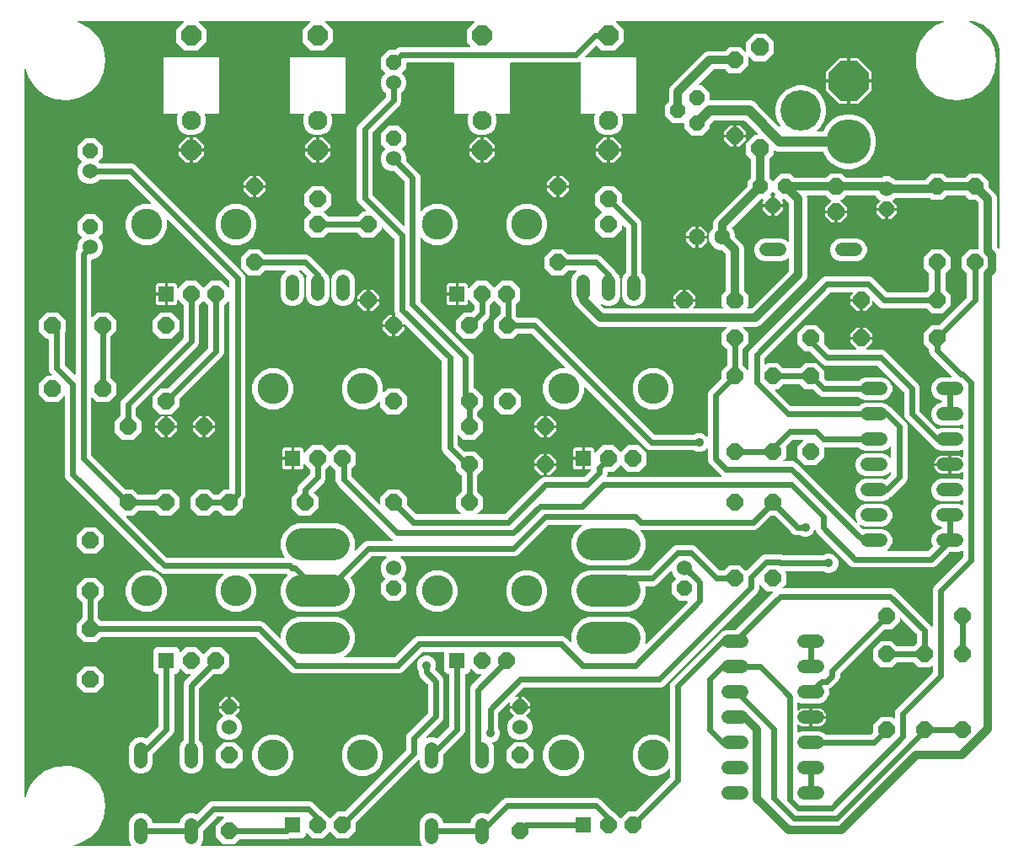
<source format=gbr>
G04 EAGLE Gerber RS-274X export*
G75*
%MOMM*%
%FSLAX34Y34*%
%LPD*%
%INTop Copper*%
%IPPOS*%
%AMOC8*
5,1,8,0,0,1.08239X$1,22.5*%
G01*
%ADD10P,1.649562X8X112.500000*%
%ADD11C,1.524000*%
%ADD12P,1.732040X8X202.500000*%
%ADD13C,1.600200*%
%ADD14P,1.814519X8X202.500000*%
%ADD15P,1.814519X8X292.500000*%
%ADD16P,1.649562X8X292.500000*%
%ADD17C,1.320800*%
%ADD18P,1.649562X8X202.500000*%
%ADD19C,4.470400*%
%ADD20P,4.398833X8X22.500000*%
%ADD21C,4.064000*%
%ADD22P,1.759533X8X292.500000*%
%ADD23P,1.759533X8X112.500000*%
%ADD24P,1.759533X8X202.500000*%
%ADD25P,1.924489X8X112.500000*%
%ADD26P,1.759533X8X22.500000*%
%ADD27C,3.200400*%
%ADD28P,2.199416X8X22.500000*%
%ADD29C,1.930400*%
%ADD30R,1.650000X1.650000*%
%ADD31P,1.785944X8X292.500000*%
%ADD32C,3.116000*%
%ADD33P,1.814519X8X112.500000*%
%ADD34C,0.558800*%
%ADD35C,0.900000*%
%ADD36C,0.812800*%
%ADD37C,0.950000*%
%ADD38C,0.609600*%
%ADD39C,1.016000*%

G36*
X117343Y10172D02*
X117343Y10172D01*
X117415Y10174D01*
X117464Y10192D01*
X117516Y10200D01*
X117579Y10234D01*
X117646Y10259D01*
X117687Y10291D01*
X117733Y10316D01*
X117782Y10368D01*
X117838Y10412D01*
X117866Y10456D01*
X117902Y10494D01*
X117932Y10559D01*
X117971Y10619D01*
X117984Y10670D01*
X118006Y10717D01*
X118014Y10788D01*
X118031Y10858D01*
X118027Y10910D01*
X118033Y10961D01*
X118018Y11032D01*
X118012Y11103D01*
X117992Y11151D01*
X117981Y11202D01*
X117944Y11263D01*
X117916Y11329D01*
X117871Y11385D01*
X117855Y11413D01*
X117837Y11428D01*
X117811Y11460D01*
X117094Y12177D01*
X115315Y16472D01*
X115315Y34328D01*
X117094Y38623D01*
X120381Y41910D01*
X124676Y43689D01*
X129324Y43689D01*
X133619Y41910D01*
X136906Y38623D01*
X138685Y34328D01*
X138685Y34036D01*
X138688Y34016D01*
X138686Y33997D01*
X138708Y33895D01*
X138724Y33793D01*
X138734Y33776D01*
X138738Y33756D01*
X138791Y33667D01*
X138840Y33576D01*
X138854Y33562D01*
X138864Y33545D01*
X138943Y33478D01*
X139018Y33406D01*
X139036Y33398D01*
X139051Y33385D01*
X139147Y33346D01*
X139241Y33303D01*
X139261Y33301D01*
X139279Y33293D01*
X139446Y33275D01*
X165354Y33275D01*
X165374Y33278D01*
X165393Y33276D01*
X165495Y33298D01*
X165597Y33314D01*
X165614Y33324D01*
X165634Y33328D01*
X165723Y33381D01*
X165814Y33430D01*
X165828Y33444D01*
X165845Y33454D01*
X165912Y33533D01*
X165984Y33608D01*
X165992Y33626D01*
X166005Y33641D01*
X166044Y33737D01*
X166087Y33831D01*
X166089Y33851D01*
X166097Y33869D01*
X166115Y34036D01*
X166115Y34328D01*
X167894Y38623D01*
X171181Y41910D01*
X175476Y43689D01*
X180124Y43689D01*
X183068Y42469D01*
X183182Y42443D01*
X183295Y42414D01*
X183302Y42415D01*
X183308Y42413D01*
X183424Y42424D01*
X183540Y42433D01*
X183546Y42436D01*
X183553Y42436D01*
X183660Y42484D01*
X183767Y42530D01*
X183773Y42534D01*
X183777Y42536D01*
X183791Y42549D01*
X183898Y42634D01*
X195663Y54400D01*
X198558Y55599D01*
X296742Y55599D01*
X299637Y54400D01*
X308883Y45154D01*
X308957Y45101D01*
X309026Y45041D01*
X309056Y45029D01*
X309083Y45010D01*
X309170Y44983D01*
X309254Y44949D01*
X309295Y44945D01*
X309318Y44938D01*
X309350Y44939D01*
X309421Y44931D01*
X310322Y44931D01*
X316762Y38491D01*
X316778Y38479D01*
X316790Y38464D01*
X316878Y38408D01*
X316961Y38347D01*
X316980Y38341D01*
X316997Y38331D01*
X317098Y38305D01*
X317197Y38275D01*
X317216Y38275D01*
X317236Y38271D01*
X317339Y38279D01*
X317442Y38281D01*
X317461Y38288D01*
X317481Y38290D01*
X317576Y38330D01*
X317673Y38366D01*
X317689Y38378D01*
X317707Y38386D01*
X317838Y38491D01*
X324278Y44931D01*
X331679Y44931D01*
X331769Y44945D01*
X331860Y44953D01*
X331890Y44965D01*
X331922Y44970D01*
X332002Y45013D01*
X332086Y45049D01*
X332118Y45075D01*
X332139Y45086D01*
X332161Y45109D01*
X332217Y45154D01*
X393603Y106540D01*
X393656Y106614D01*
X393716Y106683D01*
X393728Y106713D01*
X393747Y106740D01*
X393774Y106827D01*
X393808Y106911D01*
X393812Y106952D01*
X393819Y106975D01*
X393818Y107007D01*
X393826Y107078D01*
X393826Y120565D01*
X395025Y123460D01*
X415320Y143755D01*
X415373Y143829D01*
X415433Y143898D01*
X415445Y143928D01*
X415464Y143955D01*
X415491Y144042D01*
X415525Y144126D01*
X415529Y144167D01*
X415536Y144190D01*
X415535Y144222D01*
X415543Y144293D01*
X415543Y172445D01*
X415529Y172535D01*
X415521Y172626D01*
X415509Y172656D01*
X415504Y172688D01*
X415461Y172768D01*
X415425Y172852D01*
X415399Y172884D01*
X415388Y172905D01*
X415365Y172927D01*
X415320Y172983D01*
X407344Y180959D01*
X406145Y183854D01*
X406145Y186034D01*
X406144Y186044D01*
X406144Y186049D01*
X406139Y186075D01*
X406131Y186124D01*
X406123Y186215D01*
X406111Y186245D01*
X406106Y186277D01*
X406063Y186357D01*
X406027Y186442D01*
X406001Y186474D01*
X405990Y186494D01*
X405967Y186516D01*
X405922Y186573D01*
X405898Y186597D01*
X404439Y190118D01*
X404439Y193930D01*
X405898Y197451D01*
X408593Y200146D01*
X412114Y201605D01*
X415926Y201605D01*
X419447Y200146D01*
X422142Y197451D01*
X423601Y193930D01*
X423601Y190118D01*
X422875Y188366D01*
X422848Y188252D01*
X422820Y188139D01*
X422820Y188133D01*
X422819Y188127D01*
X422830Y188010D01*
X422839Y187894D01*
X422841Y187888D01*
X422842Y187882D01*
X422890Y187774D01*
X422935Y187668D01*
X422940Y187662D01*
X422942Y187657D01*
X422955Y187643D01*
X423040Y187537D01*
X430094Y180483D01*
X431293Y177588D01*
X431293Y139150D01*
X430094Y136255D01*
X414278Y120439D01*
X414221Y120360D01*
X414159Y120285D01*
X414149Y120261D01*
X414134Y120239D01*
X414106Y120146D01*
X414071Y120056D01*
X414070Y120029D01*
X414062Y120004D01*
X414064Y119907D01*
X414060Y119810D01*
X414068Y119785D01*
X414068Y119759D01*
X414102Y119667D01*
X414129Y119574D01*
X414144Y119552D01*
X414153Y119528D01*
X414214Y119451D01*
X414269Y119372D01*
X414290Y119356D01*
X414306Y119335D01*
X414389Y119283D01*
X414466Y119225D01*
X414491Y119217D01*
X414513Y119202D01*
X414608Y119179D01*
X414700Y119149D01*
X414727Y119149D01*
X414752Y119142D01*
X414849Y119150D01*
X414946Y119151D01*
X414978Y119160D01*
X414997Y119162D01*
X415027Y119174D01*
X415107Y119198D01*
X416776Y119889D01*
X421424Y119889D01*
X424368Y118669D01*
X424482Y118643D01*
X424595Y118614D01*
X424602Y118615D01*
X424608Y118613D01*
X424724Y118624D01*
X424840Y118633D01*
X424846Y118636D01*
X424853Y118636D01*
X424960Y118684D01*
X425067Y118730D01*
X425073Y118734D01*
X425077Y118736D01*
X425091Y118749D01*
X425198Y118834D01*
X436802Y130439D01*
X436855Y130513D01*
X436915Y130582D01*
X436927Y130612D01*
X436946Y130639D01*
X436973Y130726D01*
X437007Y130810D01*
X437011Y130851D01*
X437018Y130874D01*
X437017Y130906D01*
X437025Y130977D01*
X437025Y182608D01*
X437022Y182628D01*
X437024Y182647D01*
X437002Y182749D01*
X436986Y182851D01*
X436976Y182868D01*
X436972Y182888D01*
X436919Y182977D01*
X436870Y183068D01*
X436856Y183082D01*
X436846Y183099D01*
X436767Y183166D01*
X436692Y183238D01*
X436674Y183246D01*
X436659Y183259D01*
X436563Y183298D01*
X436469Y183341D01*
X436449Y183343D01*
X436431Y183351D01*
X436264Y183369D01*
X434545Y183369D01*
X431569Y186345D01*
X431569Y204724D01*
X431566Y204744D01*
X431568Y204763D01*
X431546Y204865D01*
X431530Y204967D01*
X431520Y204984D01*
X431516Y205004D01*
X431463Y205093D01*
X431414Y205184D01*
X431400Y205198D01*
X431390Y205215D01*
X431311Y205282D01*
X431236Y205354D01*
X431218Y205362D01*
X431203Y205375D01*
X431107Y205414D01*
X431013Y205457D01*
X430993Y205459D01*
X430975Y205467D01*
X430808Y205485D01*
X410231Y205485D01*
X410141Y205471D01*
X410050Y205463D01*
X410020Y205451D01*
X409988Y205446D01*
X409908Y205403D01*
X409824Y205367D01*
X409792Y205341D01*
X409771Y205330D01*
X409749Y205307D01*
X409693Y205262D01*
X389779Y185348D01*
X386884Y184149D01*
X281136Y184149D01*
X278241Y185348D01*
X243087Y220502D01*
X243013Y220555D01*
X242944Y220615D01*
X242914Y220627D01*
X242887Y220646D01*
X242800Y220673D01*
X242716Y220707D01*
X242675Y220711D01*
X242652Y220718D01*
X242620Y220717D01*
X242549Y220725D01*
X87680Y220725D01*
X87590Y220711D01*
X87499Y220703D01*
X87469Y220691D01*
X87437Y220686D01*
X87356Y220643D01*
X87272Y220607D01*
X87240Y220581D01*
X87220Y220570D01*
X87197Y220547D01*
X87141Y220502D01*
X81776Y215137D01*
X70624Y215137D01*
X62737Y223024D01*
X62737Y234176D01*
X68102Y239541D01*
X68147Y239604D01*
X68172Y239630D01*
X68177Y239640D01*
X68215Y239685D01*
X68227Y239715D01*
X68246Y239741D01*
X68273Y239828D01*
X68307Y239913D01*
X68311Y239954D01*
X68318Y239976D01*
X68317Y240008D01*
X68325Y240080D01*
X68325Y255220D01*
X68311Y255310D01*
X68303Y255401D01*
X68291Y255431D01*
X68286Y255463D01*
X68243Y255544D01*
X68207Y255628D01*
X68181Y255660D01*
X68170Y255680D01*
X68147Y255703D01*
X68102Y255759D01*
X62737Y261124D01*
X62737Y272276D01*
X70624Y280163D01*
X81776Y280163D01*
X89663Y272276D01*
X89663Y261124D01*
X84298Y255759D01*
X84245Y255685D01*
X84185Y255615D01*
X84173Y255585D01*
X84154Y255559D01*
X84127Y255472D01*
X84093Y255387D01*
X84089Y255346D01*
X84082Y255324D01*
X84083Y255292D01*
X84075Y255220D01*
X84075Y240080D01*
X84089Y239990D01*
X84097Y239899D01*
X84109Y239869D01*
X84114Y239837D01*
X84157Y239756D01*
X84193Y239672D01*
X84219Y239640D01*
X84230Y239620D01*
X84253Y239597D01*
X84272Y239574D01*
X84276Y239567D01*
X84280Y239564D01*
X84298Y239541D01*
X87141Y236698D01*
X87215Y236645D01*
X87285Y236585D01*
X87315Y236573D01*
X87341Y236554D01*
X87428Y236527D01*
X87513Y236493D01*
X87554Y236489D01*
X87576Y236482D01*
X87608Y236483D01*
X87680Y236475D01*
X247692Y236475D01*
X250587Y235276D01*
X266416Y219447D01*
X266474Y219405D01*
X266526Y219356D01*
X266573Y219334D01*
X266615Y219303D01*
X266684Y219282D01*
X266749Y219252D01*
X266801Y219246D01*
X266851Y219231D01*
X266922Y219233D01*
X266993Y219225D01*
X267044Y219236D01*
X267096Y219237D01*
X267164Y219262D01*
X267234Y219277D01*
X267279Y219304D01*
X267327Y219322D01*
X267383Y219367D01*
X267445Y219403D01*
X267479Y219443D01*
X267519Y219475D01*
X267558Y219536D01*
X267605Y219590D01*
X267624Y219639D01*
X267652Y219682D01*
X267670Y219752D01*
X267697Y219818D01*
X267705Y219890D01*
X267713Y219921D01*
X267711Y219944D01*
X267715Y219985D01*
X267715Y223904D01*
X270925Y231652D01*
X276856Y237583D01*
X284604Y240793D01*
X324996Y240793D01*
X332744Y237583D01*
X338675Y231652D01*
X341885Y223904D01*
X341885Y215516D01*
X338675Y207768D01*
X332744Y201837D01*
X331601Y201363D01*
X331518Y201312D01*
X331432Y201266D01*
X331414Y201248D01*
X331392Y201234D01*
X331330Y201158D01*
X331263Y201088D01*
X331252Y201064D01*
X331235Y201044D01*
X331200Y200953D01*
X331159Y200865D01*
X331156Y200839D01*
X331147Y200815D01*
X331143Y200717D01*
X331132Y200621D01*
X331138Y200595D01*
X331137Y200569D01*
X331164Y200475D01*
X331184Y200380D01*
X331198Y200358D01*
X331205Y200333D01*
X331261Y200253D01*
X331311Y200169D01*
X331330Y200152D01*
X331345Y200131D01*
X331423Y200072D01*
X331497Y200009D01*
X331522Y199999D01*
X331543Y199984D01*
X331635Y199954D01*
X331726Y199917D01*
X331758Y199914D01*
X331777Y199908D01*
X331810Y199908D01*
X331892Y199899D01*
X381741Y199899D01*
X381831Y199913D01*
X381922Y199921D01*
X381952Y199933D01*
X381984Y199938D01*
X382064Y199981D01*
X382148Y200017D01*
X382180Y200043D01*
X382201Y200054D01*
X382223Y200077D01*
X382279Y200122D01*
X402193Y220036D01*
X405088Y221235D01*
X550968Y221235D01*
X553863Y220036D01*
X558516Y215383D01*
X558574Y215341D01*
X558626Y215292D01*
X558673Y215270D01*
X558715Y215239D01*
X558784Y215218D01*
X558849Y215188D01*
X558901Y215182D01*
X558951Y215167D01*
X559022Y215169D01*
X559093Y215161D01*
X559144Y215172D01*
X559196Y215173D01*
X559264Y215198D01*
X559334Y215213D01*
X559379Y215240D01*
X559427Y215258D01*
X559483Y215303D01*
X559545Y215339D01*
X559579Y215379D01*
X559619Y215411D01*
X559658Y215472D01*
X559705Y215526D01*
X559724Y215575D01*
X559752Y215618D01*
X559770Y215688D01*
X559797Y215754D01*
X559805Y215826D01*
X559813Y215857D01*
X559811Y215880D01*
X559815Y215921D01*
X559815Y223904D01*
X563025Y231652D01*
X568956Y237583D01*
X576704Y240793D01*
X617096Y240793D01*
X624844Y237583D01*
X630775Y231652D01*
X633985Y223904D01*
X633985Y215516D01*
X633717Y214871D01*
X633695Y214776D01*
X633667Y214683D01*
X633667Y214657D01*
X633661Y214632D01*
X633670Y214535D01*
X633673Y214437D01*
X633682Y214413D01*
X633684Y214387D01*
X633724Y214298D01*
X633757Y214206D01*
X633774Y214186D01*
X633784Y214162D01*
X633850Y214090D01*
X633911Y214014D01*
X633933Y214000D01*
X633951Y213981D01*
X634036Y213934D01*
X634118Y213881D01*
X634143Y213875D01*
X634166Y213862D01*
X634262Y213845D01*
X634357Y213821D01*
X634383Y213823D01*
X634408Y213819D01*
X634505Y213833D01*
X634602Y213840D01*
X634626Y213851D01*
X634652Y213855D01*
X634739Y213899D01*
X634828Y213937D01*
X634854Y213957D01*
X634871Y213966D01*
X634894Y213990D01*
X634959Y214042D01*
X676157Y255240D01*
X676199Y255298D01*
X676248Y255350D01*
X676270Y255397D01*
X676301Y255439D01*
X676322Y255508D01*
X676352Y255573D01*
X676358Y255625D01*
X676373Y255675D01*
X676371Y255746D01*
X676379Y255817D01*
X676368Y255868D01*
X676367Y255920D01*
X676342Y255988D01*
X676327Y256058D01*
X676300Y256102D01*
X676282Y256151D01*
X676237Y256207D01*
X676201Y256269D01*
X676161Y256303D01*
X676129Y256343D01*
X676068Y256382D01*
X676014Y256429D01*
X675965Y256448D01*
X675922Y256476D01*
X675852Y256494D01*
X675786Y256521D01*
X675714Y256529D01*
X675683Y256537D01*
X675660Y256535D01*
X675619Y256539D01*
X667839Y256539D01*
X660399Y263979D01*
X660399Y274501D01*
X664760Y278862D01*
X664772Y278878D01*
X664787Y278890D01*
X664843Y278978D01*
X664904Y279061D01*
X664910Y279080D01*
X664920Y279097D01*
X664946Y279198D01*
X664976Y279297D01*
X664976Y279316D01*
X664980Y279336D01*
X664972Y279439D01*
X664970Y279542D01*
X664963Y279561D01*
X664961Y279581D01*
X664921Y279676D01*
X664885Y279773D01*
X664873Y279789D01*
X664865Y279807D01*
X664760Y279938D01*
X662333Y282366D01*
X660659Y286406D01*
X660635Y286445D01*
X660619Y286488D01*
X660571Y286549D01*
X660530Y286615D01*
X660494Y286644D01*
X660466Y286680D01*
X660400Y286722D01*
X660340Y286772D01*
X660297Y286788D01*
X660259Y286813D01*
X660183Y286832D01*
X660111Y286860D01*
X660065Y286862D01*
X660020Y286873D01*
X659943Y286867D01*
X659865Y286870D01*
X659821Y286858D01*
X659775Y286854D01*
X659703Y286824D01*
X659629Y286802D01*
X659591Y286776D01*
X659549Y286758D01*
X659442Y286672D01*
X659427Y286662D01*
X659424Y286658D01*
X659418Y286653D01*
X645489Y272724D01*
X642595Y271525D01*
X634746Y271525D01*
X634726Y271522D01*
X634707Y271524D01*
X634605Y271502D01*
X634503Y271486D01*
X634486Y271476D01*
X634466Y271472D01*
X634377Y271419D01*
X634286Y271370D01*
X634272Y271356D01*
X634255Y271346D01*
X634188Y271267D01*
X634116Y271192D01*
X634108Y271174D01*
X634095Y271159D01*
X634056Y271063D01*
X634013Y270969D01*
X634011Y270949D01*
X634003Y270931D01*
X633985Y270764D01*
X633985Y262506D01*
X630775Y254758D01*
X624844Y248827D01*
X617096Y245617D01*
X576704Y245617D01*
X568956Y248827D01*
X563025Y254758D01*
X559815Y262506D01*
X559815Y270894D01*
X563025Y278642D01*
X568956Y284573D01*
X576704Y287783D01*
X617096Y287783D01*
X618182Y287333D01*
X618246Y287318D01*
X618307Y287293D01*
X618390Y287284D01*
X618422Y287277D01*
X618441Y287278D01*
X618473Y287275D01*
X637451Y287275D01*
X637541Y287289D01*
X637632Y287297D01*
X637662Y287309D01*
X637694Y287314D01*
X637774Y287357D01*
X637858Y287393D01*
X637890Y287419D01*
X637911Y287430D01*
X637933Y287453D01*
X637989Y287498D01*
X662221Y311730D01*
X665116Y312929D01*
X681084Y312929D01*
X683979Y311730D01*
X708211Y287498D01*
X708285Y287445D01*
X708354Y287385D01*
X708384Y287373D01*
X708410Y287354D01*
X708497Y287327D01*
X708582Y287293D01*
X708623Y287289D01*
X708646Y287282D01*
X708678Y287283D01*
X708749Y287275D01*
X712779Y287275D01*
X712870Y287289D01*
X712960Y287297D01*
X712990Y287309D01*
X713022Y287314D01*
X713103Y287357D01*
X713187Y287393D01*
X713219Y287419D01*
X713240Y287430D01*
X713262Y287453D01*
X713318Y287498D01*
X718429Y292609D01*
X729371Y292609D01*
X734509Y287471D01*
X734525Y287459D01*
X734538Y287444D01*
X734603Y287401D01*
X734645Y287366D01*
X734668Y287357D01*
X734709Y287327D01*
X734728Y287322D01*
X734745Y287311D01*
X734845Y287285D01*
X734873Y287274D01*
X734886Y287273D01*
X734944Y287255D01*
X734964Y287256D01*
X734983Y287251D01*
X735048Y287256D01*
X735055Y287256D01*
X735061Y287257D01*
X735086Y287259D01*
X735190Y287261D01*
X735209Y287268D01*
X735228Y287270D01*
X735283Y287293D01*
X735298Y287295D01*
X735331Y287313D01*
X735421Y287346D01*
X735436Y287358D01*
X735455Y287366D01*
X735500Y287403D01*
X735515Y287411D01*
X735531Y287427D01*
X735586Y287471D01*
X735658Y287544D01*
X735659Y287544D01*
X750662Y302547D01*
X753650Y303785D01*
X770350Y303785D01*
X772663Y302827D01*
X772727Y302812D01*
X772788Y302787D01*
X772871Y302778D01*
X772903Y302771D01*
X772922Y302772D01*
X772955Y302769D01*
X812571Y302769D01*
X812636Y302779D01*
X812702Y302780D01*
X812782Y302803D01*
X812814Y302808D01*
X812831Y302818D01*
X812863Y302827D01*
X816228Y304221D01*
X820040Y304221D01*
X823561Y302762D01*
X826256Y300067D01*
X827715Y296546D01*
X827715Y292734D01*
X826256Y289213D01*
X823561Y286518D01*
X820040Y285059D01*
X816228Y285059D01*
X812863Y286453D01*
X812799Y286468D01*
X812738Y286493D01*
X812655Y286502D01*
X812623Y286509D01*
X812604Y286508D01*
X812571Y286511D01*
X775406Y286511D01*
X775336Y286500D01*
X775264Y286498D01*
X775215Y286480D01*
X775164Y286472D01*
X775100Y286438D01*
X775033Y286413D01*
X774992Y286381D01*
X774946Y286356D01*
X774897Y286304D01*
X774841Y286260D01*
X774813Y286216D01*
X774777Y286178D01*
X774747Y286113D01*
X774708Y286053D01*
X774695Y286002D01*
X774673Y285955D01*
X774665Y285884D01*
X774648Y285814D01*
X774652Y285762D01*
X774646Y285711D01*
X774662Y285640D01*
X774667Y285569D01*
X774687Y285521D01*
X774699Y285470D01*
X774735Y285409D01*
X774763Y285343D01*
X774808Y285287D01*
X774825Y285259D01*
X774839Y285247D01*
X774842Y285242D01*
X774849Y285236D01*
X774868Y285212D01*
X775209Y284871D01*
X775209Y273929D01*
X771820Y270540D01*
X771778Y270482D01*
X771729Y270430D01*
X771707Y270383D01*
X771677Y270341D01*
X771656Y270272D01*
X771625Y270207D01*
X771620Y270155D01*
X771604Y270105D01*
X771606Y270034D01*
X771598Y269963D01*
X771609Y269912D01*
X771611Y269860D01*
X771635Y269792D01*
X771651Y269722D01*
X771677Y269677D01*
X771695Y269629D01*
X771740Y269573D01*
X771777Y269511D01*
X771816Y269477D01*
X771849Y269437D01*
X771909Y269398D01*
X771964Y269351D01*
X772012Y269332D01*
X772056Y269304D01*
X772125Y269286D01*
X772192Y269259D01*
X772263Y269251D01*
X772294Y269243D01*
X772318Y269245D01*
X772358Y269241D01*
X881676Y269241D01*
X884571Y268042D01*
X921093Y231520D01*
X921114Y231486D01*
X921160Y231400D01*
X921178Y231382D01*
X921192Y231359D01*
X921267Y231297D01*
X921338Y231230D01*
X921362Y231219D01*
X921382Y231203D01*
X921473Y231168D01*
X921561Y231127D01*
X921587Y231124D01*
X921611Y231114D01*
X921709Y231110D01*
X921805Y231100D01*
X921831Y231105D01*
X921857Y231104D01*
X921951Y231131D01*
X922046Y231152D01*
X922068Y231165D01*
X922093Y231172D01*
X922173Y231228D01*
X922257Y231278D01*
X922274Y231298D01*
X922295Y231313D01*
X922353Y231391D01*
X922417Y231465D01*
X922427Y231489D01*
X922442Y231510D01*
X922472Y231602D01*
X922509Y231693D01*
X922512Y231725D01*
X922518Y231744D01*
X922518Y231777D01*
X922527Y231860D01*
X922527Y268317D01*
X923765Y271305D01*
X952784Y300324D01*
X952837Y300398D01*
X952897Y300467D01*
X952909Y300498D01*
X952928Y300524D01*
X952955Y300611D01*
X952989Y300696D01*
X952993Y300737D01*
X953000Y300759D01*
X952999Y300791D01*
X953007Y300862D01*
X953007Y306448D01*
X953000Y306494D01*
X953002Y306540D01*
X952980Y306614D01*
X952968Y306691D01*
X952946Y306732D01*
X952933Y306776D01*
X952889Y306840D01*
X952852Y306909D01*
X952819Y306940D01*
X952793Y306978D01*
X952730Y307024D01*
X952674Y307078D01*
X952632Y307097D01*
X952596Y307125D01*
X952522Y307149D01*
X952451Y307182D01*
X952405Y307187D01*
X952362Y307201D01*
X952284Y307200D01*
X952207Y307209D01*
X952162Y307199D01*
X952116Y307198D01*
X951984Y307160D01*
X951966Y307156D01*
X951962Y307154D01*
X951955Y307152D01*
X948728Y305815D01*
X939567Y305815D01*
X939477Y305801D01*
X939386Y305793D01*
X939356Y305781D01*
X939324Y305776D01*
X939244Y305733D01*
X939160Y305697D01*
X939128Y305671D01*
X939107Y305660D01*
X939085Y305637D01*
X939029Y305592D01*
X927787Y294350D01*
X925465Y292028D01*
X922570Y290829D01*
X842730Y290829D01*
X839835Y292028D01*
X806124Y325739D01*
X805304Y327718D01*
X805267Y327779D01*
X805237Y327845D01*
X805202Y327883D01*
X805175Y327927D01*
X805120Y327973D01*
X805071Y328026D01*
X805025Y328051D01*
X804985Y328084D01*
X804918Y328110D01*
X804856Y328145D01*
X804804Y328154D01*
X804756Y328172D01*
X804684Y328175D01*
X804613Y328188D01*
X804562Y328181D01*
X804510Y328183D01*
X804441Y328163D01*
X804370Y328152D01*
X804324Y328129D01*
X804274Y328114D01*
X804215Y328073D01*
X804151Y328041D01*
X804114Y328004D01*
X804072Y327974D01*
X804029Y327917D01*
X803979Y327865D01*
X803944Y327803D01*
X803925Y327777D01*
X803918Y327754D01*
X803898Y327718D01*
X802888Y325281D01*
X800193Y322586D01*
X796672Y321127D01*
X792860Y321127D01*
X789339Y322586D01*
X789315Y322610D01*
X789241Y322663D01*
X789171Y322723D01*
X789141Y322735D01*
X789115Y322754D01*
X789028Y322781D01*
X788943Y322815D01*
X788902Y322819D01*
X788880Y322826D01*
X788848Y322825D01*
X788776Y322833D01*
X785326Y322833D01*
X782431Y324032D01*
X780109Y326354D01*
X764295Y342168D01*
X764221Y342221D01*
X764152Y342281D01*
X764122Y342293D01*
X764095Y342312D01*
X764008Y342339D01*
X763924Y342373D01*
X763883Y342377D01*
X763860Y342384D01*
X763828Y342383D01*
X763757Y342391D01*
X760243Y342391D01*
X760153Y342377D01*
X760062Y342369D01*
X760032Y342357D01*
X760000Y342352D01*
X759920Y342309D01*
X759836Y342273D01*
X759804Y342247D01*
X759783Y342236D01*
X759761Y342213D01*
X759705Y342168D01*
X749225Y331688D01*
X746903Y329366D01*
X744008Y328167D01*
X630078Y328167D01*
X630007Y328156D01*
X629936Y328154D01*
X629887Y328136D01*
X629835Y328128D01*
X629772Y328094D01*
X629705Y328069D01*
X629664Y328037D01*
X629618Y328012D01*
X629569Y327960D01*
X629513Y327916D01*
X629484Y327872D01*
X629449Y327834D01*
X629418Y327769D01*
X629380Y327709D01*
X629367Y327658D01*
X629345Y327611D01*
X629337Y327540D01*
X629320Y327470D01*
X629324Y327418D01*
X629318Y327367D01*
X629333Y327296D01*
X629339Y327225D01*
X629359Y327177D01*
X629370Y327126D01*
X629407Y327065D01*
X629435Y326999D01*
X629480Y326943D01*
X629496Y326915D01*
X629514Y326900D01*
X629540Y326868D01*
X630775Y325632D01*
X633985Y317884D01*
X633985Y309496D01*
X630775Y301748D01*
X624844Y295817D01*
X617096Y292607D01*
X576704Y292607D01*
X568956Y295817D01*
X563025Y301748D01*
X559815Y309496D01*
X559815Y317884D01*
X563025Y325632D01*
X568956Y331563D01*
X570099Y332037D01*
X570182Y332088D01*
X570268Y332134D01*
X570286Y332152D01*
X570308Y332166D01*
X570370Y332242D01*
X570437Y332312D01*
X570448Y332336D01*
X570465Y332356D01*
X570500Y332447D01*
X570541Y332535D01*
X570544Y332561D01*
X570553Y332585D01*
X570557Y332683D01*
X570568Y332779D01*
X570562Y332805D01*
X570563Y332831D01*
X570536Y332925D01*
X570516Y333020D01*
X570502Y333042D01*
X570495Y333067D01*
X570439Y333147D01*
X570389Y333231D01*
X570370Y333248D01*
X570355Y333269D01*
X570277Y333328D01*
X570203Y333391D01*
X570178Y333401D01*
X570157Y333416D01*
X570065Y333446D01*
X569974Y333483D01*
X569942Y333486D01*
X569923Y333492D01*
X569890Y333492D01*
X569808Y333501D01*
X536977Y333501D01*
X536887Y333487D01*
X536796Y333479D01*
X536766Y333467D01*
X536734Y333462D01*
X536654Y333419D01*
X536570Y333383D01*
X536538Y333357D01*
X536517Y333346D01*
X536495Y333323D01*
X536439Y333278D01*
X508179Y305018D01*
X505857Y302696D01*
X502962Y301497D01*
X388862Y301497D01*
X388791Y301486D01*
X388720Y301484D01*
X388671Y301466D01*
X388619Y301458D01*
X388556Y301424D01*
X388489Y301399D01*
X388448Y301367D01*
X388402Y301342D01*
X388353Y301290D01*
X388297Y301246D01*
X388268Y301202D01*
X388233Y301164D01*
X388202Y301099D01*
X388164Y301039D01*
X388151Y300988D01*
X388129Y300941D01*
X388121Y300870D01*
X388104Y300800D01*
X388108Y300748D01*
X388102Y300697D01*
X388117Y300626D01*
X388123Y300555D01*
X388143Y300507D01*
X388154Y300456D01*
X388191Y300395D01*
X388219Y300329D01*
X388264Y300273D01*
X388280Y300245D01*
X388298Y300230D01*
X388324Y300198D01*
X391767Y296754D01*
X393701Y292086D01*
X393701Y287034D01*
X391767Y282366D01*
X389340Y279938D01*
X389328Y279922D01*
X389313Y279910D01*
X389256Y279822D01*
X389196Y279739D01*
X389190Y279720D01*
X389180Y279703D01*
X389154Y279602D01*
X389124Y279503D01*
X389124Y279484D01*
X389120Y279464D01*
X389128Y279361D01*
X389130Y279258D01*
X389137Y279239D01*
X389139Y279219D01*
X389179Y279124D01*
X389215Y279027D01*
X389227Y279011D01*
X389235Y278993D01*
X389340Y278862D01*
X393701Y274501D01*
X393701Y263979D01*
X386261Y256539D01*
X375739Y256539D01*
X368299Y263979D01*
X368299Y274501D01*
X372660Y278862D01*
X372672Y278878D01*
X372687Y278890D01*
X372743Y278978D01*
X372804Y279061D01*
X372810Y279080D01*
X372820Y279097D01*
X372846Y279198D01*
X372876Y279297D01*
X372876Y279316D01*
X372880Y279336D01*
X372872Y279439D01*
X372870Y279542D01*
X372863Y279561D01*
X372861Y279581D01*
X372821Y279676D01*
X372785Y279773D01*
X372773Y279789D01*
X372765Y279807D01*
X372660Y279938D01*
X370233Y282366D01*
X368299Y287034D01*
X368299Y292086D01*
X370233Y296754D01*
X373676Y300198D01*
X373718Y300256D01*
X373767Y300308D01*
X373789Y300355D01*
X373820Y300397D01*
X373841Y300466D01*
X373871Y300531D01*
X373877Y300583D01*
X373892Y300633D01*
X373890Y300704D01*
X373898Y300775D01*
X373887Y300826D01*
X373886Y300878D01*
X373861Y300946D01*
X373846Y301016D01*
X373819Y301061D01*
X373801Y301109D01*
X373756Y301165D01*
X373720Y301227D01*
X373680Y301261D01*
X373648Y301301D01*
X373587Y301340D01*
X373533Y301387D01*
X373484Y301406D01*
X373441Y301434D01*
X373371Y301452D01*
X373305Y301479D01*
X373233Y301487D01*
X373202Y301495D01*
X373179Y301493D01*
X373138Y301497D01*
X359177Y301497D01*
X359087Y301483D01*
X358996Y301475D01*
X358966Y301463D01*
X358934Y301458D01*
X358854Y301415D01*
X358770Y301379D01*
X358738Y301353D01*
X358717Y301342D01*
X358695Y301319D01*
X358639Y301274D01*
X337879Y280515D01*
X337868Y280499D01*
X337852Y280486D01*
X337796Y280399D01*
X337736Y280315D01*
X337730Y280296D01*
X337719Y280279D01*
X337694Y280179D01*
X337663Y280080D01*
X337664Y280060D01*
X337659Y280041D01*
X337667Y279938D01*
X337670Y279834D01*
X337677Y279815D01*
X337678Y279795D01*
X337719Y279701D01*
X337754Y279603D01*
X337767Y279587D01*
X337774Y279569D01*
X337879Y279438D01*
X338675Y278642D01*
X341885Y270894D01*
X341885Y262506D01*
X338675Y254758D01*
X332744Y248827D01*
X324996Y245617D01*
X284604Y245617D01*
X276856Y248827D01*
X270925Y254758D01*
X267715Y262506D01*
X267715Y270894D01*
X270925Y278642D01*
X274396Y282113D01*
X274407Y282129D01*
X274423Y282142D01*
X274479Y282229D01*
X274539Y282313D01*
X274545Y282332D01*
X274556Y282349D01*
X274581Y282449D01*
X274612Y282548D01*
X274611Y282568D01*
X274616Y282587D01*
X274608Y282690D01*
X274605Y282794D01*
X274598Y282813D01*
X274597Y282833D01*
X274557Y282928D01*
X274521Y283025D01*
X274508Y283041D01*
X274501Y283059D01*
X274396Y283190D01*
X273583Y284002D01*
X273509Y284055D01*
X273440Y284115D01*
X273410Y284127D01*
X273384Y284146D01*
X273296Y284173D01*
X273212Y284207D01*
X273171Y284211D01*
X273148Y284218D01*
X273116Y284217D01*
X273045Y284225D01*
X236331Y284225D01*
X236260Y284214D01*
X236189Y284212D01*
X236140Y284194D01*
X236088Y284186D01*
X236025Y284152D01*
X235958Y284127D01*
X235917Y284095D01*
X235871Y284070D01*
X235822Y284018D01*
X235766Y283974D01*
X235738Y283930D01*
X235702Y283892D01*
X235672Y283827D01*
X235633Y283767D01*
X235620Y283716D01*
X235598Y283669D01*
X235590Y283598D01*
X235573Y283528D01*
X235577Y283476D01*
X235571Y283425D01*
X235586Y283354D01*
X235592Y283283D01*
X235612Y283235D01*
X235623Y283184D01*
X235660Y283123D01*
X235688Y283057D01*
X235733Y283001D01*
X235749Y282973D01*
X235761Y282963D01*
X235764Y282959D01*
X235772Y282951D01*
X235793Y282926D01*
X240315Y278403D01*
X243461Y270810D01*
X243461Y262590D01*
X240315Y254997D01*
X234503Y249185D01*
X226910Y246039D01*
X218690Y246039D01*
X211097Y249185D01*
X205285Y254997D01*
X202139Y262590D01*
X202139Y270810D01*
X205285Y278403D01*
X209807Y282926D01*
X209849Y282984D01*
X209898Y283036D01*
X209920Y283083D01*
X209951Y283125D01*
X209972Y283194D01*
X210002Y283259D01*
X210008Y283311D01*
X210023Y283361D01*
X210021Y283432D01*
X210029Y283503D01*
X210018Y283554D01*
X210017Y283606D01*
X209992Y283674D01*
X209977Y283744D01*
X209950Y283789D01*
X209932Y283837D01*
X209887Y283893D01*
X209851Y283955D01*
X209811Y283989D01*
X209778Y284029D01*
X209718Y284068D01*
X209664Y284115D01*
X209615Y284134D01*
X209572Y284162D01*
X209502Y284180D01*
X209436Y284207D01*
X209364Y284215D01*
X209333Y284223D01*
X209310Y284221D01*
X209269Y284225D01*
X149056Y284225D01*
X146161Y285424D01*
X143839Y287746D01*
X54320Y377265D01*
X51998Y379587D01*
X50799Y382482D01*
X50799Y461722D01*
X50788Y461793D01*
X50786Y461865D01*
X50768Y461914D01*
X50760Y461965D01*
X50726Y462028D01*
X50701Y462096D01*
X50669Y462136D01*
X50644Y462182D01*
X50592Y462232D01*
X50548Y462288D01*
X50504Y462316D01*
X50466Y462352D01*
X50401Y462382D01*
X50341Y462421D01*
X50290Y462433D01*
X50243Y462455D01*
X50172Y462463D01*
X50102Y462481D01*
X50050Y462477D01*
X49999Y462483D01*
X49928Y462467D01*
X49857Y462462D01*
X49809Y462441D01*
X49758Y462430D01*
X49697Y462393D01*
X49631Y462365D01*
X49575Y462321D01*
X49547Y462304D01*
X49532Y462286D01*
X49500Y462261D01*
X43676Y456437D01*
X32524Y456437D01*
X24637Y464324D01*
X24637Y475476D01*
X32524Y483363D01*
X37063Y483363D01*
X37134Y483374D01*
X37205Y483376D01*
X37254Y483394D01*
X37306Y483402D01*
X37369Y483436D01*
X37436Y483461D01*
X37477Y483493D01*
X37523Y483518D01*
X37572Y483570D01*
X37628Y483614D01*
X37657Y483658D01*
X37692Y483696D01*
X37723Y483761D01*
X37761Y483821D01*
X37774Y483872D01*
X37796Y483919D01*
X37804Y483990D01*
X37821Y484060D01*
X37817Y484112D01*
X37823Y484163D01*
X37808Y484234D01*
X37802Y484305D01*
X37782Y484353D01*
X37771Y484404D01*
X37734Y484465D01*
X37706Y484531D01*
X37661Y484587D01*
X37645Y484615D01*
X37627Y484630D01*
X37601Y484662D01*
X35996Y486267D01*
X34797Y489162D01*
X34797Y519176D01*
X34794Y519196D01*
X34796Y519215D01*
X34774Y519317D01*
X34758Y519419D01*
X34748Y519436D01*
X34744Y519456D01*
X34691Y519545D01*
X34642Y519636D01*
X34628Y519650D01*
X34618Y519667D01*
X34539Y519734D01*
X34464Y519806D01*
X34446Y519814D01*
X34431Y519827D01*
X34335Y519866D01*
X34241Y519909D01*
X34221Y519911D01*
X34203Y519919D01*
X34036Y519937D01*
X32524Y519937D01*
X24637Y527824D01*
X24637Y538976D01*
X32524Y546863D01*
X43676Y546863D01*
X51563Y538976D01*
X51563Y527824D01*
X50770Y527031D01*
X50717Y526957D01*
X50657Y526887D01*
X50645Y526857D01*
X50626Y526831D01*
X50599Y526744D01*
X50565Y526659D01*
X50561Y526618D01*
X50554Y526596D01*
X50555Y526564D01*
X50547Y526492D01*
X50547Y494305D01*
X50549Y494290D01*
X50548Y494276D01*
X50562Y494212D01*
X50569Y494124D01*
X50581Y494094D01*
X50586Y494062D01*
X50600Y494037D01*
X50600Y494036D01*
X50604Y494029D01*
X50629Y493982D01*
X50665Y493898D01*
X50691Y493866D01*
X50702Y493845D01*
X50725Y493823D01*
X50770Y493767D01*
X60168Y484369D01*
X60226Y484327D01*
X60278Y484278D01*
X60325Y484256D01*
X60367Y484225D01*
X60436Y484204D01*
X60501Y484174D01*
X60553Y484168D01*
X60603Y484153D01*
X60674Y484155D01*
X60745Y484147D01*
X60796Y484158D01*
X60848Y484159D01*
X60916Y484184D01*
X60986Y484199D01*
X61031Y484226D01*
X61079Y484244D01*
X61135Y484289D01*
X61197Y484325D01*
X61231Y484365D01*
X61271Y484397D01*
X61310Y484458D01*
X61357Y484512D01*
X61376Y484561D01*
X61404Y484604D01*
X61422Y484674D01*
X61449Y484740D01*
X61457Y484812D01*
X61465Y484843D01*
X61463Y484866D01*
X61467Y484907D01*
X61467Y606848D01*
X62666Y609743D01*
X63276Y610353D01*
X63329Y610427D01*
X63389Y610496D01*
X63401Y610526D01*
X63420Y610553D01*
X63447Y610640D01*
X63481Y610724D01*
X63485Y610765D01*
X63492Y610788D01*
X63491Y610820D01*
X63499Y610891D01*
X63499Y614666D01*
X65433Y619334D01*
X67860Y621762D01*
X67872Y621778D01*
X67887Y621790D01*
X67944Y621878D01*
X68004Y621961D01*
X68010Y621980D01*
X68020Y621997D01*
X68046Y622098D01*
X68076Y622197D01*
X68076Y622216D01*
X68080Y622236D01*
X68072Y622339D01*
X68070Y622442D01*
X68063Y622461D01*
X68061Y622481D01*
X68021Y622575D01*
X67985Y622673D01*
X67973Y622689D01*
X67965Y622707D01*
X67860Y622838D01*
X63499Y627199D01*
X63499Y637721D01*
X70939Y645161D01*
X81461Y645161D01*
X88901Y637721D01*
X88901Y627199D01*
X84540Y622838D01*
X84528Y622822D01*
X84513Y622810D01*
X84457Y622722D01*
X84396Y622639D01*
X84390Y622620D01*
X84380Y622603D01*
X84354Y622502D01*
X84324Y622403D01*
X84324Y622384D01*
X84320Y622364D01*
X84328Y622261D01*
X84330Y622158D01*
X84337Y622139D01*
X84339Y622119D01*
X84379Y622024D01*
X84415Y621927D01*
X84427Y621911D01*
X84435Y621893D01*
X84540Y621762D01*
X86967Y619334D01*
X88901Y614666D01*
X88901Y609614D01*
X86967Y604946D01*
X83394Y601373D01*
X78726Y599439D01*
X77978Y599439D01*
X77958Y599436D01*
X77939Y599438D01*
X77837Y599416D01*
X77735Y599400D01*
X77718Y599390D01*
X77698Y599386D01*
X77609Y599333D01*
X77518Y599284D01*
X77504Y599270D01*
X77487Y599260D01*
X77420Y599181D01*
X77348Y599106D01*
X77340Y599088D01*
X77327Y599073D01*
X77288Y598977D01*
X77245Y598883D01*
X77243Y598863D01*
X77235Y598845D01*
X77217Y598678D01*
X77217Y542594D01*
X77228Y542523D01*
X77230Y542451D01*
X77248Y542402D01*
X77256Y542351D01*
X77290Y542288D01*
X77315Y542220D01*
X77347Y542180D01*
X77372Y542134D01*
X77424Y542084D01*
X77468Y542028D01*
X77512Y542000D01*
X77550Y541964D01*
X77615Y541934D01*
X77675Y541895D01*
X77726Y541883D01*
X77773Y541861D01*
X77844Y541853D01*
X77914Y541835D01*
X77966Y541839D01*
X78017Y541833D01*
X78088Y541849D01*
X78159Y541854D01*
X78207Y541875D01*
X78258Y541886D01*
X78319Y541923D01*
X78385Y541951D01*
X78441Y541995D01*
X78469Y542012D01*
X78484Y542030D01*
X78516Y542055D01*
X83324Y546863D01*
X94476Y546863D01*
X102363Y538976D01*
X102363Y527824D01*
X96998Y522459D01*
X96945Y522385D01*
X96885Y522315D01*
X96873Y522285D01*
X96854Y522259D01*
X96827Y522172D01*
X96793Y522087D01*
X96789Y522046D01*
X96782Y522024D01*
X96783Y521992D01*
X96775Y521920D01*
X96775Y481380D01*
X96781Y481339D01*
X96781Y481335D01*
X96785Y481316D01*
X96789Y481290D01*
X96797Y481199D01*
X96809Y481169D01*
X96814Y481137D01*
X96831Y481106D01*
X96833Y481095D01*
X96860Y481051D01*
X96893Y480972D01*
X96919Y480940D01*
X96930Y480920D01*
X96949Y480901D01*
X96959Y480884D01*
X96974Y480871D01*
X96998Y480841D01*
X102363Y475476D01*
X102363Y464324D01*
X94476Y456437D01*
X83324Y456437D01*
X78516Y461245D01*
X78458Y461286D01*
X78406Y461336D01*
X78359Y461358D01*
X78317Y461388D01*
X78248Y461409D01*
X78183Y461439D01*
X78131Y461445D01*
X78081Y461460D01*
X78010Y461459D01*
X77939Y461467D01*
X77888Y461455D01*
X77836Y461454D01*
X77768Y461429D01*
X77698Y461414D01*
X77653Y461388D01*
X77605Y461370D01*
X77549Y461325D01*
X77487Y461288D01*
X77453Y461249D01*
X77413Y461216D01*
X77374Y461156D01*
X77327Y461101D01*
X77308Y461053D01*
X77280Y461009D01*
X77262Y460940D01*
X77235Y460873D01*
X77227Y460802D01*
X77219Y460771D01*
X77221Y460747D01*
X77217Y460706D01*
X77217Y403627D01*
X77231Y403537D01*
X77239Y403446D01*
X77251Y403416D01*
X77256Y403384D01*
X77299Y403304D01*
X77335Y403220D01*
X77361Y403188D01*
X77372Y403167D01*
X77395Y403145D01*
X77440Y403089D01*
X111497Y369032D01*
X111571Y368979D01*
X111640Y368919D01*
X111670Y368907D01*
X111697Y368888D01*
X111784Y368861D01*
X111868Y368827D01*
X111909Y368823D01*
X111932Y368816D01*
X111964Y368817D01*
X112035Y368809D01*
X119771Y368809D01*
X124882Y363698D01*
X124956Y363645D01*
X125026Y363585D01*
X125056Y363573D01*
X125082Y363554D01*
X125169Y363527D01*
X125254Y363493D01*
X125295Y363489D01*
X125317Y363482D01*
X125349Y363483D01*
X125421Y363475D01*
X141279Y363475D01*
X141370Y363489D01*
X141460Y363497D01*
X141490Y363509D01*
X141522Y363514D01*
X141603Y363557D01*
X141687Y363593D01*
X141719Y363619D01*
X141740Y363630D01*
X141762Y363653D01*
X141818Y363698D01*
X146929Y368809D01*
X157871Y368809D01*
X165609Y361071D01*
X165609Y350129D01*
X157871Y342391D01*
X146929Y342391D01*
X141818Y347502D01*
X141744Y347555D01*
X141674Y347615D01*
X141644Y347627D01*
X141618Y347646D01*
X141531Y347673D01*
X141446Y347707D01*
X141405Y347711D01*
X141383Y347718D01*
X141351Y347717D01*
X141279Y347725D01*
X125421Y347725D01*
X125330Y347711D01*
X125240Y347703D01*
X125210Y347691D01*
X125178Y347686D01*
X125097Y347643D01*
X125013Y347607D01*
X124981Y347581D01*
X124960Y347570D01*
X124938Y347547D01*
X124882Y347502D01*
X119771Y342391D01*
X113305Y342391D01*
X113234Y342380D01*
X113163Y342378D01*
X113114Y342360D01*
X113062Y342352D01*
X112999Y342318D01*
X112932Y342293D01*
X112891Y342261D01*
X112845Y342236D01*
X112796Y342185D01*
X112740Y342140D01*
X112711Y342096D01*
X112676Y342058D01*
X112645Y341993D01*
X112607Y341933D01*
X112594Y341882D01*
X112572Y341835D01*
X112564Y341764D01*
X112547Y341694D01*
X112551Y341642D01*
X112545Y341591D01*
X112560Y341520D01*
X112566Y341449D01*
X112586Y341401D01*
X112597Y341350D01*
X112634Y341289D01*
X112662Y341223D01*
X112707Y341167D01*
X112723Y341139D01*
X112741Y341124D01*
X112767Y341092D01*
X153661Y300198D01*
X153735Y300145D01*
X153804Y300085D01*
X153834Y300073D01*
X153861Y300054D01*
X153948Y300027D01*
X154032Y299993D01*
X154073Y299989D01*
X154096Y299982D01*
X154128Y299983D01*
X154199Y299975D01*
X270860Y299975D01*
X270931Y299986D01*
X271002Y299988D01*
X271051Y300006D01*
X271103Y300014D01*
X271166Y300048D01*
X271233Y300073D01*
X271274Y300105D01*
X271320Y300130D01*
X271369Y300182D01*
X271425Y300226D01*
X271454Y300270D01*
X271489Y300308D01*
X271520Y300373D01*
X271558Y300433D01*
X271571Y300484D01*
X271593Y300531D01*
X271601Y300602D01*
X271618Y300672D01*
X271614Y300724D01*
X271620Y300775D01*
X271605Y300846D01*
X271599Y300917D01*
X271579Y300965D01*
X271568Y301016D01*
X271531Y301077D01*
X271503Y301143D01*
X271458Y301199D01*
X271442Y301227D01*
X271424Y301242D01*
X271398Y301274D01*
X270925Y301748D01*
X267715Y309496D01*
X267715Y317884D01*
X270925Y325632D01*
X276856Y331563D01*
X284604Y334773D01*
X324996Y334773D01*
X332744Y331563D01*
X338675Y325632D01*
X341885Y317884D01*
X341885Y309496D01*
X341438Y308418D01*
X341416Y308323D01*
X341387Y308230D01*
X341388Y308204D01*
X341382Y308178D01*
X341391Y308081D01*
X341393Y307984D01*
X341402Y307959D01*
X341405Y307933D01*
X341444Y307844D01*
X341478Y307753D01*
X341494Y307732D01*
X341505Y307709D01*
X341571Y307637D01*
X341632Y307561D01*
X341654Y307547D01*
X341671Y307527D01*
X341757Y307480D01*
X341838Y307428D01*
X341864Y307421D01*
X341887Y307409D01*
X341983Y307392D01*
X342077Y307368D01*
X342103Y307370D01*
X342129Y307365D01*
X342225Y307379D01*
X342322Y307387D01*
X342346Y307397D01*
X342372Y307401D01*
X342459Y307445D01*
X342549Y307483D01*
X342574Y307504D01*
X342591Y307512D01*
X342615Y307536D01*
X342679Y307588D01*
X351139Y316048D01*
X354034Y317247D01*
X379264Y317247D01*
X379360Y317262D01*
X379458Y317272D01*
X379481Y317282D01*
X379507Y317286D01*
X379593Y317332D01*
X379682Y317372D01*
X379701Y317389D01*
X379724Y317402D01*
X379791Y317472D01*
X379863Y317538D01*
X379876Y317561D01*
X379894Y317580D01*
X379935Y317668D01*
X379982Y317754D01*
X379986Y317779D01*
X379997Y317803D01*
X380008Y317900D01*
X380025Y317996D01*
X380022Y318022D01*
X380025Y318047D01*
X380004Y318143D01*
X379990Y318239D01*
X379978Y318262D01*
X379972Y318288D01*
X379922Y318372D01*
X379878Y318458D01*
X379859Y318477D01*
X379846Y318499D01*
X379772Y318562D01*
X379702Y318631D01*
X379674Y318646D01*
X379659Y318659D01*
X379628Y318671D01*
X379597Y318689D01*
X326354Y371931D01*
X324032Y374253D01*
X322833Y377148D01*
X322833Y387699D01*
X322819Y387789D01*
X322811Y387880D01*
X322799Y387910D01*
X322794Y387942D01*
X322751Y388022D01*
X322715Y388106D01*
X322689Y388138D01*
X322678Y388159D01*
X322655Y388181D01*
X322610Y388237D01*
X317838Y393009D01*
X317822Y393021D01*
X317810Y393036D01*
X317722Y393093D01*
X317639Y393153D01*
X317620Y393159D01*
X317603Y393169D01*
X317502Y393195D01*
X317403Y393225D01*
X317384Y393225D01*
X317364Y393229D01*
X317261Y393221D01*
X317158Y393219D01*
X317139Y393212D01*
X317119Y393210D01*
X317024Y393170D01*
X316927Y393134D01*
X316911Y393122D01*
X316893Y393114D01*
X316762Y393009D01*
X312898Y389145D01*
X312845Y389071D01*
X312785Y389002D01*
X312773Y388972D01*
X312754Y388945D01*
X312727Y388859D01*
X312693Y388774D01*
X312689Y388733D01*
X312682Y388710D01*
X312683Y388678D01*
X312675Y388607D01*
X312675Y379434D01*
X311476Y376539D01*
X301197Y366260D01*
X301185Y366244D01*
X301169Y366231D01*
X301113Y366144D01*
X301053Y366060D01*
X301047Y366041D01*
X301036Y366024D01*
X301011Y365924D01*
X300981Y365825D01*
X300981Y365805D01*
X300976Y365786D01*
X300984Y365683D01*
X300987Y365579D01*
X300994Y365561D01*
X300995Y365541D01*
X301036Y365446D01*
X301071Y365348D01*
X301084Y365333D01*
X301092Y365314D01*
X301197Y365183D01*
X305309Y361071D01*
X305309Y350129D01*
X297571Y342391D01*
X286629Y342391D01*
X278891Y350129D01*
X278891Y361071D01*
X284002Y366182D01*
X284055Y366256D01*
X284115Y366326D01*
X284127Y366356D01*
X284146Y366382D01*
X284173Y366469D01*
X284207Y366554D01*
X284211Y366595D01*
X284218Y366617D01*
X284217Y366649D01*
X284225Y366721D01*
X284225Y369866D01*
X285424Y372761D01*
X296702Y384039D01*
X296755Y384113D01*
X296815Y384182D01*
X296827Y384212D01*
X296846Y384239D01*
X296873Y384326D01*
X296907Y384410D01*
X296911Y384451D01*
X296918Y384474D01*
X296917Y384506D01*
X296925Y384577D01*
X296925Y388607D01*
X296911Y388697D01*
X296903Y388788D01*
X296891Y388818D01*
X296886Y388850D01*
X296843Y388930D01*
X296807Y389014D01*
X296781Y389046D01*
X296770Y389067D01*
X296747Y389089D01*
X296702Y389145D01*
X291890Y393957D01*
X291832Y393999D01*
X291780Y394048D01*
X291733Y394070D01*
X291691Y394101D01*
X291622Y394122D01*
X291557Y394152D01*
X291505Y394158D01*
X291455Y394173D01*
X291384Y394171D01*
X291313Y394179D01*
X291262Y394168D01*
X291210Y394167D01*
X291142Y394142D01*
X291072Y394127D01*
X291028Y394100D01*
X290979Y394082D01*
X290923Y394037D01*
X290861Y394001D01*
X290827Y393961D01*
X290787Y393929D01*
X290748Y393868D01*
X290701Y393814D01*
X290682Y393766D01*
X290654Y393722D01*
X290636Y393652D01*
X290609Y393586D01*
X290601Y393514D01*
X290593Y393483D01*
X290595Y393460D01*
X290591Y393419D01*
X290591Y391316D01*
X290418Y390669D01*
X290083Y390090D01*
X289610Y389617D01*
X289031Y389282D01*
X288384Y389109D01*
X281323Y389109D01*
X281323Y399138D01*
X281320Y399158D01*
X281322Y399177D01*
X281300Y399279D01*
X281283Y399381D01*
X281274Y399398D01*
X281270Y399418D01*
X281217Y399507D01*
X281168Y399598D01*
X281154Y399612D01*
X281144Y399629D01*
X281065Y399696D01*
X280990Y399767D01*
X280972Y399776D01*
X280957Y399789D01*
X280861Y399827D01*
X280767Y399871D01*
X280747Y399873D01*
X280729Y399881D01*
X280562Y399899D01*
X279799Y399899D01*
X279799Y399901D01*
X280562Y399901D01*
X280582Y399904D01*
X280601Y399902D01*
X280703Y399924D01*
X280805Y399941D01*
X280822Y399950D01*
X280842Y399954D01*
X280931Y400007D01*
X281022Y400056D01*
X281036Y400070D01*
X281053Y400080D01*
X281120Y400159D01*
X281191Y400234D01*
X281200Y400252D01*
X281213Y400267D01*
X281252Y400363D01*
X281295Y400457D01*
X281297Y400477D01*
X281305Y400495D01*
X281323Y400662D01*
X281323Y410691D01*
X288384Y410691D01*
X289031Y410518D01*
X289610Y410183D01*
X290083Y409710D01*
X290418Y409131D01*
X290591Y408484D01*
X290591Y406381D01*
X290602Y406310D01*
X290604Y406239D01*
X290622Y406190D01*
X290630Y406138D01*
X290664Y406075D01*
X290689Y406008D01*
X290721Y405967D01*
X290746Y405921D01*
X290798Y405872D01*
X290842Y405816D01*
X290886Y405787D01*
X290924Y405752D01*
X290989Y405721D01*
X291049Y405683D01*
X291100Y405670D01*
X291147Y405648D01*
X291218Y405640D01*
X291288Y405622D01*
X291340Y405627D01*
X291391Y405621D01*
X291462Y405636D01*
X291533Y405642D01*
X291581Y405662D01*
X291632Y405673D01*
X291693Y405710D01*
X291759Y405738D01*
X291815Y405783D01*
X291843Y405799D01*
X291858Y405817D01*
X291890Y405843D01*
X299278Y413231D01*
X310322Y413231D01*
X316762Y406791D01*
X316778Y406779D01*
X316790Y406764D01*
X316878Y406708D01*
X316961Y406647D01*
X316980Y406641D01*
X316997Y406631D01*
X317098Y406605D01*
X317197Y406575D01*
X317216Y406575D01*
X317236Y406571D01*
X317339Y406579D01*
X317442Y406581D01*
X317461Y406588D01*
X317481Y406590D01*
X317576Y406630D01*
X317673Y406666D01*
X317689Y406678D01*
X317707Y406686D01*
X317838Y406791D01*
X324278Y413231D01*
X335322Y413231D01*
X343131Y405422D01*
X343131Y394378D01*
X338806Y390053D01*
X338753Y389979D01*
X338693Y389910D01*
X338681Y389880D01*
X338662Y389853D01*
X338635Y389767D01*
X338601Y389682D01*
X338597Y389641D01*
X338590Y389618D01*
X338591Y389586D01*
X338583Y389515D01*
X338583Y382291D01*
X338597Y382201D01*
X338605Y382110D01*
X338617Y382080D01*
X338622Y382048D01*
X338665Y381968D01*
X338701Y381884D01*
X338727Y381852D01*
X338738Y381831D01*
X338761Y381809D01*
X338806Y381753D01*
X366492Y354067D01*
X366550Y354025D01*
X366602Y353976D01*
X366649Y353954D01*
X366691Y353923D01*
X366760Y353902D01*
X366825Y353872D01*
X366877Y353866D01*
X366927Y353851D01*
X366998Y353853D01*
X367069Y353845D01*
X367120Y353856D01*
X367172Y353857D01*
X367240Y353882D01*
X367310Y353897D01*
X367354Y353924D01*
X367403Y353942D01*
X367459Y353987D01*
X367521Y354023D01*
X367555Y354063D01*
X367595Y354095D01*
X367634Y354156D01*
X367681Y354210D01*
X367700Y354259D01*
X367728Y354302D01*
X367746Y354372D01*
X367773Y354438D01*
X367781Y354510D01*
X367789Y354541D01*
X367787Y354564D01*
X367791Y354605D01*
X367791Y361071D01*
X375529Y368809D01*
X386471Y368809D01*
X394209Y361071D01*
X394209Y353843D01*
X394223Y353753D01*
X394231Y353662D01*
X394243Y353632D01*
X394248Y353600D01*
X394291Y353520D01*
X394327Y353436D01*
X394353Y353404D01*
X394364Y353383D01*
X394387Y353361D01*
X394432Y353305D01*
X403597Y344140D01*
X403671Y344087D01*
X403740Y344027D01*
X403770Y344015D01*
X403797Y343996D01*
X403884Y343969D01*
X403968Y343935D01*
X404009Y343931D01*
X404032Y343924D01*
X404064Y343925D01*
X404135Y343917D01*
X448366Y343917D01*
X448436Y343928D01*
X448508Y343930D01*
X448557Y343948D01*
X448608Y343956D01*
X448672Y343990D01*
X448739Y344015D01*
X448780Y344047D01*
X448826Y344072D01*
X448875Y344124D01*
X448931Y344168D01*
X448959Y344212D01*
X448995Y344250D01*
X449025Y344315D01*
X449064Y344375D01*
X449077Y344426D01*
X449099Y344473D01*
X449107Y344544D01*
X449124Y344614D01*
X449120Y344666D01*
X449126Y344717D01*
X449110Y344788D01*
X449105Y344859D01*
X449085Y344907D01*
X449073Y344958D01*
X449037Y345019D01*
X449009Y345085D01*
X448964Y345141D01*
X448947Y345169D01*
X448930Y345184D01*
X448904Y345216D01*
X443991Y350129D01*
X443991Y361071D01*
X449102Y366182D01*
X449155Y366256D01*
X449215Y366326D01*
X449227Y366356D01*
X449246Y366382D01*
X449273Y366469D01*
X449307Y366554D01*
X449311Y366595D01*
X449318Y366617D01*
X449317Y366649D01*
X449325Y366721D01*
X449325Y382579D01*
X449311Y382670D01*
X449303Y382760D01*
X449291Y382790D01*
X449286Y382822D01*
X449243Y382903D01*
X449207Y382987D01*
X449181Y383019D01*
X449170Y383040D01*
X449147Y383062D01*
X449102Y383118D01*
X443991Y388229D01*
X443991Y392663D01*
X443977Y392753D01*
X443969Y392844D01*
X443957Y392874D01*
X443952Y392906D01*
X443909Y392986D01*
X443873Y393070D01*
X443847Y393102D01*
X443836Y393123D01*
X443813Y393145D01*
X443768Y393201D01*
X430712Y406257D01*
X429513Y409152D01*
X429513Y497819D01*
X429499Y497909D01*
X429491Y498000D01*
X429479Y498030D01*
X429474Y498062D01*
X429431Y498142D01*
X429395Y498226D01*
X429369Y498258D01*
X429358Y498279D01*
X429335Y498301D01*
X429290Y498357D01*
X392947Y534700D01*
X392873Y534753D01*
X392804Y534813D01*
X392774Y534825D01*
X392747Y534844D01*
X392661Y534871D01*
X392576Y534905D01*
X392535Y534909D01*
X392512Y534916D01*
X392480Y534915D01*
X392409Y534923D01*
X382523Y534923D01*
X382523Y544365D01*
X382558Y544402D01*
X382577Y544444D01*
X382605Y544480D01*
X382629Y544554D01*
X382661Y544625D01*
X382666Y544671D01*
X382681Y544714D01*
X382680Y544792D01*
X382689Y544869D01*
X382679Y544914D01*
X382678Y544960D01*
X382640Y545092D01*
X382636Y545110D01*
X382634Y545114D01*
X382632Y545121D01*
X381507Y547836D01*
X381507Y620501D01*
X381493Y620591D01*
X381485Y620682D01*
X381473Y620712D01*
X381468Y620744D01*
X381425Y620824D01*
X381389Y620908D01*
X381363Y620940D01*
X381352Y620961D01*
X381329Y620983D01*
X381284Y621039D01*
X370108Y632215D01*
X370050Y632257D01*
X369998Y632306D01*
X369951Y632328D01*
X369909Y632359D01*
X369840Y632380D01*
X369775Y632410D01*
X369723Y632416D01*
X369673Y632431D01*
X369602Y632429D01*
X369531Y632437D01*
X369480Y632426D01*
X369428Y632425D01*
X369360Y632400D01*
X369290Y632385D01*
X369245Y632358D01*
X369197Y632340D01*
X369141Y632295D01*
X369079Y632259D01*
X369045Y632219D01*
X369005Y632187D01*
X368966Y632126D01*
X368919Y632072D01*
X368900Y632023D01*
X368872Y631980D01*
X368854Y631910D01*
X368827Y631844D01*
X368819Y631772D01*
X368811Y631741D01*
X368813Y631718D01*
X368809Y631677D01*
X368809Y629529D01*
X361071Y621791D01*
X350129Y621791D01*
X345018Y626902D01*
X344944Y626955D01*
X344874Y627015D01*
X344844Y627027D01*
X344818Y627046D01*
X344731Y627073D01*
X344646Y627107D01*
X344605Y627111D01*
X344583Y627118D01*
X344551Y627117D01*
X344479Y627125D01*
X315921Y627125D01*
X315830Y627111D01*
X315740Y627103D01*
X315710Y627091D01*
X315678Y627086D01*
X315597Y627043D01*
X315513Y627007D01*
X315481Y626981D01*
X315460Y626970D01*
X315438Y626947D01*
X315382Y626902D01*
X310271Y621791D01*
X299329Y621791D01*
X291591Y629529D01*
X291591Y640471D01*
X298282Y647162D01*
X298293Y647178D01*
X298309Y647190D01*
X298365Y647278D01*
X298425Y647361D01*
X298431Y647380D01*
X298442Y647397D01*
X298467Y647498D01*
X298498Y647597D01*
X298497Y647616D01*
X298502Y647636D01*
X298494Y647739D01*
X298491Y647842D01*
X298484Y647861D01*
X298483Y647881D01*
X298443Y647976D01*
X298407Y648073D01*
X298394Y648089D01*
X298387Y648107D01*
X298282Y648238D01*
X291591Y654929D01*
X291591Y665871D01*
X299329Y673609D01*
X310271Y673609D01*
X318009Y665871D01*
X318009Y654929D01*
X311318Y648238D01*
X311307Y648222D01*
X311291Y648210D01*
X311235Y648122D01*
X311175Y648039D01*
X311169Y648020D01*
X311158Y648003D01*
X311133Y647902D01*
X311102Y647803D01*
X311103Y647784D01*
X311098Y647764D01*
X311106Y647661D01*
X311109Y647558D01*
X311116Y647539D01*
X311117Y647519D01*
X311157Y647424D01*
X311193Y647327D01*
X311206Y647311D01*
X311213Y647293D01*
X311318Y647162D01*
X315382Y643098D01*
X315456Y643045D01*
X315526Y642985D01*
X315556Y642973D01*
X315582Y642954D01*
X315669Y642927D01*
X315754Y642893D01*
X315795Y642889D01*
X315817Y642882D01*
X315849Y642883D01*
X315921Y642875D01*
X344479Y642875D01*
X344570Y642889D01*
X344660Y642897D01*
X344690Y642909D01*
X344722Y642914D01*
X344803Y642957D01*
X344887Y642993D01*
X344919Y643019D01*
X344940Y643030D01*
X344962Y643053D01*
X345018Y643098D01*
X350129Y648209D01*
X352277Y648209D01*
X352348Y648220D01*
X352419Y648222D01*
X352468Y648240D01*
X352520Y648248D01*
X352583Y648282D01*
X352650Y648307D01*
X352691Y648339D01*
X352737Y648364D01*
X352786Y648416D01*
X352842Y648460D01*
X352871Y648504D01*
X352906Y648542D01*
X352937Y648607D01*
X352975Y648667D01*
X352988Y648718D01*
X353010Y648765D01*
X353018Y648836D01*
X353035Y648906D01*
X353031Y648958D01*
X353037Y649009D01*
X353022Y649080D01*
X353016Y649151D01*
X352996Y649199D01*
X352985Y649250D01*
X352948Y649311D01*
X352920Y649377D01*
X352875Y649433D01*
X352859Y649461D01*
X352841Y649476D01*
X352815Y649508D01*
X345368Y656955D01*
X344169Y659850D01*
X344169Y732324D01*
X345368Y735219D01*
X372902Y762753D01*
X372955Y762827D01*
X373015Y762896D01*
X373027Y762926D01*
X373046Y762953D01*
X373073Y763040D01*
X373107Y763124D01*
X373111Y763165D01*
X373118Y763188D01*
X373117Y763220D01*
X373125Y763291D01*
X373125Y766838D01*
X373118Y766879D01*
X373119Y766883D01*
X373115Y766900D01*
X373111Y766928D01*
X373103Y767019D01*
X373091Y767049D01*
X373086Y767081D01*
X373069Y767112D01*
X373067Y767123D01*
X373040Y767167D01*
X373007Y767245D01*
X372981Y767277D01*
X372970Y767298D01*
X372951Y767316D01*
X372940Y767334D01*
X372926Y767346D01*
X372902Y767376D01*
X370233Y770046D01*
X368299Y774714D01*
X368299Y779766D01*
X370233Y784434D01*
X372660Y786862D01*
X372672Y786878D01*
X372687Y786890D01*
X372716Y786935D01*
X372748Y786969D01*
X372769Y787013D01*
X372804Y787061D01*
X372810Y787080D01*
X372820Y787097D01*
X372835Y787155D01*
X372852Y787192D01*
X372857Y787233D01*
X372876Y787297D01*
X372876Y787316D01*
X372880Y787336D01*
X372875Y787402D01*
X372879Y787436D01*
X372872Y787471D01*
X372870Y787542D01*
X372863Y787561D01*
X372861Y787581D01*
X372833Y787647D01*
X372827Y787677D01*
X372811Y787704D01*
X372785Y787773D01*
X372773Y787789D01*
X372765Y787807D01*
X372701Y787887D01*
X372701Y787888D01*
X372700Y787888D01*
X372660Y787938D01*
X368299Y792299D01*
X368299Y802821D01*
X375739Y810261D01*
X382249Y810261D01*
X382339Y810275D01*
X382430Y810283D01*
X382460Y810295D01*
X382492Y810300D01*
X382572Y810343D01*
X382656Y810379D01*
X382688Y810405D01*
X382709Y810416D01*
X382731Y810439D01*
X382787Y810484D01*
X384473Y812170D01*
X387368Y813369D01*
X457840Y813369D01*
X457911Y813380D01*
X457982Y813382D01*
X458031Y813400D01*
X458083Y813408D01*
X458146Y813442D01*
X458213Y813467D01*
X458254Y813499D01*
X458300Y813524D01*
X458349Y813576D01*
X458405Y813620D01*
X458433Y813664D01*
X458469Y813702D01*
X458500Y813767D01*
X458538Y813827D01*
X458551Y813878D01*
X458573Y813925D01*
X458581Y813996D01*
X458598Y814066D01*
X458594Y814118D01*
X458600Y814169D01*
X458585Y814240D01*
X458579Y814311D01*
X458559Y814359D01*
X458548Y814410D01*
X458511Y814471D01*
X458483Y814537D01*
X458438Y814593D01*
X458422Y814621D01*
X458404Y814636D01*
X458378Y814668D01*
X454659Y818387D01*
X454659Y831013D01*
X462186Y838540D01*
X462228Y838598D01*
X462277Y838650D01*
X462299Y838697D01*
X462330Y838739D01*
X462351Y838808D01*
X462381Y838873D01*
X462387Y838925D01*
X462402Y838975D01*
X462400Y839046D01*
X462408Y839117D01*
X462397Y839168D01*
X462396Y839220D01*
X462371Y839288D01*
X462356Y839358D01*
X462329Y839403D01*
X462311Y839451D01*
X462266Y839507D01*
X462230Y839569D01*
X462190Y839603D01*
X462157Y839643D01*
X462097Y839682D01*
X462043Y839729D01*
X461994Y839748D01*
X461951Y839776D01*
X461881Y839794D01*
X461815Y839821D01*
X461743Y839829D01*
X461712Y839837D01*
X461689Y839835D01*
X461648Y839839D01*
X313052Y839839D01*
X312981Y839828D01*
X312910Y839826D01*
X312861Y839808D01*
X312809Y839800D01*
X312746Y839766D01*
X312679Y839741D01*
X312638Y839709D01*
X312592Y839684D01*
X312543Y839632D01*
X312487Y839588D01*
X312459Y839544D01*
X312423Y839506D01*
X312392Y839441D01*
X312354Y839381D01*
X312341Y839330D01*
X312319Y839283D01*
X312311Y839212D01*
X312294Y839142D01*
X312298Y839090D01*
X312292Y839039D01*
X312307Y838968D01*
X312313Y838897D01*
X312333Y838849D01*
X312344Y838798D01*
X312381Y838737D01*
X312409Y838671D01*
X312454Y838615D01*
X312470Y838587D01*
X312488Y838572D01*
X312514Y838540D01*
X320041Y831013D01*
X320041Y818387D01*
X311113Y809459D01*
X298487Y809459D01*
X289559Y818387D01*
X289559Y831013D01*
X297086Y838540D01*
X297128Y838598D01*
X297177Y838650D01*
X297199Y838697D01*
X297230Y838739D01*
X297251Y838808D01*
X297281Y838873D01*
X297287Y838925D01*
X297302Y838975D01*
X297300Y839046D01*
X297308Y839117D01*
X297297Y839168D01*
X297296Y839220D01*
X297271Y839288D01*
X297256Y839358D01*
X297229Y839403D01*
X297211Y839451D01*
X297166Y839507D01*
X297130Y839569D01*
X297090Y839603D01*
X297057Y839643D01*
X296997Y839682D01*
X296943Y839729D01*
X296894Y839748D01*
X296851Y839776D01*
X296781Y839794D01*
X296715Y839821D01*
X296643Y839829D01*
X296612Y839837D01*
X296589Y839835D01*
X296548Y839839D01*
X186052Y839839D01*
X185981Y839828D01*
X185910Y839826D01*
X185861Y839808D01*
X185809Y839800D01*
X185746Y839766D01*
X185679Y839741D01*
X185638Y839709D01*
X185592Y839684D01*
X185543Y839632D01*
X185487Y839588D01*
X185459Y839544D01*
X185423Y839506D01*
X185392Y839441D01*
X185354Y839381D01*
X185341Y839330D01*
X185319Y839283D01*
X185311Y839212D01*
X185294Y839142D01*
X185298Y839090D01*
X185292Y839039D01*
X185307Y838968D01*
X185313Y838897D01*
X185333Y838849D01*
X185344Y838798D01*
X185381Y838737D01*
X185409Y838671D01*
X185454Y838615D01*
X185470Y838587D01*
X185488Y838572D01*
X185514Y838540D01*
X193041Y831013D01*
X193041Y818387D01*
X184113Y809459D01*
X171487Y809459D01*
X162559Y818387D01*
X162559Y831013D01*
X170086Y838540D01*
X170128Y838598D01*
X170177Y838650D01*
X170199Y838697D01*
X170230Y838739D01*
X170251Y838808D01*
X170281Y838873D01*
X170287Y838925D01*
X170302Y838975D01*
X170300Y839046D01*
X170308Y839117D01*
X170297Y839168D01*
X170296Y839220D01*
X170271Y839288D01*
X170256Y839358D01*
X170229Y839403D01*
X170211Y839451D01*
X170166Y839507D01*
X170130Y839569D01*
X170090Y839603D01*
X170057Y839643D01*
X169997Y839682D01*
X169943Y839729D01*
X169894Y839748D01*
X169851Y839776D01*
X169781Y839794D01*
X169715Y839821D01*
X169643Y839829D01*
X169612Y839837D01*
X169589Y839835D01*
X169548Y839839D01*
X64007Y839839D01*
X63969Y839833D01*
X63931Y839835D01*
X63848Y839813D01*
X63764Y839800D01*
X63730Y839782D01*
X63693Y839772D01*
X63622Y839724D01*
X63547Y839684D01*
X63520Y839657D01*
X63488Y839635D01*
X63436Y839568D01*
X63377Y839506D01*
X63361Y839471D01*
X63338Y839441D01*
X63310Y839360D01*
X63274Y839283D01*
X63269Y839245D01*
X63257Y839209D01*
X63256Y839123D01*
X63247Y839039D01*
X63255Y839001D01*
X63254Y838963D01*
X63281Y838882D01*
X63299Y838798D01*
X63318Y838765D01*
X63330Y838729D01*
X63381Y838660D01*
X63425Y838587D01*
X63454Y838562D01*
X63477Y838531D01*
X63547Y838483D01*
X63612Y838427D01*
X63647Y838413D01*
X63679Y838391D01*
X63837Y838336D01*
X63840Y838335D01*
X65645Y837923D01*
X76134Y831867D01*
X84372Y822989D01*
X89627Y812077D01*
X91432Y800100D01*
X89627Y788123D01*
X84372Y777211D01*
X76134Y768333D01*
X65645Y762277D01*
X53836Y759581D01*
X41758Y760487D01*
X30484Y764912D01*
X21014Y772463D01*
X14192Y782470D01*
X11649Y790712D01*
X11645Y790721D01*
X11643Y790731D01*
X11591Y790831D01*
X11540Y790933D01*
X11533Y790940D01*
X11528Y790948D01*
X11446Y791026D01*
X11366Y791106D01*
X11357Y791111D01*
X11350Y791118D01*
X11247Y791166D01*
X11145Y791216D01*
X11136Y791217D01*
X11127Y791221D01*
X11014Y791234D01*
X10902Y791249D01*
X10892Y791247D01*
X10883Y791248D01*
X10771Y791224D01*
X10660Y791203D01*
X10652Y791198D01*
X10642Y791196D01*
X10545Y791138D01*
X10446Y791082D01*
X10439Y791075D01*
X10431Y791070D01*
X10357Y790984D01*
X10281Y790899D01*
X10278Y790890D01*
X10271Y790883D01*
X10229Y790777D01*
X10184Y790674D01*
X10183Y790664D01*
X10179Y790655D01*
X10161Y790488D01*
X10161Y60412D01*
X10162Y60402D01*
X10161Y60393D01*
X10182Y60281D01*
X10200Y60169D01*
X10205Y60161D01*
X10207Y60151D01*
X10263Y60052D01*
X10316Y59952D01*
X10323Y59945D01*
X10327Y59937D01*
X10412Y59861D01*
X10494Y59782D01*
X10503Y59778D01*
X10510Y59772D01*
X10614Y59727D01*
X10717Y59679D01*
X10727Y59678D01*
X10736Y59674D01*
X10849Y59664D01*
X10961Y59652D01*
X10971Y59654D01*
X10981Y59653D01*
X11091Y59680D01*
X11202Y59704D01*
X11210Y59709D01*
X11220Y59711D01*
X11316Y59772D01*
X11413Y59830D01*
X11419Y59838D01*
X11428Y59843D01*
X11499Y59931D01*
X11573Y60017D01*
X11576Y60026D01*
X11583Y60034D01*
X11649Y60188D01*
X14192Y68430D01*
X15175Y69871D01*
X15175Y69872D01*
X16213Y71394D01*
X17770Y73678D01*
X18808Y75200D01*
X19846Y76723D01*
X21015Y78437D01*
X30484Y85988D01*
X41759Y90413D01*
X53836Y91319D01*
X55794Y90872D01*
X59129Y90110D01*
X62464Y89349D01*
X62465Y89349D01*
X65645Y88623D01*
X76134Y82568D01*
X84372Y73689D01*
X89627Y62777D01*
X91432Y50800D01*
X89627Y38823D01*
X84372Y27911D01*
X76134Y19033D01*
X65645Y12977D01*
X59894Y11664D01*
X59859Y11650D01*
X59821Y11643D01*
X59745Y11604D01*
X59666Y11571D01*
X59637Y11546D01*
X59603Y11528D01*
X59545Y11466D01*
X59480Y11411D01*
X59461Y11378D01*
X59434Y11350D01*
X59398Y11273D01*
X59355Y11199D01*
X59347Y11162D01*
X59330Y11127D01*
X59321Y11042D01*
X59303Y10959D01*
X59308Y10921D01*
X59303Y10883D01*
X59321Y10799D01*
X59331Y10714D01*
X59347Y10680D01*
X59356Y10642D01*
X59399Y10569D01*
X59436Y10492D01*
X59462Y10464D01*
X59482Y10431D01*
X59547Y10376D01*
X59606Y10314D01*
X59640Y10296D01*
X59669Y10271D01*
X59748Y10239D01*
X59823Y10200D01*
X59861Y10194D01*
X59897Y10179D01*
X60064Y10161D01*
X117273Y10161D01*
X117343Y10172D01*
G37*
G36*
X492575Y343931D02*
X492575Y343931D01*
X492666Y343939D01*
X492696Y343951D01*
X492728Y343956D01*
X492808Y343999D01*
X492892Y344035D01*
X492924Y344061D01*
X492945Y344072D01*
X492967Y344095D01*
X493023Y344140D01*
X526617Y377734D01*
X528939Y380056D01*
X531834Y381255D01*
X572495Y381255D01*
X572585Y381269D01*
X572676Y381277D01*
X572706Y381289D01*
X572738Y381294D01*
X572818Y381337D01*
X572902Y381373D01*
X572934Y381399D01*
X572955Y381410D01*
X572977Y381433D01*
X573033Y381478D01*
X579365Y387810D01*
X579407Y387868D01*
X579456Y387920D01*
X579478Y387967D01*
X579509Y388009D01*
X579530Y388078D01*
X579560Y388143D01*
X579566Y388195D01*
X579581Y388245D01*
X579579Y388316D01*
X579587Y388387D01*
X579576Y388438D01*
X579575Y388490D01*
X579550Y388558D01*
X579535Y388628D01*
X579508Y388673D01*
X579490Y388721D01*
X579445Y388777D01*
X579409Y388839D01*
X579369Y388873D01*
X579337Y388913D01*
X579276Y388952D01*
X579222Y388999D01*
X579173Y389018D01*
X579130Y389046D01*
X579060Y389064D01*
X578994Y389091D01*
X578922Y389099D01*
X578891Y389107D01*
X578868Y389105D01*
X578827Y389109D01*
X573423Y389109D01*
X573423Y399138D01*
X573420Y399158D01*
X573422Y399177D01*
X573400Y399279D01*
X573383Y399381D01*
X573374Y399398D01*
X573370Y399418D01*
X573317Y399507D01*
X573268Y399598D01*
X573254Y399612D01*
X573244Y399629D01*
X573165Y399696D01*
X573090Y399767D01*
X573072Y399776D01*
X573057Y399789D01*
X572961Y399827D01*
X572867Y399871D01*
X572847Y399873D01*
X572829Y399881D01*
X572662Y399899D01*
X571899Y399899D01*
X571899Y399901D01*
X572662Y399901D01*
X572682Y399904D01*
X572701Y399902D01*
X572803Y399924D01*
X572905Y399941D01*
X572922Y399950D01*
X572942Y399954D01*
X573031Y400007D01*
X573122Y400056D01*
X573136Y400070D01*
X573153Y400080D01*
X573220Y400159D01*
X573291Y400234D01*
X573300Y400252D01*
X573313Y400267D01*
X573352Y400363D01*
X573395Y400457D01*
X573397Y400477D01*
X573405Y400495D01*
X573423Y400662D01*
X573423Y410691D01*
X580484Y410691D01*
X581131Y410518D01*
X581710Y410183D01*
X582183Y409710D01*
X582518Y409131D01*
X582691Y408484D01*
X582691Y406381D01*
X582702Y406310D01*
X582704Y406239D01*
X582722Y406190D01*
X582730Y406138D01*
X582764Y406075D01*
X582789Y406008D01*
X582821Y405967D01*
X582846Y405921D01*
X582898Y405872D01*
X582942Y405816D01*
X582986Y405787D01*
X583024Y405752D01*
X583089Y405721D01*
X583149Y405683D01*
X583200Y405670D01*
X583247Y405648D01*
X583318Y405640D01*
X583388Y405622D01*
X583440Y405627D01*
X583491Y405621D01*
X583562Y405636D01*
X583633Y405642D01*
X583681Y405662D01*
X583732Y405673D01*
X583793Y405710D01*
X583859Y405738D01*
X583915Y405783D01*
X583943Y405799D01*
X583958Y405817D01*
X583990Y405843D01*
X591378Y413231D01*
X602422Y413231D01*
X608862Y406791D01*
X608878Y406779D01*
X608890Y406764D01*
X608978Y406708D01*
X609061Y406647D01*
X609080Y406641D01*
X609097Y406631D01*
X609198Y406605D01*
X609297Y406575D01*
X609316Y406575D01*
X609336Y406571D01*
X609439Y406579D01*
X609542Y406581D01*
X609561Y406588D01*
X609581Y406590D01*
X609676Y406630D01*
X609773Y406666D01*
X609789Y406678D01*
X609807Y406686D01*
X609938Y406791D01*
X616378Y413231D01*
X627422Y413231D01*
X635231Y405422D01*
X635231Y394378D01*
X627422Y386569D01*
X616378Y386569D01*
X609938Y393009D01*
X609922Y393021D01*
X609910Y393036D01*
X609822Y393093D01*
X609739Y393153D01*
X609720Y393159D01*
X609703Y393169D01*
X609602Y393195D01*
X609503Y393225D01*
X609484Y393225D01*
X609464Y393229D01*
X609361Y393221D01*
X609258Y393219D01*
X609239Y393212D01*
X609219Y393210D01*
X609124Y393170D01*
X609027Y393134D01*
X609011Y393122D01*
X608993Y393114D01*
X608862Y393009D01*
X602422Y386569D01*
X596660Y386569D01*
X596640Y386566D01*
X596621Y386568D01*
X596519Y386546D01*
X596417Y386530D01*
X596400Y386520D01*
X596380Y386516D01*
X596291Y386463D01*
X596200Y386414D01*
X596186Y386400D01*
X596169Y386390D01*
X596102Y386311D01*
X596030Y386236D01*
X596022Y386218D01*
X596009Y386203D01*
X595970Y386107D01*
X595927Y386013D01*
X595925Y385993D01*
X595917Y385975D01*
X595899Y385808D01*
X595899Y383766D01*
X595295Y382307D01*
X595284Y382263D01*
X595265Y382221D01*
X595256Y382144D01*
X595238Y382068D01*
X595243Y382022D01*
X595238Y381977D01*
X595254Y381900D01*
X595262Y381823D01*
X595280Y381781D01*
X595290Y381736D01*
X595330Y381669D01*
X595362Y381598D01*
X595393Y381564D01*
X595416Y381525D01*
X595475Y381474D01*
X595528Y381417D01*
X595568Y381395D01*
X595603Y381365D01*
X595675Y381336D01*
X595743Y381299D01*
X595789Y381290D01*
X595831Y381273D01*
X595967Y381258D01*
X595986Y381255D01*
X595990Y381256D01*
X595998Y381255D01*
X709972Y381255D01*
X710068Y381270D01*
X710165Y381280D01*
X710189Y381290D01*
X710215Y381294D01*
X710301Y381340D01*
X710390Y381380D01*
X710409Y381397D01*
X710432Y381410D01*
X710499Y381480D01*
X710571Y381546D01*
X710584Y381569D01*
X710602Y381588D01*
X710643Y381676D01*
X710690Y381762D01*
X710694Y381787D01*
X710705Y381811D01*
X710716Y381908D01*
X710733Y382004D01*
X710730Y382030D01*
X710732Y382055D01*
X710712Y382151D01*
X710698Y382247D01*
X710686Y382270D01*
X710680Y382296D01*
X710630Y382379D01*
X710586Y382466D01*
X710567Y382485D01*
X710554Y382507D01*
X710480Y382570D01*
X710410Y382638D01*
X710382Y382654D01*
X710367Y382667D01*
X710336Y382679D01*
X710305Y382697D01*
X697793Y395208D01*
X696594Y398103D01*
X696594Y409173D01*
X696583Y409244D01*
X696581Y409316D01*
X696563Y409365D01*
X696555Y409416D01*
X696521Y409479D01*
X696496Y409547D01*
X696464Y409587D01*
X696439Y409633D01*
X696387Y409683D01*
X696343Y409739D01*
X696299Y409767D01*
X696261Y409803D01*
X696196Y409833D01*
X696136Y409872D01*
X696085Y409884D01*
X696038Y409906D01*
X695967Y409914D01*
X695897Y409932D01*
X695845Y409928D01*
X695794Y409933D01*
X695723Y409918D01*
X695652Y409913D01*
X695604Y409892D01*
X695553Y409881D01*
X695492Y409844D01*
X695426Y409816D01*
X695370Y409772D01*
X695342Y409755D01*
X695327Y409737D01*
X695295Y409712D01*
X693513Y407930D01*
X689992Y406471D01*
X686180Y406471D01*
X682659Y407930D01*
X682634Y407954D01*
X682561Y408007D01*
X682491Y408067D01*
X682461Y408079D01*
X682435Y408098D01*
X682348Y408125D01*
X682263Y408159D01*
X682222Y408163D01*
X682200Y408170D01*
X682167Y408169D01*
X682096Y408177D01*
X638514Y408177D01*
X635619Y409376D01*
X573860Y471135D01*
X573802Y471177D01*
X573750Y471226D01*
X573703Y471248D01*
X573661Y471279D01*
X573592Y471300D01*
X573527Y471330D01*
X573475Y471336D01*
X573425Y471351D01*
X573354Y471349D01*
X573283Y471357D01*
X573232Y471346D01*
X573180Y471345D01*
X573112Y471320D01*
X573042Y471305D01*
X572997Y471278D01*
X572949Y471260D01*
X572893Y471215D01*
X572831Y471179D01*
X572797Y471139D01*
X572757Y471107D01*
X572718Y471046D01*
X572671Y470992D01*
X572652Y470943D01*
X572624Y470900D01*
X572606Y470830D01*
X572579Y470764D01*
X572571Y470692D01*
X572563Y470661D01*
X572565Y470638D01*
X572561Y470597D01*
X572561Y465790D01*
X569415Y458197D01*
X563603Y452385D01*
X556010Y449239D01*
X547790Y449239D01*
X540197Y452385D01*
X534385Y458197D01*
X531239Y465790D01*
X531239Y474010D01*
X534385Y481603D01*
X540197Y487415D01*
X547790Y490561D01*
X552597Y490561D01*
X552668Y490572D01*
X552739Y490574D01*
X552788Y490592D01*
X552840Y490600D01*
X552903Y490634D01*
X552970Y490659D01*
X553011Y490691D01*
X553057Y490716D01*
X553106Y490768D01*
X553162Y490812D01*
X553191Y490856D01*
X553226Y490894D01*
X553257Y490959D01*
X553295Y491019D01*
X553308Y491070D01*
X553330Y491117D01*
X553338Y491188D01*
X553355Y491258D01*
X553351Y491310D01*
X553357Y491361D01*
X553342Y491432D01*
X553336Y491503D01*
X553316Y491551D01*
X553305Y491602D01*
X553268Y491663D01*
X553240Y491729D01*
X553195Y491785D01*
X553179Y491813D01*
X553161Y491828D01*
X553135Y491860D01*
X519693Y525302D01*
X519619Y525355D01*
X519550Y525415D01*
X519520Y525427D01*
X519493Y525446D01*
X519406Y525473D01*
X519322Y525507D01*
X519281Y525511D01*
X519258Y525518D01*
X519226Y525517D01*
X519155Y525525D01*
X506421Y525525D01*
X506330Y525511D01*
X506240Y525503D01*
X506210Y525491D01*
X506178Y525486D01*
X506097Y525443D01*
X506013Y525407D01*
X505981Y525381D01*
X505960Y525370D01*
X505938Y525347D01*
X505882Y525302D01*
X500771Y520191D01*
X489829Y520191D01*
X482091Y527929D01*
X482091Y538871D01*
X487964Y544744D01*
X488017Y544818D01*
X488077Y544888D01*
X488089Y544918D01*
X488108Y544944D01*
X488135Y545031D01*
X488169Y545116D01*
X488173Y545157D01*
X488180Y545179D01*
X488179Y545211D01*
X488187Y545283D01*
X488187Y552545D01*
X488173Y552635D01*
X488165Y552726D01*
X488153Y552756D01*
X488148Y552788D01*
X488105Y552868D01*
X488069Y552952D01*
X488043Y552984D01*
X488032Y553005D01*
X488009Y553027D01*
X487964Y553083D01*
X482938Y558109D01*
X482922Y558121D01*
X482910Y558136D01*
X482823Y558192D01*
X482739Y558253D01*
X482719Y558259D01*
X482703Y558269D01*
X482602Y558295D01*
X482503Y558325D01*
X482484Y558325D01*
X482464Y558329D01*
X482361Y558321D01*
X482258Y558319D01*
X482239Y558312D01*
X482219Y558310D01*
X482124Y558270D01*
X482027Y558234D01*
X482011Y558222D01*
X481993Y558214D01*
X481862Y558109D01*
X477998Y554245D01*
X477945Y554171D01*
X477885Y554102D01*
X477873Y554072D01*
X477854Y554045D01*
X477827Y553959D01*
X477805Y553902D01*
X477803Y553898D01*
X477803Y553897D01*
X477793Y553874D01*
X477789Y553833D01*
X477782Y553810D01*
X477783Y553778D01*
X477775Y553707D01*
X477775Y544534D01*
X476576Y541639D01*
X470632Y535695D01*
X470579Y535621D01*
X470519Y535552D01*
X470507Y535522D01*
X470488Y535495D01*
X470461Y535408D01*
X470427Y535324D01*
X470423Y535283D01*
X470416Y535260D01*
X470417Y535228D01*
X470409Y535157D01*
X470409Y527929D01*
X462671Y520191D01*
X451729Y520191D01*
X443991Y527929D01*
X443991Y538871D01*
X451729Y546609D01*
X458957Y546609D01*
X459047Y546623D01*
X459138Y546631D01*
X459168Y546643D01*
X459200Y546648D01*
X459280Y546691D01*
X459364Y546727D01*
X459396Y546753D01*
X459417Y546764D01*
X459439Y546787D01*
X459495Y546832D01*
X461802Y549139D01*
X461855Y549213D01*
X461915Y549282D01*
X461927Y549312D01*
X461946Y549339D01*
X461973Y549426D01*
X462007Y549510D01*
X462011Y549551D01*
X462018Y549574D01*
X462017Y549606D01*
X462025Y549677D01*
X462025Y553707D01*
X462023Y553721D01*
X462024Y553733D01*
X462011Y553792D01*
X462011Y553797D01*
X462003Y553888D01*
X461991Y553918D01*
X461986Y553950D01*
X461943Y554030D01*
X461907Y554114D01*
X461881Y554146D01*
X461870Y554167D01*
X461847Y554189D01*
X461802Y554245D01*
X456990Y559057D01*
X456932Y559099D01*
X456880Y559148D01*
X456833Y559170D01*
X456791Y559201D01*
X456722Y559222D01*
X456657Y559252D01*
X456605Y559258D01*
X456555Y559273D01*
X456484Y559271D01*
X456413Y559279D01*
X456362Y559268D01*
X456310Y559267D01*
X456242Y559242D01*
X456172Y559227D01*
X456128Y559200D01*
X456079Y559182D01*
X456023Y559137D01*
X455961Y559101D01*
X455927Y559061D01*
X455887Y559029D01*
X455848Y558968D01*
X455801Y558914D01*
X455782Y558866D01*
X455754Y558822D01*
X455736Y558752D01*
X455709Y558686D01*
X455701Y558614D01*
X455693Y558583D01*
X455695Y558560D01*
X455691Y558519D01*
X455691Y556416D01*
X455518Y555769D01*
X455183Y555190D01*
X454710Y554717D01*
X454131Y554382D01*
X453484Y554209D01*
X446423Y554209D01*
X446423Y564238D01*
X446420Y564258D01*
X446422Y564277D01*
X446400Y564379D01*
X446383Y564481D01*
X446374Y564498D01*
X446370Y564518D01*
X446317Y564607D01*
X446268Y564698D01*
X446254Y564712D01*
X446244Y564729D01*
X446165Y564796D01*
X446090Y564867D01*
X446072Y564876D01*
X446057Y564889D01*
X445961Y564927D01*
X445867Y564971D01*
X445847Y564973D01*
X445829Y564981D01*
X445662Y564999D01*
X444899Y564999D01*
X444899Y565001D01*
X445662Y565001D01*
X445682Y565004D01*
X445701Y565002D01*
X445803Y565024D01*
X445905Y565041D01*
X445922Y565050D01*
X445942Y565054D01*
X446031Y565107D01*
X446122Y565156D01*
X446136Y565170D01*
X446153Y565180D01*
X446220Y565259D01*
X446291Y565334D01*
X446300Y565352D01*
X446313Y565367D01*
X446352Y565463D01*
X446395Y565557D01*
X446397Y565577D01*
X446405Y565595D01*
X446423Y565762D01*
X446423Y575791D01*
X453484Y575791D01*
X454131Y575618D01*
X454710Y575283D01*
X455183Y574810D01*
X455518Y574231D01*
X455691Y573584D01*
X455691Y571481D01*
X455702Y571410D01*
X455704Y571339D01*
X455722Y571290D01*
X455730Y571238D01*
X455764Y571175D01*
X455789Y571108D01*
X455821Y571067D01*
X455846Y571021D01*
X455898Y570972D01*
X455942Y570916D01*
X455986Y570887D01*
X456024Y570852D01*
X456089Y570821D01*
X456149Y570783D01*
X456200Y570770D01*
X456247Y570748D01*
X456318Y570740D01*
X456388Y570722D01*
X456440Y570727D01*
X456491Y570721D01*
X456562Y570736D01*
X456633Y570742D01*
X456681Y570762D01*
X456732Y570773D01*
X456793Y570810D01*
X456859Y570838D01*
X456915Y570883D01*
X456943Y570899D01*
X456958Y570917D01*
X456990Y570943D01*
X464378Y578331D01*
X475422Y578331D01*
X481862Y571891D01*
X481878Y571879D01*
X481890Y571864D01*
X481978Y571808D01*
X482061Y571747D01*
X482080Y571741D01*
X482097Y571731D01*
X482198Y571705D01*
X482297Y571675D01*
X482316Y571675D01*
X482336Y571671D01*
X482439Y571679D01*
X482542Y571681D01*
X482561Y571688D01*
X482581Y571690D01*
X482676Y571730D01*
X482773Y571766D01*
X482789Y571778D01*
X482807Y571786D01*
X482938Y571891D01*
X489378Y578331D01*
X500422Y578331D01*
X508231Y570522D01*
X508231Y559478D01*
X504160Y555407D01*
X504107Y555333D01*
X504047Y555264D01*
X504035Y555234D01*
X504016Y555208D01*
X503989Y555120D01*
X503955Y555036D01*
X503951Y554995D01*
X503944Y554972D01*
X503945Y554940D01*
X503937Y554869D01*
X503937Y543759D01*
X503951Y543668D01*
X503959Y543578D01*
X503971Y543548D01*
X503976Y543516D01*
X504019Y543435D01*
X504055Y543351D01*
X504081Y543319D01*
X504092Y543298D01*
X504115Y543276D01*
X504160Y543220D01*
X505882Y541498D01*
X505956Y541445D01*
X506026Y541385D01*
X506056Y541373D01*
X506082Y541354D01*
X506169Y541327D01*
X506254Y541293D01*
X506295Y541289D01*
X506317Y541282D01*
X506349Y541283D01*
X506421Y541275D01*
X524298Y541275D01*
X527193Y540076D01*
X643119Y424150D01*
X643193Y424097D01*
X643262Y424037D01*
X643292Y424025D01*
X643319Y424006D01*
X643406Y423979D01*
X643490Y423945D01*
X643531Y423941D01*
X643554Y423934D01*
X643586Y423935D01*
X643657Y423927D01*
X682096Y423927D01*
X682186Y423941D01*
X682277Y423949D01*
X682307Y423961D01*
X682339Y423966D01*
X682420Y424009D01*
X682504Y424045D01*
X682536Y424071D01*
X682556Y424082D01*
X682579Y424105D01*
X682634Y424150D01*
X682659Y424174D01*
X686180Y425633D01*
X689992Y425633D01*
X693513Y424174D01*
X695295Y422392D01*
X695353Y422351D01*
X695405Y422301D01*
X695452Y422279D01*
X695494Y422249D01*
X695563Y422228D01*
X695628Y422198D01*
X695680Y422192D01*
X695730Y422177D01*
X695801Y422178D01*
X695872Y422171D01*
X695923Y422182D01*
X695975Y422183D01*
X696043Y422208D01*
X696113Y422223D01*
X696158Y422249D01*
X696206Y422267D01*
X696262Y422312D01*
X696324Y422349D01*
X696358Y422389D01*
X696398Y422421D01*
X696437Y422481D01*
X696484Y422536D01*
X696503Y422584D01*
X696531Y422628D01*
X696549Y422697D01*
X696576Y422764D01*
X696584Y422835D01*
X696592Y422867D01*
X696590Y422890D01*
X696594Y422931D01*
X696594Y464735D01*
X697793Y467630D01*
X710468Y480305D01*
X710521Y480379D01*
X710581Y480448D01*
X710593Y480478D01*
X710612Y480505D01*
X710639Y480592D01*
X710673Y480676D01*
X710677Y480717D01*
X710684Y480740D01*
X710683Y480772D01*
X710691Y480843D01*
X710691Y488071D01*
X715802Y493182D01*
X715855Y493256D01*
X715915Y493326D01*
X715927Y493356D01*
X715946Y493382D01*
X715973Y493469D01*
X716007Y493554D01*
X716011Y493595D01*
X716018Y493617D01*
X716017Y493649D01*
X716025Y493721D01*
X716025Y509579D01*
X716011Y509670D01*
X716003Y509760D01*
X715991Y509790D01*
X715986Y509822D01*
X715943Y509903D01*
X715907Y509987D01*
X715881Y510019D01*
X715870Y510040D01*
X715847Y510062D01*
X715802Y510118D01*
X710691Y515229D01*
X710691Y526171D01*
X715350Y530830D01*
X715392Y530888D01*
X715441Y530940D01*
X715463Y530987D01*
X715493Y531029D01*
X715514Y531098D01*
X715545Y531163D01*
X715550Y531215D01*
X715566Y531265D01*
X715564Y531336D01*
X715572Y531407D01*
X715561Y531458D01*
X715559Y531510D01*
X715535Y531578D01*
X715519Y531648D01*
X715493Y531693D01*
X715475Y531741D01*
X715430Y531797D01*
X715393Y531859D01*
X715354Y531893D01*
X715321Y531933D01*
X715261Y531972D01*
X715206Y532019D01*
X715158Y532038D01*
X715114Y532066D01*
X715045Y532084D01*
X714978Y532111D01*
X714907Y532119D01*
X714876Y532127D01*
X714852Y532125D01*
X714812Y532129D01*
X587207Y532129D01*
X583846Y533521D01*
X563747Y553620D01*
X562355Y556981D01*
X562355Y557201D01*
X562341Y557291D01*
X562333Y557382D01*
X562321Y557412D01*
X562316Y557443D01*
X562273Y557524D01*
X562237Y557608D01*
X562211Y557640D01*
X562200Y557661D01*
X562177Y557683D01*
X562132Y557739D01*
X561594Y558277D01*
X559815Y562572D01*
X559815Y580428D01*
X561594Y584723D01*
X564597Y587726D01*
X564639Y587784D01*
X564688Y587836D01*
X564710Y587883D01*
X564741Y587925D01*
X564762Y587994D01*
X564792Y588059D01*
X564798Y588111D01*
X564813Y588161D01*
X564811Y588232D01*
X564819Y588303D01*
X564808Y588354D01*
X564807Y588406D01*
X564782Y588474D01*
X564767Y588544D01*
X564740Y588589D01*
X564722Y588637D01*
X564677Y588693D01*
X564641Y588755D01*
X564601Y588789D01*
X564568Y588829D01*
X564508Y588868D01*
X564454Y588915D01*
X564405Y588934D01*
X564362Y588962D01*
X564292Y588980D01*
X564225Y589007D01*
X564154Y589015D01*
X564123Y589023D01*
X564100Y589021D01*
X564059Y589025D01*
X557221Y589025D01*
X557130Y589011D01*
X557040Y589003D01*
X557010Y588991D01*
X556978Y588986D01*
X556897Y588943D01*
X556813Y588907D01*
X556781Y588881D01*
X556760Y588870D01*
X556738Y588847D01*
X556682Y588802D01*
X551571Y583691D01*
X540629Y583691D01*
X532891Y591429D01*
X532891Y602371D01*
X540629Y610109D01*
X551571Y610109D01*
X556682Y604998D01*
X556756Y604945D01*
X556826Y604885D01*
X556856Y604873D01*
X556882Y604854D01*
X556969Y604827D01*
X557054Y604793D01*
X557095Y604789D01*
X557117Y604782D01*
X557149Y604783D01*
X557221Y604775D01*
X585766Y604775D01*
X588661Y603576D01*
X603576Y588661D01*
X604018Y587592D01*
X604053Y587536D01*
X604079Y587476D01*
X604131Y587411D01*
X604148Y587383D01*
X604163Y587371D01*
X604183Y587345D01*
X606806Y584723D01*
X608585Y580428D01*
X608585Y562572D01*
X606806Y558277D01*
X603519Y554990D01*
X599224Y553211D01*
X594576Y553211D01*
X590337Y554967D01*
X590242Y554989D01*
X590149Y555018D01*
X590123Y555017D01*
X590097Y555023D01*
X590000Y555014D01*
X589903Y555012D01*
X589878Y555003D01*
X589852Y555000D01*
X589763Y554961D01*
X589672Y554927D01*
X589651Y554911D01*
X589628Y554900D01*
X589556Y554834D01*
X589480Y554774D01*
X589466Y554752D01*
X589446Y554734D01*
X589399Y554648D01*
X589347Y554567D01*
X589340Y554541D01*
X589328Y554518D01*
X589310Y554422D01*
X589287Y554328D01*
X589289Y554302D01*
X589284Y554276D01*
X589298Y554180D01*
X589306Y554083D01*
X589316Y554059D01*
X589320Y554033D01*
X589364Y553946D01*
X589402Y553857D01*
X589423Y553831D01*
X589431Y553814D01*
X589455Y553791D01*
X589507Y553726D01*
X592591Y550642D01*
X592665Y550589D01*
X592734Y550529D01*
X592764Y550517D01*
X592791Y550498D01*
X592878Y550471D01*
X592962Y550437D01*
X593003Y550433D01*
X593026Y550426D01*
X593058Y550427D01*
X593129Y550419D01*
X664196Y550419D01*
X664267Y550430D01*
X664339Y550432D01*
X664388Y550450D01*
X664439Y550458D01*
X664502Y550492D01*
X664570Y550517D01*
X664610Y550549D01*
X664657Y550574D01*
X664706Y550626D01*
X664762Y550670D01*
X664790Y550714D01*
X664826Y550752D01*
X664856Y550817D01*
X664895Y550877D01*
X664908Y550928D01*
X664930Y550975D01*
X664937Y551046D01*
X664955Y551116D01*
X664951Y551168D01*
X664957Y551219D01*
X664941Y551290D01*
X664936Y551361D01*
X664915Y551409D01*
X664904Y551460D01*
X664868Y551521D01*
X664839Y551587D01*
X664795Y551643D01*
X664778Y551671D01*
X664760Y551686D01*
X664735Y551718D01*
X662177Y554276D01*
X662177Y557277D01*
X672338Y557277D01*
X672358Y557280D01*
X672377Y557278D01*
X672479Y557300D01*
X672581Y557317D01*
X672598Y557326D01*
X672618Y557330D01*
X672707Y557383D01*
X672798Y557432D01*
X672812Y557446D01*
X672829Y557456D01*
X672896Y557535D01*
X672967Y557610D01*
X672976Y557628D01*
X672989Y557643D01*
X673027Y557739D01*
X673071Y557833D01*
X673073Y557853D01*
X673081Y557871D01*
X673099Y558038D01*
X673099Y558801D01*
X673101Y558801D01*
X673101Y558038D01*
X673104Y558018D01*
X673102Y557999D01*
X673124Y557897D01*
X673141Y557795D01*
X673150Y557778D01*
X673154Y557758D01*
X673207Y557669D01*
X673256Y557578D01*
X673270Y557564D01*
X673280Y557547D01*
X673359Y557480D01*
X673434Y557409D01*
X673452Y557400D01*
X673467Y557387D01*
X673563Y557348D01*
X673657Y557305D01*
X673677Y557303D01*
X673695Y557295D01*
X673862Y557277D01*
X684023Y557277D01*
X684023Y554276D01*
X681465Y551718D01*
X681423Y551660D01*
X681374Y551608D01*
X681352Y551561D01*
X681322Y551519D01*
X681301Y551450D01*
X681270Y551385D01*
X681265Y551333D01*
X681249Y551283D01*
X681251Y551212D01*
X681243Y551141D01*
X681254Y551090D01*
X681256Y551038D01*
X681280Y550970D01*
X681296Y550900D01*
X681322Y550855D01*
X681340Y550807D01*
X681385Y550751D01*
X681422Y550689D01*
X681461Y550655D01*
X681494Y550615D01*
X681554Y550576D01*
X681609Y550529D01*
X681657Y550510D01*
X681701Y550482D01*
X681770Y550464D01*
X681837Y550437D01*
X681908Y550429D01*
X681939Y550421D01*
X681963Y550423D01*
X682004Y550419D01*
X711404Y550419D01*
X711475Y550430D01*
X711547Y550432D01*
X711596Y550450D01*
X711647Y550458D01*
X711710Y550492D01*
X711778Y550517D01*
X711818Y550549D01*
X711864Y550574D01*
X711914Y550626D01*
X711970Y550670D01*
X711998Y550714D01*
X712034Y550752D01*
X712064Y550817D01*
X712103Y550877D01*
X712115Y550928D01*
X712137Y550975D01*
X712145Y551046D01*
X712163Y551116D01*
X712159Y551168D01*
X712165Y551219D01*
X712149Y551290D01*
X712144Y551361D01*
X712123Y551409D01*
X712112Y551460D01*
X712075Y551521D01*
X712047Y551587D01*
X712003Y551643D01*
X711986Y551671D01*
X711968Y551686D01*
X711943Y551718D01*
X710437Y553224D01*
X710437Y564376D01*
X714532Y568471D01*
X714585Y568545D01*
X714645Y568615D01*
X714657Y568645D01*
X714676Y568671D01*
X714703Y568758D01*
X714737Y568843D01*
X714741Y568884D01*
X714748Y568906D01*
X714747Y568938D01*
X714755Y569010D01*
X714755Y605497D01*
X714741Y605587D01*
X714733Y605678D01*
X714721Y605708D01*
X714716Y605740D01*
X714673Y605820D01*
X714637Y605904D01*
X714611Y605936D01*
X714600Y605957D01*
X714577Y605979D01*
X714532Y606035D01*
X711572Y608995D01*
X711498Y609048D01*
X711429Y609108D01*
X711399Y609120D01*
X711372Y609139D01*
X711285Y609166D01*
X711201Y609200D01*
X711160Y609204D01*
X711137Y609211D01*
X711105Y609210D01*
X711034Y609218D01*
X708598Y609218D01*
X703790Y611210D01*
X700110Y614890D01*
X698118Y619698D01*
X698118Y624902D01*
X700110Y629710D01*
X701832Y631433D01*
X701885Y631507D01*
X701945Y631576D01*
X701957Y631606D01*
X701976Y631632D01*
X702003Y631719D01*
X702037Y631804D01*
X702041Y631845D01*
X702048Y631867D01*
X702047Y631900D01*
X702055Y631971D01*
X702055Y636819D01*
X703447Y640180D01*
X736376Y673109D01*
X736429Y673183D01*
X736489Y673252D01*
X736501Y673282D01*
X736520Y673309D01*
X736547Y673396D01*
X736581Y673480D01*
X736585Y673521D01*
X736592Y673544D01*
X736591Y673576D01*
X736599Y673647D01*
X736599Y678361D01*
X739932Y681694D01*
X739985Y681768D01*
X740045Y681837D01*
X740057Y681867D01*
X740076Y681894D01*
X740103Y681981D01*
X740137Y682065D01*
X740141Y682106D01*
X740148Y682129D01*
X740147Y682161D01*
X740155Y682232D01*
X740155Y700272D01*
X740141Y700362D01*
X740133Y700453D01*
X740121Y700483D01*
X740116Y700515D01*
X740073Y700595D01*
X740037Y700679D01*
X740011Y700711D01*
X740000Y700732D01*
X739977Y700754D01*
X739932Y700810D01*
X735329Y705413D01*
X735329Y716987D01*
X743513Y725171D01*
X746063Y725171D01*
X746134Y725182D01*
X746205Y725184D01*
X746254Y725202D01*
X746306Y725210D01*
X746369Y725244D01*
X746436Y725269D01*
X746477Y725301D01*
X746523Y725326D01*
X746572Y725378D01*
X746628Y725422D01*
X746656Y725466D01*
X746692Y725504D01*
X746723Y725569D01*
X746761Y725629D01*
X746774Y725680D01*
X746796Y725727D01*
X746804Y725798D01*
X746821Y725868D01*
X746817Y725920D01*
X746823Y725971D01*
X746808Y726042D01*
X746802Y726113D01*
X746782Y726161D01*
X746771Y726212D01*
X746734Y726273D01*
X746706Y726339D01*
X746661Y726395D01*
X746645Y726423D01*
X746627Y726438D01*
X746601Y726470D01*
X734155Y738916D01*
X734081Y738969D01*
X734012Y739029D01*
X733981Y739041D01*
X733955Y739060D01*
X733868Y739087D01*
X733783Y739121D01*
X733743Y739125D01*
X733720Y739132D01*
X733688Y739131D01*
X733617Y739139D01*
X703024Y739139D01*
X702934Y739125D01*
X702843Y739117D01*
X702813Y739105D01*
X702781Y739100D01*
X702701Y739057D01*
X702617Y739021D01*
X702585Y738995D01*
X702564Y738984D01*
X702542Y738961D01*
X702486Y738916D01*
X698724Y735154D01*
X698671Y735080D01*
X698611Y735011D01*
X698599Y734981D01*
X698580Y734955D01*
X698553Y734868D01*
X698519Y734783D01*
X698515Y734742D01*
X698508Y734719D01*
X698509Y734687D01*
X698501Y734616D01*
X698501Y731339D01*
X691061Y723899D01*
X680539Y723899D01*
X673099Y731339D01*
X673099Y735850D01*
X673088Y735921D01*
X673086Y735993D01*
X673068Y736042D01*
X673060Y736093D01*
X673026Y736156D01*
X673001Y736224D01*
X672969Y736265D01*
X672944Y736310D01*
X672892Y736360D01*
X672847Y736416D01*
X672804Y736444D01*
X672766Y736479D01*
X672700Y736510D01*
X672640Y736549D01*
X672590Y736561D01*
X672543Y736583D01*
X672471Y736591D01*
X672401Y736609D01*
X672350Y736604D01*
X672299Y736610D01*
X672249Y736599D01*
X661489Y736599D01*
X654049Y744039D01*
X654049Y754561D01*
X657382Y757894D01*
X657435Y757968D01*
X657495Y758037D01*
X657507Y758067D01*
X657526Y758094D01*
X657553Y758181D01*
X657587Y758265D01*
X657591Y758306D01*
X657598Y758329D01*
X657597Y758361D01*
X657605Y758432D01*
X657605Y769915D01*
X658997Y773276D01*
X693574Y807853D01*
X696935Y809245D01*
X714049Y809245D01*
X714140Y809259D01*
X714230Y809267D01*
X714260Y809279D01*
X714292Y809284D01*
X714373Y809327D01*
X714457Y809363D01*
X714489Y809389D01*
X714510Y809400D01*
X714532Y809423D01*
X714588Y809468D01*
X718429Y813309D01*
X729371Y813309D01*
X734030Y808650D01*
X734088Y808608D01*
X734140Y808559D01*
X734187Y808537D01*
X734229Y808507D01*
X734298Y808486D01*
X734363Y808455D01*
X734415Y808450D01*
X734465Y808434D01*
X734536Y808436D01*
X734607Y808428D01*
X734658Y808439D01*
X734710Y808441D01*
X734778Y808465D01*
X734848Y808481D01*
X734893Y808507D01*
X734941Y808525D01*
X734997Y808570D01*
X735059Y808607D01*
X735093Y808646D01*
X735133Y808679D01*
X735172Y808739D01*
X735219Y808794D01*
X735238Y808842D01*
X735266Y808886D01*
X735284Y808955D01*
X735311Y809022D01*
X735319Y809093D01*
X735327Y809124D01*
X735325Y809148D01*
X735329Y809188D01*
X735329Y818587D01*
X743513Y826771D01*
X755087Y826771D01*
X763271Y818587D01*
X763271Y807013D01*
X755087Y798829D01*
X743513Y798829D01*
X738408Y803934D01*
X738350Y803976D01*
X738298Y804025D01*
X738251Y804047D01*
X738209Y804078D01*
X738140Y804099D01*
X738075Y804129D01*
X738023Y804135D01*
X737973Y804150D01*
X737902Y804148D01*
X737831Y804156D01*
X737780Y804145D01*
X737728Y804144D01*
X737660Y804119D01*
X737590Y804104D01*
X737545Y804077D01*
X737497Y804059D01*
X737441Y804014D01*
X737379Y803978D01*
X737345Y803938D01*
X737305Y803906D01*
X737266Y803845D01*
X737219Y803791D01*
X737200Y803742D01*
X737172Y803699D01*
X737154Y803629D01*
X737142Y803599D01*
X737137Y803588D01*
X737137Y803586D01*
X737127Y803563D01*
X737119Y803491D01*
X737111Y803460D01*
X737113Y803437D01*
X737109Y803396D01*
X737109Y794629D01*
X729371Y786891D01*
X718429Y786891D01*
X714588Y790732D01*
X714514Y790785D01*
X714444Y790845D01*
X714414Y790857D01*
X714388Y790876D01*
X714301Y790903D01*
X714216Y790937D01*
X714175Y790941D01*
X714153Y790948D01*
X714121Y790947D01*
X714049Y790955D01*
X702857Y790955D01*
X702767Y790941D01*
X702676Y790933D01*
X702646Y790921D01*
X702614Y790916D01*
X702534Y790873D01*
X702450Y790837D01*
X702418Y790811D01*
X702397Y790800D01*
X702375Y790777D01*
X702319Y790732D01*
X687587Y776000D01*
X687545Y775942D01*
X687496Y775890D01*
X687474Y775843D01*
X687443Y775801D01*
X687422Y775732D01*
X687392Y775667D01*
X687386Y775615D01*
X687371Y775565D01*
X687373Y775494D01*
X687365Y775423D01*
X687376Y775372D01*
X687377Y775320D01*
X687402Y775252D01*
X687417Y775182D01*
X687444Y775137D01*
X687462Y775089D01*
X687507Y775033D01*
X687543Y774971D01*
X687583Y774937D01*
X687615Y774897D01*
X687676Y774858D01*
X687730Y774811D01*
X687779Y774792D01*
X687822Y774764D01*
X687892Y774746D01*
X687958Y774719D01*
X688030Y774711D01*
X688061Y774703D01*
X688084Y774705D01*
X688125Y774701D01*
X691061Y774701D01*
X698501Y767261D01*
X698501Y760222D01*
X698504Y760202D01*
X698502Y760183D01*
X698524Y760081D01*
X698540Y759979D01*
X698550Y759962D01*
X698554Y759942D01*
X698607Y759853D01*
X698656Y759762D01*
X698670Y759748D01*
X698680Y759731D01*
X698759Y759664D01*
X698834Y759592D01*
X698852Y759584D01*
X698867Y759571D01*
X698963Y759532D01*
X699057Y759489D01*
X699077Y759487D01*
X699095Y759479D01*
X699262Y759461D01*
X740162Y759461D01*
X743896Y757914D01*
X746862Y754949D01*
X768200Y733610D01*
X768220Y733596D01*
X768235Y733577D01*
X768320Y733524D01*
X768400Y733466D01*
X768423Y733459D01*
X768444Y733446D01*
X768540Y733423D01*
X768635Y733394D01*
X768659Y733395D01*
X768683Y733389D01*
X768782Y733398D01*
X768881Y733400D01*
X768904Y733409D01*
X768928Y733411D01*
X769019Y733451D01*
X769112Y733485D01*
X769131Y733500D01*
X769153Y733509D01*
X769226Y733576D01*
X769304Y733638D01*
X769317Y733659D01*
X769335Y733675D01*
X769383Y733762D01*
X769437Y733845D01*
X769443Y733869D01*
X769455Y733890D01*
X769473Y733987D01*
X769497Y734084D01*
X769495Y734108D01*
X769500Y734132D01*
X769486Y734230D01*
X769478Y734329D01*
X769469Y734351D01*
X769465Y734375D01*
X769398Y734529D01*
X766530Y739496D01*
X764799Y745956D01*
X764799Y752644D01*
X766530Y759104D01*
X769874Y764896D01*
X774604Y769626D01*
X780396Y772970D01*
X786856Y774701D01*
X793544Y774701D01*
X800004Y772970D01*
X805796Y769626D01*
X810526Y764896D01*
X813870Y759104D01*
X815601Y752644D01*
X815601Y745956D01*
X813870Y739496D01*
X810526Y733704D01*
X806582Y729760D01*
X806540Y729702D01*
X806491Y729650D01*
X806469Y729603D01*
X806439Y729561D01*
X806418Y729492D01*
X806387Y729427D01*
X806382Y729375D01*
X806366Y729325D01*
X806368Y729254D01*
X806360Y729183D01*
X806371Y729132D01*
X806373Y729080D01*
X806397Y729012D01*
X806413Y728942D01*
X806439Y728897D01*
X806457Y728849D01*
X806502Y728793D01*
X806539Y728731D01*
X806578Y728697D01*
X806611Y728657D01*
X806671Y728618D01*
X806726Y728571D01*
X806774Y728552D01*
X806818Y728524D01*
X806887Y728506D01*
X806954Y728479D01*
X807025Y728471D01*
X807056Y728463D01*
X807080Y728465D01*
X807121Y728461D01*
X811950Y728461D01*
X812017Y728472D01*
X812084Y728473D01*
X812138Y728491D01*
X812193Y728500D01*
X812253Y728532D01*
X812316Y728555D01*
X812361Y728589D01*
X812410Y728616D01*
X812457Y728664D01*
X812510Y728706D01*
X812557Y728770D01*
X812580Y728794D01*
X812588Y728813D01*
X812609Y728841D01*
X816248Y735144D01*
X821356Y740252D01*
X827611Y743863D01*
X834588Y745733D01*
X841812Y745733D01*
X848789Y743863D01*
X855044Y740252D01*
X860152Y735144D01*
X863763Y728889D01*
X865633Y721912D01*
X865633Y714688D01*
X863763Y707711D01*
X860152Y701456D01*
X855044Y696348D01*
X848789Y692737D01*
X841812Y690867D01*
X834588Y690867D01*
X827611Y692737D01*
X821356Y696348D01*
X816248Y701456D01*
X812609Y707759D01*
X812567Y707811D01*
X812532Y707869D01*
X812489Y707906D01*
X812454Y707949D01*
X812397Y707985D01*
X812345Y708029D01*
X812293Y708050D01*
X812245Y708080D01*
X812180Y708096D01*
X812117Y708121D01*
X812038Y708130D01*
X812006Y708137D01*
X811985Y708135D01*
X811950Y708139D01*
X767120Y708139D01*
X764323Y709298D01*
X764279Y709308D01*
X764237Y709327D01*
X764160Y709336D01*
X764084Y709354D01*
X764038Y709349D01*
X763993Y709355D01*
X763916Y709338D01*
X763839Y709331D01*
X763797Y709312D01*
X763752Y709302D01*
X763685Y709262D01*
X763614Y709231D01*
X763580Y709200D01*
X763541Y709176D01*
X763490Y709117D01*
X763433Y709064D01*
X763411Y709024D01*
X763381Y708989D01*
X763352Y708917D01*
X763315Y708849D01*
X763306Y708804D01*
X763289Y708761D01*
X763274Y708625D01*
X763271Y708607D01*
X763272Y708602D01*
X763271Y708594D01*
X763271Y705413D01*
X758668Y700810D01*
X758615Y700736D01*
X758555Y700667D01*
X758543Y700637D01*
X758524Y700610D01*
X758497Y700523D01*
X758463Y700439D01*
X758459Y700398D01*
X758452Y700375D01*
X758453Y700343D01*
X758445Y700272D01*
X758445Y682232D01*
X758459Y682142D01*
X758467Y682051D01*
X758479Y682021D01*
X758484Y681989D01*
X758527Y681909D01*
X758563Y681825D01*
X758589Y681793D01*
X758600Y681772D01*
X758623Y681750D01*
X758668Y681694D01*
X761462Y678900D01*
X761478Y678888D01*
X761490Y678873D01*
X761578Y678816D01*
X761661Y678756D01*
X761680Y678750D01*
X761697Y678740D01*
X761798Y678714D01*
X761897Y678684D01*
X761916Y678684D01*
X761936Y678680D01*
X762039Y678688D01*
X762142Y678690D01*
X762161Y678697D01*
X762181Y678699D01*
X762276Y678739D01*
X762373Y678775D01*
X762389Y678787D01*
X762407Y678795D01*
X762538Y678900D01*
X769439Y685801D01*
X779961Y685801D01*
X783294Y682468D01*
X783368Y682415D01*
X783437Y682355D01*
X783467Y682343D01*
X783494Y682324D01*
X783581Y682297D01*
X783665Y682263D01*
X783706Y682259D01*
X783729Y682252D01*
X783761Y682253D01*
X783832Y682245D01*
X815290Y682245D01*
X815380Y682259D01*
X815471Y682267D01*
X815501Y682279D01*
X815533Y682284D01*
X815614Y682327D01*
X815698Y682363D01*
X815730Y682389D01*
X815750Y682400D01*
X815773Y682423D01*
X815829Y682468D01*
X819924Y686563D01*
X831076Y686563D01*
X835171Y682468D01*
X835245Y682415D01*
X835315Y682355D01*
X835345Y682343D01*
X835371Y682324D01*
X835458Y682297D01*
X835543Y682263D01*
X835584Y682259D01*
X835606Y682252D01*
X835638Y682253D01*
X835710Y682245D01*
X871169Y682245D01*
X871234Y682255D01*
X871300Y682256D01*
X871380Y682279D01*
X871412Y682284D01*
X871429Y682294D01*
X871461Y682303D01*
X873774Y683261D01*
X878826Y683261D01*
X883494Y681327D01*
X884894Y679928D01*
X884968Y679875D01*
X885037Y679815D01*
X885067Y679803D01*
X885094Y679784D01*
X885181Y679757D01*
X885265Y679723D01*
X885306Y679719D01*
X885329Y679712D01*
X885361Y679713D01*
X885432Y679705D01*
X914709Y679705D01*
X914800Y679719D01*
X914890Y679727D01*
X914920Y679739D01*
X914952Y679744D01*
X915033Y679787D01*
X915117Y679823D01*
X915149Y679849D01*
X915170Y679860D01*
X915192Y679883D01*
X915248Y679928D01*
X921629Y686309D01*
X932571Y686309D01*
X936412Y682468D01*
X936486Y682415D01*
X936556Y682355D01*
X936586Y682343D01*
X936612Y682324D01*
X936699Y682297D01*
X936784Y682263D01*
X936825Y682259D01*
X936847Y682252D01*
X936879Y682253D01*
X936951Y682245D01*
X955349Y682245D01*
X955440Y682259D01*
X955530Y682267D01*
X955560Y682279D01*
X955592Y682284D01*
X955673Y682327D01*
X955757Y682363D01*
X955789Y682389D01*
X955810Y682400D01*
X955832Y682423D01*
X955888Y682468D01*
X959729Y686309D01*
X970671Y686309D01*
X978409Y678571D01*
X978409Y673139D01*
X978423Y673049D01*
X978431Y672958D01*
X978443Y672928D01*
X978448Y672896D01*
X978491Y672816D01*
X978527Y672732D01*
X978553Y672700D01*
X978564Y672679D01*
X978587Y672657D01*
X978632Y672601D01*
X982973Y668260D01*
X985653Y665580D01*
X987045Y662219D01*
X987045Y612730D01*
X987059Y612639D01*
X987067Y612549D01*
X987079Y612519D01*
X987084Y612487D01*
X987127Y612406D01*
X987163Y612322D01*
X987189Y612290D01*
X987200Y612269D01*
X987223Y612247D01*
X987268Y612191D01*
X987545Y611914D01*
X988540Y610919D01*
X988598Y610877D01*
X988650Y610828D01*
X988697Y610806D01*
X988739Y610776D01*
X988808Y610755D01*
X988873Y610724D01*
X988925Y610719D01*
X988975Y610703D01*
X989046Y610705D01*
X989117Y610697D01*
X989168Y610708D01*
X989220Y610710D01*
X989288Y610734D01*
X989358Y610749D01*
X989403Y610776D01*
X989451Y610794D01*
X989507Y610839D01*
X989569Y610876D01*
X989603Y610915D01*
X989643Y610948D01*
X989682Y611008D01*
X989729Y611063D01*
X989748Y611111D01*
X989776Y611155D01*
X989794Y611224D01*
X989821Y611291D01*
X989829Y611362D01*
X989837Y611393D01*
X989835Y611417D01*
X989839Y611457D01*
X989839Y806820D01*
X989837Y806836D01*
X989838Y806863D01*
X989635Y810474D01*
X989628Y810506D01*
X989617Y810601D01*
X988010Y817644D01*
X988009Y817645D01*
X988009Y817646D01*
X987954Y817804D01*
X984820Y824313D01*
X984819Y824314D01*
X984818Y824315D01*
X984729Y824457D01*
X980225Y830104D01*
X980224Y830105D01*
X980223Y830107D01*
X980104Y830225D01*
X974457Y834729D01*
X974456Y834729D01*
X974455Y834731D01*
X974313Y834820D01*
X967804Y837954D01*
X967803Y837954D01*
X967802Y837955D01*
X967644Y838010D01*
X966012Y838382D01*
X962677Y839143D01*
X962677Y839144D01*
X960601Y839617D01*
X960569Y839619D01*
X960474Y839635D01*
X960227Y839649D01*
X960168Y839643D01*
X960109Y839646D01*
X960047Y839630D01*
X959983Y839623D01*
X959929Y839598D01*
X959871Y839583D01*
X959818Y839547D01*
X959759Y839520D01*
X959716Y839479D01*
X959666Y839446D01*
X959627Y839396D01*
X959580Y839352D01*
X959552Y839299D01*
X959516Y839252D01*
X959494Y839191D01*
X959464Y839135D01*
X959454Y839076D01*
X959435Y839020D01*
X959434Y838956D01*
X959423Y838892D01*
X959433Y838833D01*
X959432Y838774D01*
X959452Y838713D01*
X959462Y838649D01*
X959490Y838597D01*
X959508Y838540D01*
X959546Y838488D01*
X959576Y838431D01*
X959619Y838390D01*
X959655Y838342D01*
X959708Y838306D01*
X959754Y838261D01*
X959808Y838236D01*
X959857Y838202D01*
X959947Y838171D01*
X959977Y838157D01*
X959996Y838153D01*
X960015Y838147D01*
X960995Y837923D01*
X971484Y831867D01*
X979722Y822989D01*
X984977Y812077D01*
X986782Y800100D01*
X984977Y788123D01*
X979722Y777211D01*
X971484Y768333D01*
X960995Y762277D01*
X949186Y759581D01*
X937108Y760487D01*
X925834Y764912D01*
X916365Y772463D01*
X909542Y782470D01*
X905972Y794044D01*
X905972Y806156D01*
X909542Y817730D01*
X910368Y818941D01*
X910368Y818942D01*
X911406Y820464D01*
X912444Y821986D01*
X912444Y821987D01*
X912963Y822748D01*
X914001Y824270D01*
X915039Y825793D01*
X916365Y827737D01*
X925834Y835288D01*
X933684Y838369D01*
X933774Y838423D01*
X933866Y838472D01*
X933879Y838485D01*
X933895Y838495D01*
X933964Y838574D01*
X934035Y838650D01*
X934043Y838667D01*
X934056Y838682D01*
X934095Y838778D01*
X934139Y838873D01*
X934141Y838892D01*
X934148Y838910D01*
X934155Y839014D01*
X934166Y839117D01*
X934162Y839136D01*
X934163Y839155D01*
X934136Y839256D01*
X934114Y839358D01*
X934104Y839374D01*
X934099Y839392D01*
X934041Y839479D01*
X933988Y839569D01*
X933973Y839581D01*
X933963Y839597D01*
X933880Y839661D01*
X933801Y839729D01*
X933783Y839736D01*
X933768Y839748D01*
X933670Y839782D01*
X933573Y839821D01*
X933549Y839823D01*
X933536Y839828D01*
X933504Y839828D01*
X933406Y839839D01*
X605152Y839839D01*
X605081Y839828D01*
X605010Y839826D01*
X604961Y839808D01*
X604909Y839800D01*
X604846Y839766D01*
X604779Y839741D01*
X604738Y839709D01*
X604692Y839684D01*
X604643Y839632D01*
X604587Y839588D01*
X604559Y839544D01*
X604523Y839506D01*
X604492Y839441D01*
X604454Y839381D01*
X604441Y839330D01*
X604419Y839283D01*
X604411Y839212D01*
X604394Y839142D01*
X604398Y839090D01*
X604392Y839039D01*
X604407Y838968D01*
X604413Y838897D01*
X604433Y838849D01*
X604444Y838798D01*
X604481Y838737D01*
X604509Y838671D01*
X604554Y838615D01*
X604570Y838587D01*
X604588Y838572D01*
X604614Y838540D01*
X612141Y831013D01*
X612141Y818387D01*
X603213Y809459D01*
X590587Y809459D01*
X585480Y814567D01*
X585464Y814578D01*
X585451Y814594D01*
X585364Y814650D01*
X585280Y814710D01*
X585261Y814716D01*
X585244Y814727D01*
X585144Y814752D01*
X585045Y814783D01*
X585025Y814782D01*
X585006Y814787D01*
X584903Y814779D01*
X584799Y814776D01*
X584780Y814769D01*
X584760Y814768D01*
X584666Y814727D01*
X584568Y814692D01*
X584552Y814679D01*
X584534Y814671D01*
X584403Y814567D01*
X573837Y804000D01*
X573795Y803942D01*
X573746Y803890D01*
X573724Y803843D01*
X573693Y803801D01*
X573672Y803732D01*
X573642Y803667D01*
X573636Y803615D01*
X573621Y803565D01*
X573623Y803494D01*
X573615Y803423D01*
X573626Y803372D01*
X573627Y803320D01*
X573652Y803252D01*
X573667Y803182D01*
X573694Y803138D01*
X573712Y803089D01*
X573757Y803033D01*
X573793Y802971D01*
X573833Y802937D01*
X573865Y802897D01*
X573926Y802858D01*
X573980Y802811D01*
X574029Y802792D01*
X574072Y802764D01*
X574142Y802746D01*
X574208Y802719D01*
X574280Y802711D01*
X574311Y802703D01*
X574334Y802705D01*
X574375Y802701D01*
X624900Y802701D01*
X624901Y802700D01*
X624901Y746700D01*
X624900Y746699D01*
X611087Y746699D01*
X611041Y746692D01*
X610996Y746694D01*
X610921Y746672D01*
X610844Y746660D01*
X610803Y746638D01*
X610759Y746625D01*
X610695Y746581D01*
X610627Y746544D01*
X610595Y746511D01*
X610557Y746485D01*
X610511Y746423D01*
X610457Y746366D01*
X610438Y746324D01*
X610410Y746288D01*
X610386Y746214D01*
X610354Y746143D01*
X610348Y746097D01*
X610334Y746054D01*
X610335Y745976D01*
X610326Y745899D01*
X610336Y745854D01*
X610337Y745808D01*
X610375Y745676D01*
X610379Y745658D01*
X610381Y745654D01*
X610383Y745647D01*
X611633Y742631D01*
X611633Y736769D01*
X609390Y731355D01*
X605245Y727210D01*
X599831Y724967D01*
X593969Y724967D01*
X588555Y727210D01*
X584410Y731355D01*
X582167Y736769D01*
X582167Y742631D01*
X583417Y745647D01*
X583427Y745691D01*
X583446Y745733D01*
X583455Y745810D01*
X583473Y745886D01*
X583468Y745932D01*
X583474Y745977D01*
X583457Y746054D01*
X583450Y746131D01*
X583431Y746173D01*
X583421Y746218D01*
X583381Y746285D01*
X583350Y746356D01*
X583319Y746390D01*
X583295Y746429D01*
X583236Y746480D01*
X583183Y746537D01*
X583143Y746559D01*
X583108Y746589D01*
X583036Y746618D01*
X582968Y746655D01*
X582923Y746664D01*
X582880Y746681D01*
X582744Y746696D01*
X582726Y746699D01*
X582721Y746698D01*
X582713Y746699D01*
X568900Y746699D01*
X568899Y746700D01*
X568899Y797780D01*
X568892Y797825D01*
X568894Y797871D01*
X568872Y797946D01*
X568860Y798023D01*
X568838Y798063D01*
X568825Y798108D01*
X568781Y798171D01*
X568744Y798240D01*
X568711Y798272D01*
X568685Y798310D01*
X568623Y798356D01*
X568566Y798410D01*
X568524Y798429D01*
X568488Y798456D01*
X568414Y798480D01*
X568343Y798513D01*
X568297Y798518D01*
X568254Y798533D01*
X568176Y798532D01*
X568099Y798540D01*
X568054Y798531D01*
X568008Y798530D01*
X567876Y798492D01*
X567858Y798488D01*
X567854Y798486D01*
X567847Y798483D01*
X565760Y797619D01*
X498662Y797619D01*
X498642Y797616D01*
X498623Y797618D01*
X498521Y797596D01*
X498419Y797580D01*
X498402Y797570D01*
X498382Y797566D01*
X498293Y797513D01*
X498202Y797464D01*
X498188Y797450D01*
X498171Y797440D01*
X498104Y797361D01*
X498032Y797286D01*
X498024Y797268D01*
X498011Y797253D01*
X497972Y797157D01*
X497929Y797063D01*
X497927Y797043D01*
X497919Y797025D01*
X497901Y796858D01*
X497901Y746700D01*
X497900Y746699D01*
X484087Y746699D01*
X484041Y746692D01*
X483996Y746694D01*
X483921Y746672D01*
X483844Y746660D01*
X483803Y746638D01*
X483759Y746625D01*
X483695Y746581D01*
X483627Y746544D01*
X483595Y746511D01*
X483557Y746485D01*
X483511Y746423D01*
X483457Y746366D01*
X483438Y746324D01*
X483410Y746288D01*
X483386Y746214D01*
X483354Y746143D01*
X483348Y746097D01*
X483334Y746054D01*
X483335Y745976D01*
X483326Y745899D01*
X483336Y745854D01*
X483337Y745808D01*
X483375Y745676D01*
X483379Y745658D01*
X483381Y745654D01*
X483383Y745647D01*
X484633Y742631D01*
X484633Y736769D01*
X482390Y731355D01*
X478245Y727210D01*
X472831Y724967D01*
X466969Y724967D01*
X461555Y727210D01*
X457410Y731355D01*
X455167Y736769D01*
X455167Y742631D01*
X456417Y745647D01*
X456427Y745691D01*
X456446Y745733D01*
X456455Y745810D01*
X456473Y745886D01*
X456468Y745932D01*
X456474Y745977D01*
X456457Y746054D01*
X456450Y746131D01*
X456431Y746173D01*
X456421Y746218D01*
X456381Y746285D01*
X456350Y746356D01*
X456319Y746390D01*
X456295Y746429D01*
X456236Y746480D01*
X456183Y746537D01*
X456143Y746559D01*
X456108Y746589D01*
X456036Y746618D01*
X455968Y746655D01*
X455923Y746664D01*
X455880Y746681D01*
X455744Y746696D01*
X455726Y746699D01*
X455721Y746698D01*
X455713Y746699D01*
X441900Y746699D01*
X441899Y746700D01*
X441899Y796858D01*
X441896Y796878D01*
X441898Y796897D01*
X441876Y796999D01*
X441860Y797101D01*
X441850Y797118D01*
X441846Y797138D01*
X441793Y797227D01*
X441744Y797318D01*
X441730Y797332D01*
X441720Y797349D01*
X441641Y797416D01*
X441566Y797488D01*
X441548Y797496D01*
X441533Y797509D01*
X441437Y797548D01*
X441343Y797591D01*
X441323Y797593D01*
X441305Y797601D01*
X441138Y797619D01*
X394462Y797619D01*
X394442Y797616D01*
X394423Y797618D01*
X394321Y797596D01*
X394219Y797580D01*
X394202Y797570D01*
X394182Y797566D01*
X394093Y797513D01*
X394002Y797464D01*
X393988Y797450D01*
X393971Y797440D01*
X393904Y797361D01*
X393832Y797286D01*
X393824Y797268D01*
X393811Y797253D01*
X393772Y797157D01*
X393729Y797063D01*
X393727Y797043D01*
X393719Y797025D01*
X393701Y796858D01*
X393701Y792299D01*
X389340Y787938D01*
X389328Y787922D01*
X389313Y787910D01*
X389272Y787847D01*
X389252Y787825D01*
X389239Y787798D01*
X389196Y787739D01*
X389190Y787720D01*
X389180Y787703D01*
X389162Y787631D01*
X389148Y787602D01*
X389145Y787570D01*
X389124Y787503D01*
X389124Y787484D01*
X389120Y787464D01*
X389125Y787394D01*
X389121Y787358D01*
X389129Y787322D01*
X389130Y787258D01*
X389137Y787239D01*
X389139Y787219D01*
X389164Y787160D01*
X389173Y787117D01*
X389195Y787081D01*
X389215Y787027D01*
X389227Y787011D01*
X389235Y786993D01*
X389285Y786931D01*
X389299Y786906D01*
X389315Y786892D01*
X389340Y786862D01*
X391767Y784434D01*
X393701Y779766D01*
X393701Y774714D01*
X391767Y770046D01*
X389098Y767376D01*
X389055Y767317D01*
X389012Y767271D01*
X389004Y767255D01*
X388985Y767233D01*
X388973Y767203D01*
X388954Y767176D01*
X388927Y767090D01*
X388908Y767048D01*
X388907Y767039D01*
X388893Y767005D01*
X388889Y766964D01*
X388882Y766941D01*
X388883Y766909D01*
X388875Y766838D01*
X388875Y758148D01*
X387676Y755253D01*
X360142Y727719D01*
X360089Y727645D01*
X360029Y727576D01*
X360017Y727546D01*
X359998Y727519D01*
X359971Y727432D01*
X359937Y727348D01*
X359933Y727307D01*
X359926Y727284D01*
X359927Y727252D01*
X359919Y727181D01*
X359919Y664993D01*
X359933Y664903D01*
X359941Y664812D01*
X359953Y664782D01*
X359958Y664750D01*
X360001Y664670D01*
X360037Y664586D01*
X360063Y664554D01*
X360074Y664533D01*
X360097Y664511D01*
X360142Y664455D01*
X390876Y633721D01*
X390934Y633679D01*
X390986Y633630D01*
X391033Y633608D01*
X391075Y633577D01*
X391144Y633556D01*
X391209Y633526D01*
X391261Y633520D01*
X391311Y633505D01*
X391382Y633507D01*
X391453Y633499D01*
X391504Y633510D01*
X391556Y633511D01*
X391624Y633536D01*
X391694Y633551D01*
X391739Y633578D01*
X391787Y633596D01*
X391843Y633641D01*
X391905Y633677D01*
X391939Y633717D01*
X391979Y633749D01*
X392018Y633810D01*
X392065Y633864D01*
X392084Y633913D01*
X392112Y633956D01*
X392130Y634026D01*
X392157Y634092D01*
X392165Y634164D01*
X392173Y634195D01*
X392171Y634218D01*
X392175Y634259D01*
X392175Y678413D01*
X392161Y678503D01*
X392153Y678594D01*
X392141Y678624D01*
X392136Y678656D01*
X392093Y678736D01*
X392057Y678820D01*
X392031Y678852D01*
X392020Y678873D01*
X391997Y678895D01*
X391952Y678951D01*
X382787Y688116D01*
X382713Y688169D01*
X382644Y688229D01*
X382614Y688241D01*
X382587Y688260D01*
X382500Y688287D01*
X382416Y688321D01*
X382375Y688325D01*
X382352Y688332D01*
X382320Y688331D01*
X382249Y688339D01*
X378474Y688339D01*
X373806Y690273D01*
X370233Y693846D01*
X368299Y698514D01*
X368299Y703566D01*
X370233Y708234D01*
X372660Y710662D01*
X372672Y710678D01*
X372687Y710690D01*
X372744Y710778D01*
X372804Y710861D01*
X372810Y710880D01*
X372820Y710897D01*
X372846Y710998D01*
X372876Y711097D01*
X372876Y711116D01*
X372880Y711136D01*
X372872Y711239D01*
X372870Y711342D01*
X372863Y711361D01*
X372861Y711381D01*
X372821Y711476D01*
X372785Y711573D01*
X372773Y711589D01*
X372765Y711607D01*
X372660Y711738D01*
X368299Y716099D01*
X368299Y726621D01*
X375739Y734061D01*
X386261Y734061D01*
X393701Y726621D01*
X393701Y716099D01*
X389340Y711738D01*
X389328Y711722D01*
X389313Y711710D01*
X389257Y711622D01*
X389196Y711539D01*
X389190Y711520D01*
X389180Y711503D01*
X389154Y711402D01*
X389124Y711303D01*
X389124Y711284D01*
X389120Y711264D01*
X389128Y711161D01*
X389130Y711058D01*
X389137Y711039D01*
X389139Y711019D01*
X389179Y710924D01*
X389215Y710827D01*
X389227Y710811D01*
X389235Y710793D01*
X389340Y710662D01*
X391767Y708234D01*
X393701Y703566D01*
X393701Y699791D01*
X393715Y699701D01*
X393723Y699610D01*
X393735Y699580D01*
X393740Y699548D01*
X393783Y699468D01*
X393819Y699384D01*
X393845Y699352D01*
X393856Y699331D01*
X393879Y699309D01*
X393924Y699253D01*
X406726Y686451D01*
X407925Y683556D01*
X407925Y649081D01*
X407936Y649010D01*
X407938Y648939D01*
X407956Y648890D01*
X407964Y648838D01*
X407998Y648775D01*
X408023Y648708D01*
X408055Y648667D01*
X408080Y648621D01*
X408132Y648572D01*
X408176Y648516D01*
X408220Y648488D01*
X408258Y648452D01*
X408323Y648422D01*
X408383Y648383D01*
X408434Y648370D01*
X408481Y648348D01*
X408552Y648340D01*
X408622Y648323D01*
X408674Y648327D01*
X408725Y648321D01*
X408796Y648336D01*
X408867Y648342D01*
X408915Y648362D01*
X408966Y648373D01*
X409027Y648410D01*
X409093Y648438D01*
X409149Y648483D01*
X409177Y648499D01*
X409192Y648517D01*
X409224Y648543D01*
X413197Y652515D01*
X420790Y655661D01*
X429010Y655661D01*
X436603Y652515D01*
X442415Y646703D01*
X445561Y639110D01*
X445561Y630890D01*
X442415Y623297D01*
X436603Y617485D01*
X429010Y614339D01*
X420790Y614339D01*
X413197Y617485D01*
X409224Y621457D01*
X409166Y621499D01*
X409114Y621548D01*
X409067Y621570D01*
X409025Y621601D01*
X408956Y621622D01*
X408891Y621652D01*
X408839Y621658D01*
X408789Y621673D01*
X408718Y621671D01*
X408647Y621679D01*
X408596Y621668D01*
X408544Y621667D01*
X408476Y621642D01*
X408406Y621627D01*
X408361Y621600D01*
X408313Y621582D01*
X408257Y621537D01*
X408195Y621501D01*
X408161Y621461D01*
X408121Y621428D01*
X408082Y621368D01*
X408035Y621314D01*
X408016Y621265D01*
X407988Y621222D01*
X407970Y621152D01*
X407943Y621086D01*
X407935Y621014D01*
X407927Y620983D01*
X407929Y620960D01*
X407925Y620919D01*
X407925Y558313D01*
X407939Y558223D01*
X407947Y558132D01*
X407959Y558102D01*
X407964Y558070D01*
X408007Y557990D01*
X408043Y557906D01*
X408069Y557874D01*
X408080Y557853D01*
X408103Y557831D01*
X408148Y557775D01*
X460066Y505857D01*
X461265Y502962D01*
X461265Y471170D01*
X461268Y471150D01*
X461266Y471131D01*
X461288Y471029D01*
X461304Y470927D01*
X461314Y470910D01*
X461318Y470890D01*
X461371Y470801D01*
X461420Y470710D01*
X461434Y470696D01*
X461444Y470679D01*
X461523Y470612D01*
X461598Y470540D01*
X461616Y470532D01*
X461631Y470519D01*
X461727Y470480D01*
X461821Y470437D01*
X461841Y470435D01*
X461859Y470427D01*
X462026Y470409D01*
X462671Y470409D01*
X470409Y462671D01*
X470409Y451729D01*
X465298Y446618D01*
X465245Y446544D01*
X465185Y446474D01*
X465173Y446444D01*
X465154Y446418D01*
X465127Y446331D01*
X465093Y446246D01*
X465089Y446205D01*
X465082Y446183D01*
X465083Y446151D01*
X465075Y446079D01*
X465075Y442921D01*
X465089Y442830D01*
X465097Y442740D01*
X465109Y442710D01*
X465114Y442678D01*
X465157Y442597D01*
X465193Y442513D01*
X465219Y442481D01*
X465230Y442460D01*
X465253Y442438D01*
X465298Y442382D01*
X470409Y437271D01*
X470409Y426329D01*
X462671Y418591D01*
X451729Y418591D01*
X446562Y423758D01*
X446504Y423800D01*
X446452Y423849D01*
X446405Y423871D01*
X446363Y423901D01*
X446294Y423922D01*
X446229Y423953D01*
X446177Y423958D01*
X446127Y423974D01*
X446056Y423972D01*
X445985Y423980D01*
X445934Y423969D01*
X445882Y423967D01*
X445814Y423943D01*
X445744Y423927D01*
X445699Y423901D01*
X445651Y423883D01*
X445595Y423838D01*
X445533Y423801D01*
X445499Y423762D01*
X445459Y423729D01*
X445420Y423669D01*
X445373Y423614D01*
X445354Y423566D01*
X445326Y423522D01*
X445308Y423453D01*
X445281Y423386D01*
X445273Y423315D01*
X445265Y423284D01*
X445267Y423260D01*
X445263Y423220D01*
X445263Y414295D01*
X445277Y414205D01*
X445285Y414114D01*
X445297Y414084D01*
X445302Y414052D01*
X445345Y413972D01*
X445381Y413888D01*
X445407Y413856D01*
X445418Y413835D01*
X445441Y413813D01*
X445486Y413757D01*
X452111Y407132D01*
X452185Y407079D01*
X452254Y407019D01*
X452284Y407007D01*
X452311Y406988D01*
X452398Y406961D01*
X452482Y406927D01*
X452523Y406923D01*
X452546Y406916D01*
X452578Y406917D01*
X452649Y406909D01*
X462671Y406909D01*
X470409Y399171D01*
X470409Y388229D01*
X465298Y383118D01*
X465245Y383044D01*
X465185Y382974D01*
X465173Y382944D01*
X465154Y382918D01*
X465127Y382831D01*
X465093Y382746D01*
X465089Y382705D01*
X465082Y382683D01*
X465083Y382651D01*
X465075Y382579D01*
X465075Y366721D01*
X465089Y366630D01*
X465097Y366540D01*
X465109Y366510D01*
X465114Y366478D01*
X465157Y366397D01*
X465193Y366313D01*
X465219Y366281D01*
X465230Y366260D01*
X465253Y366238D01*
X465298Y366182D01*
X470409Y361071D01*
X470409Y350129D01*
X465496Y345216D01*
X465454Y345158D01*
X465405Y345106D01*
X465383Y345059D01*
X465353Y345017D01*
X465332Y344948D01*
X465301Y344883D01*
X465296Y344831D01*
X465280Y344781D01*
X465282Y344710D01*
X465274Y344639D01*
X465285Y344588D01*
X465287Y344536D01*
X465311Y344468D01*
X465327Y344398D01*
X465353Y344353D01*
X465371Y344305D01*
X465416Y344249D01*
X465453Y344187D01*
X465492Y344153D01*
X465525Y344113D01*
X465585Y344074D01*
X465640Y344027D01*
X465688Y344008D01*
X465732Y343980D01*
X465801Y343962D01*
X465868Y343935D01*
X465939Y343927D01*
X465970Y343919D01*
X465994Y343921D01*
X466034Y343917D01*
X492485Y343917D01*
X492575Y343931D01*
G37*
G36*
X917517Y306593D02*
X917517Y306593D01*
X917608Y306601D01*
X917638Y306613D01*
X917670Y306618D01*
X917750Y306661D01*
X917834Y306697D01*
X917866Y306723D01*
X917887Y306734D01*
X917909Y306757D01*
X917965Y306802D01*
X922566Y311402D01*
X922634Y311497D01*
X922704Y311591D01*
X922706Y311597D01*
X922709Y311602D01*
X922743Y311713D01*
X922780Y311825D01*
X922780Y311831D01*
X922782Y311837D01*
X922779Y311954D01*
X922777Y312071D01*
X922775Y312078D01*
X922775Y312083D01*
X922769Y312100D01*
X922731Y312232D01*
X921511Y315176D01*
X921511Y319824D01*
X923290Y324119D01*
X926577Y327406D01*
X930872Y329185D01*
X931164Y329185D01*
X931184Y329188D01*
X931203Y329186D01*
X931305Y329208D01*
X931407Y329224D01*
X931424Y329234D01*
X931444Y329238D01*
X931533Y329291D01*
X931624Y329340D01*
X931638Y329354D01*
X931655Y329364D01*
X931722Y329443D01*
X931794Y329518D01*
X931802Y329536D01*
X931815Y329551D01*
X931854Y329647D01*
X931897Y329741D01*
X931899Y329761D01*
X931907Y329779D01*
X931925Y329946D01*
X931925Y330454D01*
X931922Y330474D01*
X931924Y330493D01*
X931902Y330595D01*
X931886Y330697D01*
X931876Y330714D01*
X931872Y330734D01*
X931819Y330823D01*
X931770Y330914D01*
X931756Y330928D01*
X931746Y330945D01*
X931667Y331012D01*
X931592Y331084D01*
X931574Y331092D01*
X931559Y331105D01*
X931463Y331144D01*
X931369Y331187D01*
X931349Y331189D01*
X931331Y331197D01*
X931164Y331215D01*
X930872Y331215D01*
X926577Y332994D01*
X923290Y336281D01*
X921511Y340576D01*
X921511Y345224D01*
X923290Y349519D01*
X926577Y352806D01*
X930872Y354585D01*
X948728Y354585D01*
X951955Y353248D01*
X951999Y353238D01*
X952041Y353218D01*
X952118Y353210D01*
X952194Y353192D01*
X952240Y353196D01*
X952285Y353191D01*
X952362Y353208D01*
X952439Y353215D01*
X952481Y353234D01*
X952526Y353244D01*
X952593Y353284D01*
X952664Y353315D01*
X952698Y353346D01*
X952737Y353370D01*
X952788Y353429D01*
X952845Y353482D01*
X952867Y353522D01*
X952897Y353557D01*
X952926Y353629D01*
X952963Y353697D01*
X952972Y353742D01*
X952989Y353785D01*
X953004Y353921D01*
X953007Y353939D01*
X953006Y353944D01*
X953007Y353952D01*
X953007Y357248D01*
X953000Y357294D01*
X953002Y357340D01*
X952980Y357414D01*
X952968Y357491D01*
X952946Y357532D01*
X952933Y357576D01*
X952889Y357640D01*
X952852Y357709D01*
X952819Y357740D01*
X952793Y357778D01*
X952730Y357824D01*
X952674Y357878D01*
X952632Y357897D01*
X952596Y357925D01*
X952522Y357949D01*
X952451Y357982D01*
X952405Y357987D01*
X952362Y358001D01*
X952284Y358000D01*
X952207Y358009D01*
X952162Y357999D01*
X952116Y357998D01*
X951984Y357960D01*
X951966Y357956D01*
X951962Y357954D01*
X951955Y357952D01*
X948728Y356615D01*
X930872Y356615D01*
X926577Y358394D01*
X923290Y361681D01*
X921511Y365976D01*
X921511Y370624D01*
X923290Y374919D01*
X926577Y378206D01*
X930872Y379985D01*
X948728Y379985D01*
X951955Y378648D01*
X951999Y378638D01*
X952041Y378618D01*
X952118Y378610D01*
X952194Y378592D01*
X952240Y378596D01*
X952285Y378591D01*
X952362Y378608D01*
X952439Y378615D01*
X952481Y378634D01*
X952526Y378644D01*
X952593Y378684D01*
X952664Y378715D01*
X952698Y378746D01*
X952737Y378770D01*
X952788Y378829D01*
X952845Y378882D01*
X952867Y378922D01*
X952897Y378957D01*
X952926Y379029D01*
X952963Y379097D01*
X952972Y379142D01*
X952989Y379185D01*
X953004Y379321D01*
X953007Y379339D01*
X953006Y379344D01*
X953007Y379352D01*
X953007Y385690D01*
X952988Y385807D01*
X952969Y385927D01*
X952968Y385929D01*
X952968Y385932D01*
X952912Y386037D01*
X952856Y386145D01*
X952854Y386147D01*
X952852Y386150D01*
X952766Y386232D01*
X952679Y386316D01*
X952676Y386317D01*
X952674Y386319D01*
X952566Y386369D01*
X952457Y386421D01*
X952454Y386422D01*
X952451Y386423D01*
X952333Y386436D01*
X952213Y386450D01*
X952210Y386450D01*
X952207Y386450D01*
X952090Y386425D01*
X951972Y386400D01*
X951969Y386398D01*
X951966Y386398D01*
X951957Y386392D01*
X951823Y386323D01*
X950736Y385596D01*
X949071Y384907D01*
X947305Y384555D01*
X941323Y384555D01*
X941323Y392938D01*
X941320Y392958D01*
X941322Y392977D01*
X941300Y393079D01*
X941283Y393181D01*
X941274Y393198D01*
X941270Y393218D01*
X941217Y393307D01*
X941168Y393398D01*
X941154Y393412D01*
X941144Y393429D01*
X941065Y393496D01*
X940990Y393567D01*
X940972Y393576D01*
X940957Y393589D01*
X940861Y393627D01*
X940767Y393671D01*
X940747Y393673D01*
X940729Y393681D01*
X940562Y393699D01*
X939799Y393699D01*
X939799Y393701D01*
X940562Y393701D01*
X940582Y393704D01*
X940601Y393702D01*
X940703Y393724D01*
X940805Y393741D01*
X940822Y393750D01*
X940842Y393754D01*
X940931Y393807D01*
X941022Y393856D01*
X941036Y393870D01*
X941053Y393880D01*
X941120Y393959D01*
X941191Y394034D01*
X941200Y394052D01*
X941213Y394067D01*
X941252Y394163D01*
X941295Y394257D01*
X941297Y394277D01*
X941305Y394295D01*
X941323Y394462D01*
X941323Y402845D01*
X947305Y402845D01*
X949071Y402493D01*
X950736Y401804D01*
X951823Y401077D01*
X951932Y401028D01*
X952041Y400977D01*
X952044Y400977D01*
X952047Y400976D01*
X952167Y400963D01*
X952285Y400950D01*
X952289Y400951D01*
X952292Y400950D01*
X952408Y400977D01*
X952526Y401002D01*
X952529Y401004D01*
X952532Y401005D01*
X952634Y401067D01*
X952737Y401129D01*
X952739Y401131D01*
X952742Y401133D01*
X952819Y401224D01*
X952897Y401315D01*
X952898Y401318D01*
X952900Y401321D01*
X952944Y401431D01*
X952989Y401544D01*
X952989Y401547D01*
X952990Y401550D01*
X952991Y401560D01*
X953007Y401710D01*
X953007Y408048D01*
X953000Y408094D01*
X953002Y408140D01*
X952980Y408214D01*
X952968Y408291D01*
X952946Y408332D01*
X952933Y408376D01*
X952889Y408440D01*
X952852Y408509D01*
X952819Y408540D01*
X952793Y408578D01*
X952730Y408624D01*
X952674Y408678D01*
X952632Y408697D01*
X952596Y408725D01*
X952522Y408749D01*
X952451Y408782D01*
X952405Y408787D01*
X952362Y408801D01*
X952284Y408800D01*
X952207Y408809D01*
X952162Y408799D01*
X952116Y408798D01*
X951984Y408760D01*
X951966Y408756D01*
X951962Y408754D01*
X951955Y408752D01*
X948728Y407415D01*
X930872Y407415D01*
X926577Y409194D01*
X923955Y411817D01*
X923902Y411855D01*
X923855Y411901D01*
X923782Y411941D01*
X923755Y411960D01*
X923737Y411966D01*
X923708Y411982D01*
X922639Y412424D01*
X895024Y440039D01*
X893825Y442934D01*
X893825Y466323D01*
X893811Y466413D01*
X893803Y466504D01*
X893791Y466534D01*
X893786Y466566D01*
X893743Y466646D01*
X893707Y466730D01*
X893681Y466762D01*
X893670Y466783D01*
X893647Y466805D01*
X893602Y466861D01*
X867165Y493298D01*
X867091Y493351D01*
X867022Y493411D01*
X866992Y493423D01*
X866965Y493442D01*
X866878Y493469D01*
X866794Y493503D01*
X866753Y493507D01*
X866730Y493514D01*
X866698Y493513D01*
X866627Y493521D01*
X814536Y493521D01*
X811641Y494720D01*
X809319Y497042D01*
X799093Y507268D01*
X799019Y507321D01*
X798950Y507381D01*
X798920Y507393D01*
X798893Y507412D01*
X798806Y507439D01*
X798722Y507473D01*
X798681Y507477D01*
X798658Y507484D01*
X798626Y507483D01*
X798555Y507491D01*
X794629Y507491D01*
X786891Y515229D01*
X786891Y526171D01*
X794629Y533909D01*
X805571Y533909D01*
X813309Y526171D01*
X813309Y515641D01*
X813323Y515551D01*
X813331Y515460D01*
X813343Y515430D01*
X813348Y515398D01*
X813372Y515355D01*
X813372Y515351D01*
X813383Y515334D01*
X813391Y515318D01*
X813427Y515234D01*
X813453Y515202D01*
X813464Y515181D01*
X813487Y515159D01*
X813488Y515157D01*
X813499Y515140D01*
X813510Y515130D01*
X813532Y515103D01*
X819141Y509494D01*
X819215Y509441D01*
X819284Y509381D01*
X819314Y509369D01*
X819341Y509350D01*
X819428Y509323D01*
X819512Y509289D01*
X819553Y509285D01*
X819576Y509278D01*
X819608Y509279D01*
X819679Y509271D01*
X845404Y509271D01*
X845474Y509282D01*
X845546Y509284D01*
X845595Y509302D01*
X845646Y509310D01*
X845710Y509344D01*
X845777Y509369D01*
X845818Y509401D01*
X845864Y509426D01*
X845913Y509478D01*
X845969Y509522D01*
X845997Y509566D01*
X846033Y509604D01*
X846063Y509669D01*
X846102Y509729D01*
X846115Y509780D01*
X846137Y509827D01*
X846145Y509898D01*
X846162Y509968D01*
X846158Y510020D01*
X846164Y510071D01*
X846149Y510142D01*
X846143Y510213D01*
X846123Y510261D01*
X846112Y510312D01*
X846075Y510373D01*
X846047Y510439D01*
X846002Y510495D01*
X845985Y510523D01*
X845968Y510538D01*
X845942Y510570D01*
X840231Y516281D01*
X840231Y519177D01*
X850138Y519177D01*
X850158Y519180D01*
X850177Y519178D01*
X850279Y519200D01*
X850381Y519217D01*
X850398Y519226D01*
X850418Y519230D01*
X850507Y519283D01*
X850598Y519332D01*
X850612Y519346D01*
X850629Y519356D01*
X850696Y519435D01*
X850767Y519510D01*
X850776Y519528D01*
X850789Y519543D01*
X850827Y519639D01*
X850871Y519733D01*
X850873Y519753D01*
X850881Y519771D01*
X850899Y519938D01*
X850899Y520701D01*
X850901Y520701D01*
X850901Y519938D01*
X850904Y519918D01*
X850902Y519899D01*
X850924Y519797D01*
X850941Y519695D01*
X850950Y519678D01*
X850954Y519658D01*
X851007Y519569D01*
X851056Y519478D01*
X851070Y519464D01*
X851080Y519447D01*
X851159Y519380D01*
X851234Y519309D01*
X851252Y519300D01*
X851267Y519287D01*
X851363Y519248D01*
X851457Y519205D01*
X851477Y519203D01*
X851495Y519195D01*
X851662Y519177D01*
X861569Y519177D01*
X861569Y516281D01*
X855858Y510570D01*
X855816Y510512D01*
X855767Y510460D01*
X855745Y510413D01*
X855715Y510371D01*
X855693Y510302D01*
X855663Y510237D01*
X855658Y510185D01*
X855642Y510135D01*
X855644Y510064D01*
X855636Y509993D01*
X855647Y509942D01*
X855649Y509890D01*
X855673Y509822D01*
X855688Y509752D01*
X855715Y509707D01*
X855733Y509659D01*
X855778Y509603D01*
X855815Y509541D01*
X855854Y509507D01*
X855887Y509467D01*
X855947Y509428D01*
X856002Y509381D01*
X856050Y509362D01*
X856094Y509334D01*
X856163Y509316D01*
X856230Y509289D01*
X856301Y509281D01*
X856332Y509273D01*
X856355Y509275D01*
X856396Y509271D01*
X871770Y509271D01*
X874665Y508072D01*
X908376Y474361D01*
X909575Y471466D01*
X909575Y448077D01*
X909589Y447987D01*
X909597Y447896D01*
X909609Y447866D01*
X909614Y447834D01*
X909657Y447754D01*
X909693Y447670D01*
X909719Y447638D01*
X909730Y447617D01*
X909753Y447595D01*
X909798Y447539D01*
X927457Y429879D01*
X927551Y429812D01*
X927646Y429741D01*
X927652Y429739D01*
X927657Y429736D01*
X927768Y429701D01*
X927880Y429665D01*
X927886Y429665D01*
X927892Y429663D01*
X928009Y429666D01*
X928126Y429667D01*
X928133Y429669D01*
X928138Y429670D01*
X928156Y429676D01*
X928287Y429714D01*
X930872Y430785D01*
X948728Y430785D01*
X951955Y429448D01*
X951999Y429438D01*
X952041Y429418D01*
X952118Y429410D01*
X952194Y429392D01*
X952240Y429396D01*
X952285Y429391D01*
X952362Y429408D01*
X952439Y429415D01*
X952481Y429434D01*
X952526Y429444D01*
X952593Y429484D01*
X952664Y429515D01*
X952698Y429546D01*
X952737Y429570D01*
X952788Y429629D01*
X952845Y429682D01*
X952867Y429722D01*
X952897Y429757D01*
X952926Y429829D01*
X952963Y429897D01*
X952972Y429942D01*
X952989Y429985D01*
X953004Y430121D01*
X953007Y430139D01*
X953006Y430144D01*
X953007Y430152D01*
X953007Y433448D01*
X953006Y433455D01*
X953006Y433457D01*
X953000Y433494D01*
X953002Y433540D01*
X952980Y433614D01*
X952968Y433691D01*
X952946Y433732D01*
X952933Y433776D01*
X952889Y433840D01*
X952852Y433909D01*
X952819Y433940D01*
X952793Y433978D01*
X952730Y434024D01*
X952674Y434078D01*
X952632Y434097D01*
X952596Y434125D01*
X952522Y434149D01*
X952451Y434182D01*
X952405Y434187D01*
X952362Y434201D01*
X952284Y434200D01*
X952207Y434209D01*
X952162Y434199D01*
X952116Y434198D01*
X951984Y434160D01*
X951966Y434156D01*
X951962Y434154D01*
X951955Y434152D01*
X948728Y432815D01*
X930872Y432815D01*
X926577Y434594D01*
X923290Y437881D01*
X921511Y442176D01*
X921511Y446824D01*
X923290Y451119D01*
X926577Y454406D01*
X930872Y456185D01*
X931164Y456185D01*
X931184Y456188D01*
X931203Y456186D01*
X931305Y456208D01*
X931407Y456224D01*
X931424Y456234D01*
X931444Y456238D01*
X931533Y456291D01*
X931624Y456340D01*
X931638Y456354D01*
X931655Y456364D01*
X931722Y456443D01*
X931794Y456518D01*
X931802Y456536D01*
X931815Y456551D01*
X931854Y456647D01*
X931897Y456741D01*
X931899Y456761D01*
X931907Y456779D01*
X931925Y456946D01*
X931925Y457454D01*
X931922Y457474D01*
X931924Y457493D01*
X931902Y457595D01*
X931886Y457697D01*
X931876Y457714D01*
X931872Y457734D01*
X931819Y457823D01*
X931770Y457914D01*
X931756Y457928D01*
X931746Y457945D01*
X931667Y458012D01*
X931592Y458084D01*
X931574Y458092D01*
X931559Y458105D01*
X931463Y458144D01*
X931369Y458187D01*
X931349Y458189D01*
X931331Y458197D01*
X931164Y458215D01*
X930872Y458215D01*
X926577Y459994D01*
X923290Y463281D01*
X921511Y467576D01*
X921511Y472224D01*
X923290Y476519D01*
X926577Y479806D01*
X930872Y481585D01*
X940994Y481585D01*
X941064Y481596D01*
X941136Y481598D01*
X941185Y481616D01*
X941236Y481624D01*
X941300Y481658D01*
X941367Y481683D01*
X941408Y481715D01*
X941454Y481740D01*
X941503Y481792D01*
X941559Y481836D01*
X941587Y481880D01*
X941623Y481918D01*
X941653Y481983D01*
X941692Y482043D01*
X941705Y482094D01*
X941727Y482141D01*
X941735Y482212D01*
X941752Y482282D01*
X941748Y482334D01*
X941754Y482385D01*
X941738Y482456D01*
X941733Y482527D01*
X941713Y482575D01*
X941701Y482626D01*
X941665Y482687D01*
X941637Y482753D01*
X941592Y482809D01*
X941575Y482837D01*
X941558Y482852D01*
X941532Y482884D01*
X920209Y504207D01*
X918971Y507195D01*
X918971Y509833D01*
X918957Y509924D01*
X918949Y510014D01*
X918937Y510044D01*
X918932Y510076D01*
X918889Y510157D01*
X918853Y510241D01*
X918827Y510273D01*
X918816Y510294D01*
X918793Y510316D01*
X918748Y510372D01*
X913891Y515229D01*
X913891Y526171D01*
X921629Y533909D01*
X928498Y533909D01*
X928588Y533923D01*
X928679Y533931D01*
X928708Y533943D01*
X928740Y533948D01*
X928821Y533991D01*
X928905Y534027D01*
X928937Y534053D01*
X928958Y534064D01*
X928980Y534087D01*
X929036Y534132D01*
X956848Y561944D01*
X956901Y562018D01*
X956961Y562087D01*
X956973Y562118D01*
X956992Y562144D01*
X957019Y562231D01*
X957053Y562316D01*
X957057Y562357D01*
X957064Y562379D01*
X957063Y562411D01*
X957071Y562482D01*
X957071Y586033D01*
X957057Y586124D01*
X957049Y586214D01*
X957037Y586244D01*
X957032Y586276D01*
X956989Y586357D01*
X956953Y586441D01*
X956927Y586473D01*
X956916Y586494D01*
X956893Y586516D01*
X956848Y586572D01*
X951991Y591429D01*
X951991Y602371D01*
X959729Y610109D01*
X967994Y610109D01*
X968014Y610112D01*
X968033Y610110D01*
X968135Y610132D01*
X968237Y610148D01*
X968254Y610158D01*
X968274Y610162D01*
X968363Y610215D01*
X968454Y610264D01*
X968468Y610278D01*
X968485Y610288D01*
X968552Y610367D01*
X968624Y610442D01*
X968632Y610460D01*
X968645Y610475D01*
X968684Y610571D01*
X968727Y610665D01*
X968729Y610685D01*
X968737Y610703D01*
X968755Y610870D01*
X968755Y656297D01*
X968741Y656387D01*
X968733Y656478D01*
X968721Y656508D01*
X968716Y656540D01*
X968673Y656620D01*
X968637Y656704D01*
X968611Y656736D01*
X968600Y656757D01*
X968577Y656779D01*
X968532Y656835D01*
X965699Y659668D01*
X965625Y659721D01*
X965556Y659781D01*
X965526Y659793D01*
X965499Y659812D01*
X965412Y659839D01*
X965328Y659873D01*
X965287Y659877D01*
X965264Y659884D01*
X965232Y659883D01*
X965161Y659891D01*
X959729Y659891D01*
X955888Y663732D01*
X955814Y663785D01*
X955744Y663845D01*
X955714Y663857D01*
X955688Y663876D01*
X955601Y663903D01*
X955516Y663937D01*
X955475Y663941D01*
X955453Y663948D01*
X955421Y663947D01*
X955349Y663955D01*
X936951Y663955D01*
X936860Y663941D01*
X936770Y663933D01*
X936740Y663921D01*
X936708Y663916D01*
X936627Y663873D01*
X936543Y663837D01*
X936511Y663811D01*
X936490Y663800D01*
X936468Y663777D01*
X936412Y663732D01*
X932571Y659891D01*
X921629Y659891D01*
X920328Y661192D01*
X920254Y661245D01*
X920184Y661305D01*
X920154Y661317D01*
X920128Y661336D01*
X920041Y661363D01*
X919956Y661397D01*
X919915Y661401D01*
X919893Y661408D01*
X919861Y661407D01*
X919789Y661415D01*
X885432Y661415D01*
X885342Y661401D01*
X885251Y661393D01*
X885221Y661381D01*
X885189Y661376D01*
X885109Y661333D01*
X885025Y661297D01*
X884993Y661271D01*
X884972Y661260D01*
X884950Y661237D01*
X884894Y661192D01*
X883494Y659793D01*
X882866Y659532D01*
X882826Y659508D01*
X882783Y659492D01*
X882723Y659444D01*
X882657Y659403D01*
X882627Y659367D01*
X882591Y659339D01*
X882549Y659273D01*
X882500Y659213D01*
X882483Y659170D01*
X882458Y659132D01*
X882439Y659056D01*
X882412Y658984D01*
X882410Y658938D01*
X882398Y658893D01*
X882404Y658816D01*
X882401Y658738D01*
X882414Y658694D01*
X882417Y658648D01*
X882448Y658577D01*
X882470Y658502D01*
X882496Y658464D01*
X882514Y658422D01*
X882599Y658315D01*
X882610Y658300D01*
X882614Y658297D01*
X882619Y658291D01*
X886461Y654449D01*
X886461Y651763D01*
X877062Y651763D01*
X877042Y651760D01*
X877023Y651762D01*
X876921Y651740D01*
X876819Y651723D01*
X876802Y651714D01*
X876782Y651710D01*
X876693Y651657D01*
X876602Y651608D01*
X876588Y651594D01*
X876571Y651584D01*
X876504Y651505D01*
X876433Y651430D01*
X876424Y651412D01*
X876411Y651397D01*
X876373Y651301D01*
X876329Y651207D01*
X876327Y651187D01*
X876319Y651169D01*
X876301Y651002D01*
X876301Y650239D01*
X876299Y650239D01*
X876299Y651002D01*
X876296Y651022D01*
X876298Y651041D01*
X876276Y651143D01*
X876259Y651245D01*
X876250Y651262D01*
X876246Y651282D01*
X876193Y651371D01*
X876144Y651462D01*
X876130Y651476D01*
X876120Y651493D01*
X876041Y651560D01*
X875966Y651631D01*
X875948Y651640D01*
X875933Y651653D01*
X875837Y651692D01*
X875743Y651735D01*
X875723Y651737D01*
X875705Y651745D01*
X875538Y651763D01*
X866139Y651763D01*
X866139Y654449D01*
X869981Y658291D01*
X870008Y658328D01*
X870042Y658359D01*
X870080Y658427D01*
X870125Y658491D01*
X870138Y658534D01*
X870161Y658575D01*
X870174Y658651D01*
X870197Y658726D01*
X870196Y658771D01*
X870204Y658817D01*
X870193Y658894D01*
X870191Y658971D01*
X870175Y659015D01*
X870168Y659060D01*
X870133Y659129D01*
X870106Y659203D01*
X870078Y659238D01*
X870057Y659279D01*
X870001Y659334D01*
X869953Y659395D01*
X869914Y659419D01*
X869881Y659452D01*
X869762Y659517D01*
X869746Y659528D01*
X869741Y659529D01*
X869734Y659532D01*
X869106Y659793D01*
X865533Y663366D01*
X865483Y663485D01*
X865422Y663584D01*
X865362Y663685D01*
X865357Y663689D01*
X865354Y663694D01*
X865264Y663769D01*
X865175Y663845D01*
X865169Y663847D01*
X865164Y663851D01*
X865055Y663893D01*
X864947Y663937D01*
X864939Y663938D01*
X864935Y663939D01*
X864916Y663940D01*
X864780Y663955D01*
X835710Y663955D01*
X835620Y663941D01*
X835529Y663933D01*
X835499Y663921D01*
X835467Y663916D01*
X835386Y663873D01*
X835302Y663837D01*
X835270Y663811D01*
X835250Y663800D01*
X835227Y663777D01*
X835171Y663732D01*
X831076Y659637D01*
X830848Y659637D01*
X830777Y659626D01*
X830705Y659624D01*
X830656Y659606D01*
X830605Y659598D01*
X830542Y659564D01*
X830474Y659539D01*
X830434Y659507D01*
X830387Y659482D01*
X830338Y659430D01*
X830282Y659386D01*
X830254Y659342D01*
X830218Y659304D01*
X830188Y659239D01*
X830149Y659179D01*
X830136Y659128D01*
X830114Y659081D01*
X830107Y659010D01*
X830089Y658940D01*
X830093Y658888D01*
X830087Y658837D01*
X830103Y658766D01*
X830108Y658695D01*
X830129Y658647D01*
X830140Y658596D01*
X830176Y658535D01*
X830205Y658469D01*
X830249Y658413D01*
X830266Y658385D01*
X830284Y658370D01*
X830309Y658338D01*
X836423Y652224D01*
X836423Y649223D01*
X826262Y649223D01*
X826242Y649220D01*
X826223Y649222D01*
X826121Y649200D01*
X826019Y649183D01*
X826002Y649174D01*
X825982Y649170D01*
X825893Y649117D01*
X825802Y649068D01*
X825788Y649054D01*
X825771Y649044D01*
X825704Y648965D01*
X825633Y648890D01*
X825624Y648872D01*
X825611Y648857D01*
X825573Y648761D01*
X825529Y648667D01*
X825527Y648647D01*
X825519Y648629D01*
X825501Y648462D01*
X825501Y647699D01*
X825499Y647699D01*
X825499Y648462D01*
X825496Y648482D01*
X825498Y648501D01*
X825476Y648603D01*
X825459Y648705D01*
X825450Y648722D01*
X825446Y648742D01*
X825393Y648831D01*
X825344Y648922D01*
X825330Y648936D01*
X825320Y648953D01*
X825241Y649020D01*
X825166Y649091D01*
X825148Y649100D01*
X825133Y649113D01*
X825037Y649152D01*
X824943Y649195D01*
X824923Y649197D01*
X824905Y649205D01*
X824738Y649223D01*
X814577Y649223D01*
X814577Y652224D01*
X820691Y658338D01*
X820733Y658396D01*
X820782Y658448D01*
X820804Y658495D01*
X820834Y658537D01*
X820855Y658606D01*
X820886Y658671D01*
X820891Y658723D01*
X820907Y658773D01*
X820905Y658844D01*
X820913Y658915D01*
X820902Y658966D01*
X820900Y659018D01*
X820876Y659086D01*
X820860Y659156D01*
X820834Y659201D01*
X820816Y659249D01*
X820771Y659305D01*
X820734Y659367D01*
X820695Y659401D01*
X820662Y659441D01*
X820602Y659480D01*
X820547Y659527D01*
X820499Y659546D01*
X820455Y659574D01*
X820386Y659592D01*
X820319Y659619D01*
X820248Y659627D01*
X820217Y659635D01*
X820193Y659633D01*
X820152Y659637D01*
X819924Y659637D01*
X815829Y663732D01*
X815755Y663785D01*
X815685Y663845D01*
X815655Y663857D01*
X815629Y663876D01*
X815542Y663903D01*
X815457Y663937D01*
X815416Y663941D01*
X815394Y663948D01*
X815362Y663947D01*
X815290Y663955D01*
X796965Y663955D01*
X796920Y663948D01*
X796874Y663950D01*
X796799Y663928D01*
X796722Y663916D01*
X796682Y663894D01*
X796637Y663881D01*
X796573Y663837D01*
X796505Y663800D01*
X796473Y663767D01*
X796435Y663741D01*
X796389Y663679D01*
X796335Y663622D01*
X796316Y663580D01*
X796289Y663544D01*
X796265Y663470D01*
X796232Y663399D01*
X796227Y663353D01*
X796212Y663310D01*
X796213Y663232D01*
X796205Y663155D01*
X796214Y663110D01*
X796215Y663064D01*
X796253Y662932D01*
X796257Y662914D01*
X796259Y662910D01*
X796262Y662903D01*
X796545Y662219D01*
X796545Y582381D01*
X795153Y579020D01*
X749654Y533521D01*
X746293Y532129D01*
X732988Y532129D01*
X732918Y532118D01*
X732846Y532116D01*
X732797Y532098D01*
X732746Y532090D01*
X732682Y532056D01*
X732615Y532031D01*
X732574Y531999D01*
X732528Y531974D01*
X732479Y531922D01*
X732423Y531878D01*
X732395Y531834D01*
X732359Y531796D01*
X732329Y531731D01*
X732290Y531671D01*
X732277Y531620D01*
X732255Y531573D01*
X732247Y531502D01*
X732230Y531432D01*
X732234Y531380D01*
X732228Y531329D01*
X732244Y531258D01*
X732249Y531187D01*
X732269Y531139D01*
X732281Y531088D01*
X732317Y531027D01*
X732345Y530961D01*
X732390Y530905D01*
X732407Y530877D01*
X732424Y530862D01*
X732450Y530830D01*
X737109Y526171D01*
X737109Y515229D01*
X731998Y510118D01*
X731945Y510044D01*
X731885Y509974D01*
X731873Y509944D01*
X731854Y509918D01*
X731827Y509831D01*
X731793Y509746D01*
X731789Y509705D01*
X731782Y509683D01*
X731783Y509651D01*
X731775Y509579D01*
X731775Y493721D01*
X731789Y493630D01*
X731797Y493540D01*
X731809Y493510D01*
X731814Y493478D01*
X731857Y493397D01*
X731893Y493313D01*
X731919Y493281D01*
X731930Y493260D01*
X731953Y493238D01*
X731998Y493182D01*
X736316Y488864D01*
X736374Y488822D01*
X736426Y488773D01*
X736473Y488751D01*
X736515Y488721D01*
X736584Y488700D01*
X736649Y488669D01*
X736701Y488664D01*
X736751Y488648D01*
X736822Y488650D01*
X736893Y488642D01*
X736944Y488653D01*
X736996Y488655D01*
X737064Y488679D01*
X737134Y488695D01*
X737179Y488721D01*
X737227Y488739D01*
X737283Y488784D01*
X737345Y488821D01*
X737379Y488860D01*
X737419Y488893D01*
X737458Y488953D01*
X737505Y489008D01*
X737524Y489056D01*
X737552Y489100D01*
X737570Y489169D01*
X737597Y489236D01*
X737605Y489307D01*
X737613Y489338D01*
X737611Y489362D01*
X737615Y489402D01*
X737615Y506061D01*
X738853Y509049D01*
X811751Y581947D01*
X814739Y583185D01*
X859250Y583185D01*
X862238Y581947D01*
X877034Y567152D01*
X877108Y567099D01*
X877177Y567039D01*
X877207Y567027D01*
X877233Y567008D01*
X877320Y566981D01*
X877405Y566947D01*
X877446Y566943D01*
X877468Y566936D01*
X877501Y566937D01*
X877572Y566929D01*
X916233Y566929D01*
X916324Y566943D01*
X916414Y566951D01*
X916444Y566963D01*
X916476Y566968D01*
X916557Y567011D01*
X916641Y567047D01*
X916673Y567073D01*
X916694Y567084D01*
X916716Y567107D01*
X916772Y567152D01*
X918748Y569128D01*
X918801Y569202D01*
X918861Y569272D01*
X918873Y569302D01*
X918892Y569328D01*
X918919Y569415D01*
X918939Y569466D01*
X918943Y569474D01*
X918943Y569476D01*
X918953Y569500D01*
X918957Y569541D01*
X918964Y569563D01*
X918963Y569595D01*
X918971Y569667D01*
X918971Y586033D01*
X918957Y586124D01*
X918949Y586214D01*
X918937Y586244D01*
X918932Y586276D01*
X918889Y586357D01*
X918853Y586441D01*
X918827Y586473D01*
X918816Y586494D01*
X918793Y586516D01*
X918748Y586572D01*
X913891Y591429D01*
X913891Y602371D01*
X921629Y610109D01*
X932571Y610109D01*
X940309Y602371D01*
X940309Y591429D01*
X935452Y586572D01*
X935399Y586498D01*
X935339Y586428D01*
X935327Y586398D01*
X935308Y586372D01*
X935281Y586285D01*
X935247Y586200D01*
X935243Y586159D01*
X935236Y586137D01*
X935237Y586105D01*
X935229Y586033D01*
X935229Y569667D01*
X935231Y569652D01*
X935230Y569640D01*
X935243Y569578D01*
X935243Y569576D01*
X935251Y569486D01*
X935263Y569456D01*
X935268Y569424D01*
X935311Y569343D01*
X935347Y569259D01*
X935373Y569227D01*
X935384Y569206D01*
X935407Y569184D01*
X935452Y569128D01*
X940309Y564271D01*
X940309Y553329D01*
X932571Y545591D01*
X921629Y545591D01*
X916772Y550448D01*
X916698Y550501D01*
X916628Y550561D01*
X916598Y550573D01*
X916572Y550592D01*
X916485Y550619D01*
X916400Y550653D01*
X916359Y550657D01*
X916337Y550664D01*
X916305Y550663D01*
X916233Y550671D01*
X872273Y550671D01*
X869285Y551909D01*
X862868Y558325D01*
X862810Y558367D01*
X862758Y558417D01*
X862711Y558439D01*
X862669Y558469D01*
X862600Y558490D01*
X862535Y558520D01*
X862483Y558526D01*
X862433Y558541D01*
X862362Y558540D01*
X862291Y558547D01*
X862240Y558536D01*
X862188Y558535D01*
X862120Y558510D01*
X862050Y558495D01*
X862005Y558468D01*
X861957Y558451D01*
X861901Y558406D01*
X861839Y558369D01*
X861805Y558329D01*
X861765Y558297D01*
X861726Y558237D01*
X861679Y558182D01*
X861660Y558134D01*
X861632Y558090D01*
X861614Y558020D01*
X861587Y557954D01*
X861579Y557883D01*
X861571Y557851D01*
X861573Y557828D01*
X861569Y557787D01*
X861569Y554381D01*
X855319Y548131D01*
X852423Y548131D01*
X852423Y558038D01*
X852420Y558058D01*
X852422Y558077D01*
X852400Y558179D01*
X852383Y558281D01*
X852374Y558298D01*
X852370Y558318D01*
X852317Y558407D01*
X852268Y558498D01*
X852254Y558512D01*
X852244Y558529D01*
X852165Y558596D01*
X852090Y558667D01*
X852072Y558676D01*
X852057Y558689D01*
X851961Y558727D01*
X851867Y558771D01*
X851847Y558773D01*
X851829Y558781D01*
X851662Y558799D01*
X850899Y558799D01*
X850899Y559562D01*
X850896Y559582D01*
X850898Y559601D01*
X850876Y559703D01*
X850859Y559805D01*
X850850Y559822D01*
X850846Y559842D01*
X850793Y559931D01*
X850744Y560022D01*
X850730Y560036D01*
X850720Y560053D01*
X850641Y560120D01*
X850566Y560191D01*
X850548Y560200D01*
X850533Y560213D01*
X850437Y560252D01*
X850343Y560295D01*
X850323Y560297D01*
X850305Y560305D01*
X850138Y560323D01*
X840231Y560323D01*
X840231Y563219D01*
X842640Y565628D01*
X842682Y565686D01*
X842731Y565738D01*
X842753Y565785D01*
X842783Y565827D01*
X842805Y565896D01*
X842835Y565961D01*
X842840Y566013D01*
X842856Y566063D01*
X842854Y566134D01*
X842862Y566205D01*
X842851Y566256D01*
X842849Y566308D01*
X842825Y566376D01*
X842810Y566446D01*
X842783Y566491D01*
X842765Y566539D01*
X842720Y566595D01*
X842683Y566657D01*
X842644Y566691D01*
X842611Y566731D01*
X842551Y566770D01*
X842496Y566817D01*
X842448Y566836D01*
X842404Y566864D01*
X842335Y566882D01*
X842268Y566909D01*
X842197Y566917D01*
X842166Y566925D01*
X842143Y566923D01*
X842102Y566927D01*
X820038Y566927D01*
X819948Y566913D01*
X819857Y566905D01*
X819828Y566893D01*
X819796Y566888D01*
X819715Y566845D01*
X819631Y566809D01*
X819599Y566783D01*
X819578Y566772D01*
X819556Y566749D01*
X819500Y566704D01*
X754096Y501300D01*
X754043Y501226D01*
X753983Y501157D01*
X753971Y501126D01*
X753952Y501100D01*
X753925Y501013D01*
X753891Y500928D01*
X753887Y500887D01*
X753880Y500865D01*
X753881Y500833D01*
X753873Y500762D01*
X753873Y494990D01*
X753884Y494920D01*
X753886Y494848D01*
X753904Y494799D01*
X753912Y494748D01*
X753946Y494684D01*
X753971Y494617D01*
X754003Y494576D01*
X754028Y494530D01*
X754080Y494481D01*
X754124Y494425D01*
X754168Y494397D01*
X754206Y494361D01*
X754271Y494331D01*
X754331Y494292D01*
X754382Y494279D01*
X754429Y494257D01*
X754500Y494249D01*
X754570Y494232D01*
X754622Y494236D01*
X754673Y494230D01*
X754744Y494246D01*
X754815Y494251D01*
X754863Y494271D01*
X754914Y494283D01*
X754975Y494319D01*
X755041Y494347D01*
X755097Y494392D01*
X755125Y494409D01*
X755140Y494426D01*
X755172Y494452D01*
X756529Y495809D01*
X767471Y495809D01*
X772582Y490698D01*
X772656Y490645D01*
X772726Y490585D01*
X772756Y490573D01*
X772782Y490554D01*
X772869Y490527D01*
X772954Y490493D01*
X772995Y490489D01*
X773017Y490482D01*
X773049Y490483D01*
X773121Y490475D01*
X788979Y490475D01*
X789070Y490489D01*
X789160Y490497D01*
X789190Y490509D01*
X789222Y490514D01*
X789303Y490557D01*
X789387Y490593D01*
X789419Y490619D01*
X789440Y490630D01*
X789462Y490653D01*
X789518Y490698D01*
X794629Y495809D01*
X805571Y495809D01*
X813309Y488071D01*
X813309Y480843D01*
X813323Y480753D01*
X813331Y480662D01*
X813343Y480632D01*
X813348Y480600D01*
X813391Y480520D01*
X813427Y480436D01*
X813453Y480404D01*
X813464Y480383D01*
X813487Y480361D01*
X813532Y480305D01*
X815839Y477998D01*
X815913Y477945D01*
X815982Y477885D01*
X816012Y477873D01*
X816039Y477854D01*
X816126Y477827D01*
X816210Y477793D01*
X816251Y477789D01*
X816274Y477782D01*
X816306Y477783D01*
X816377Y477775D01*
X848031Y477775D01*
X848121Y477789D01*
X848212Y477797D01*
X848241Y477809D01*
X848273Y477814D01*
X848354Y477857D01*
X848438Y477893D01*
X848470Y477919D01*
X848491Y477930D01*
X848513Y477953D01*
X848569Y477998D01*
X850377Y479806D01*
X854672Y481585D01*
X872528Y481585D01*
X876823Y479806D01*
X880110Y476519D01*
X881889Y472224D01*
X881889Y467576D01*
X880110Y463281D01*
X876823Y459994D01*
X872528Y458215D01*
X854672Y458215D01*
X850377Y459994D01*
X848569Y461802D01*
X848495Y461855D01*
X848426Y461915D01*
X848395Y461927D01*
X848369Y461946D01*
X848282Y461973D01*
X848197Y462007D01*
X848156Y462011D01*
X848134Y462018D01*
X848102Y462017D01*
X848031Y462025D01*
X811234Y462025D01*
X808339Y463224D01*
X802395Y469168D01*
X802321Y469221D01*
X802252Y469281D01*
X802222Y469293D01*
X802195Y469312D01*
X802108Y469339D01*
X802024Y469373D01*
X801983Y469377D01*
X801960Y469384D01*
X801928Y469383D01*
X801857Y469391D01*
X794629Y469391D01*
X789518Y474502D01*
X789444Y474555D01*
X789374Y474615D01*
X789344Y474627D01*
X789318Y474646D01*
X789231Y474673D01*
X789146Y474707D01*
X789105Y474711D01*
X789083Y474718D01*
X789051Y474717D01*
X788979Y474725D01*
X773121Y474725D01*
X773030Y474711D01*
X772940Y474703D01*
X772910Y474691D01*
X772878Y474686D01*
X772797Y474643D01*
X772713Y474607D01*
X772681Y474581D01*
X772660Y474570D01*
X772638Y474547D01*
X772582Y474502D01*
X767471Y469391D01*
X765553Y469391D01*
X765482Y469380D01*
X765410Y469378D01*
X765361Y469360D01*
X765310Y469352D01*
X765247Y469318D01*
X765179Y469293D01*
X765139Y469261D01*
X765093Y469236D01*
X765043Y469184D01*
X764987Y469140D01*
X764959Y469096D01*
X764923Y469058D01*
X764893Y468993D01*
X764854Y468933D01*
X764842Y468882D01*
X764820Y468835D01*
X764812Y468764D01*
X764794Y468694D01*
X764798Y468642D01*
X764793Y468591D01*
X764808Y468520D01*
X764813Y468449D01*
X764834Y468401D01*
X764845Y468350D01*
X764882Y468289D01*
X764910Y468223D01*
X764954Y468167D01*
X764971Y468139D01*
X764989Y468124D01*
X765015Y468092D01*
X780255Y452852D01*
X780329Y452799D01*
X780398Y452739D01*
X780428Y452727D01*
X780454Y452708D01*
X780541Y452681D01*
X780626Y452647D01*
X780667Y452643D01*
X780689Y452636D01*
X780722Y452637D01*
X780793Y452629D01*
X848285Y452629D01*
X848375Y452643D01*
X848466Y452651D01*
X848496Y452663D01*
X848527Y452668D01*
X848608Y452711D01*
X848692Y452747D01*
X848724Y452773D01*
X848745Y452784D01*
X848767Y452807D01*
X848823Y452852D01*
X850377Y454406D01*
X854672Y456185D01*
X872528Y456185D01*
X876823Y454406D01*
X878976Y452253D01*
X879029Y452215D01*
X879076Y452169D01*
X879149Y452128D01*
X879176Y452109D01*
X879194Y452104D01*
X879223Y452088D01*
X880905Y451391D01*
X895891Y436405D01*
X897129Y433417D01*
X897129Y379383D01*
X895891Y376395D01*
X880905Y361409D01*
X879223Y360712D01*
X879167Y360678D01*
X879107Y360652D01*
X879042Y360600D01*
X879014Y360583D01*
X879001Y360568D01*
X878976Y360547D01*
X876823Y358394D01*
X872528Y356615D01*
X854672Y356615D01*
X850377Y358394D01*
X847090Y361681D01*
X845311Y365976D01*
X845311Y370624D01*
X847090Y374919D01*
X850377Y378206D01*
X854672Y379985D01*
X872528Y379985D01*
X874859Y379019D01*
X874973Y378993D01*
X875086Y378964D01*
X875092Y378965D01*
X875098Y378963D01*
X875215Y378974D01*
X875331Y378983D01*
X875337Y378986D01*
X875343Y378986D01*
X875451Y379034D01*
X875558Y379080D01*
X875563Y379084D01*
X875568Y379086D01*
X875582Y379099D01*
X875689Y379184D01*
X880648Y384144D01*
X880701Y384218D01*
X880761Y384287D01*
X880773Y384318D01*
X880792Y384344D01*
X880819Y384431D01*
X880840Y384485D01*
X880843Y384491D01*
X880843Y384492D01*
X880853Y384516D01*
X880857Y384557D01*
X880864Y384579D01*
X880863Y384611D01*
X880871Y384682D01*
X880871Y386005D01*
X880860Y386075D01*
X880858Y386147D01*
X880840Y386196D01*
X880832Y386248D01*
X880798Y386311D01*
X880773Y386378D01*
X880741Y386419D01*
X880716Y386465D01*
X880664Y386514D01*
X880620Y386570D01*
X880576Y386598D01*
X880538Y386634D01*
X880473Y386664D01*
X880413Y386703D01*
X880362Y386716D01*
X880315Y386738D01*
X880244Y386746D01*
X880174Y386763D01*
X880122Y386759D01*
X880071Y386765D01*
X880000Y386750D01*
X879929Y386744D01*
X879881Y386724D01*
X879830Y386713D01*
X879769Y386676D01*
X879703Y386648D01*
X879647Y386603D01*
X879619Y386587D01*
X879604Y386569D01*
X879572Y386543D01*
X876823Y383794D01*
X872528Y382015D01*
X854672Y382015D01*
X850377Y383794D01*
X847090Y387081D01*
X845311Y391376D01*
X845311Y396024D01*
X847090Y400319D01*
X850377Y403606D01*
X854672Y405385D01*
X872528Y405385D01*
X876823Y403606D01*
X879572Y400857D01*
X879630Y400815D01*
X879682Y400766D01*
X879729Y400744D01*
X879771Y400713D01*
X879840Y400692D01*
X879905Y400662D01*
X879957Y400656D01*
X880007Y400641D01*
X880078Y400643D01*
X880149Y400635D01*
X880200Y400646D01*
X880252Y400647D01*
X880320Y400672D01*
X880390Y400687D01*
X880435Y400714D01*
X880483Y400732D01*
X880539Y400777D01*
X880601Y400813D01*
X880635Y400853D01*
X880675Y400886D01*
X880714Y400946D01*
X880761Y401000D01*
X880780Y401049D01*
X880808Y401092D01*
X880826Y401162D01*
X880853Y401229D01*
X880861Y401300D01*
X880869Y401331D01*
X880867Y401354D01*
X880871Y401395D01*
X880871Y411405D01*
X880860Y411475D01*
X880858Y411547D01*
X880840Y411596D01*
X880832Y411648D01*
X880798Y411711D01*
X880773Y411778D01*
X880741Y411819D01*
X880716Y411865D01*
X880664Y411914D01*
X880620Y411970D01*
X880576Y411998D01*
X880538Y412034D01*
X880473Y412064D01*
X880413Y412103D01*
X880362Y412116D01*
X880315Y412138D01*
X880244Y412146D01*
X880174Y412163D01*
X880122Y412159D01*
X880071Y412165D01*
X880000Y412150D01*
X879929Y412144D01*
X879881Y412124D01*
X879830Y412113D01*
X879769Y412076D01*
X879703Y412048D01*
X879647Y412003D01*
X879619Y411987D01*
X879604Y411969D01*
X879572Y411943D01*
X876823Y409194D01*
X872528Y407415D01*
X854672Y407415D01*
X850377Y409194D01*
X848569Y411002D01*
X848495Y411055D01*
X848426Y411115D01*
X848395Y411127D01*
X848369Y411146D01*
X848282Y411173D01*
X848197Y411207D01*
X848156Y411211D01*
X848134Y411218D01*
X848102Y411217D01*
X848031Y411225D01*
X814070Y411225D01*
X814050Y411222D01*
X814031Y411224D01*
X813929Y411202D01*
X813827Y411186D01*
X813810Y411176D01*
X813790Y411172D01*
X813701Y411119D01*
X813610Y411070D01*
X813596Y411056D01*
X813579Y411046D01*
X813512Y410967D01*
X813440Y410892D01*
X813432Y410874D01*
X813419Y410859D01*
X813380Y410763D01*
X813337Y410669D01*
X813335Y410649D01*
X813327Y410631D01*
X813309Y410464D01*
X813309Y400929D01*
X805571Y393191D01*
X794629Y393191D01*
X786891Y400929D01*
X786891Y411871D01*
X792566Y417546D01*
X792608Y417604D01*
X792657Y417656D01*
X792679Y417703D01*
X792709Y417745D01*
X792730Y417814D01*
X792761Y417879D01*
X792766Y417931D01*
X792782Y417981D01*
X792780Y418052D01*
X792788Y418123D01*
X792777Y418174D01*
X792775Y418226D01*
X792751Y418294D01*
X792735Y418364D01*
X792709Y418409D01*
X792691Y418457D01*
X792646Y418513D01*
X792609Y418575D01*
X792570Y418609D01*
X792537Y418649D01*
X792477Y418688D01*
X792422Y418735D01*
X792374Y418754D01*
X792330Y418782D01*
X792261Y418800D01*
X792194Y418827D01*
X792123Y418835D01*
X792092Y418843D01*
X792068Y418841D01*
X792028Y418845D01*
X782341Y418845D01*
X782251Y418831D01*
X782160Y418823D01*
X782130Y418811D01*
X782098Y418806D01*
X782018Y418763D01*
X781934Y418727D01*
X781902Y418701D01*
X781881Y418690D01*
X781859Y418667D01*
X781803Y418622D01*
X775432Y412251D01*
X775379Y412177D01*
X775319Y412108D01*
X775307Y412078D01*
X775288Y412051D01*
X775261Y411964D01*
X775227Y411880D01*
X775223Y411839D01*
X775216Y411816D01*
X775217Y411784D01*
X775209Y411713D01*
X775209Y400929D01*
X772836Y398556D01*
X772794Y398498D01*
X772745Y398446D01*
X772723Y398399D01*
X772693Y398357D01*
X772672Y398288D01*
X772641Y398223D01*
X772636Y398171D01*
X772620Y398121D01*
X772622Y398050D01*
X772614Y397979D01*
X772625Y397928D01*
X772627Y397876D01*
X772651Y397808D01*
X772667Y397738D01*
X772693Y397693D01*
X772711Y397645D01*
X772756Y397589D01*
X772793Y397527D01*
X772832Y397493D01*
X772865Y397453D01*
X772925Y397414D01*
X772980Y397367D01*
X773028Y397348D01*
X773072Y397320D01*
X773141Y397302D01*
X773208Y397275D01*
X773279Y397267D01*
X773310Y397259D01*
X773334Y397261D01*
X773374Y397257D01*
X782362Y397257D01*
X785257Y396058D01*
X845838Y335476D01*
X845917Y335419D01*
X845992Y335357D01*
X846017Y335348D01*
X846038Y335333D01*
X846131Y335304D01*
X846222Y335269D01*
X846248Y335268D01*
X846273Y335260D01*
X846371Y335263D01*
X846468Y335259D01*
X846493Y335266D01*
X846519Y335267D01*
X846611Y335300D01*
X846704Y335327D01*
X846725Y335342D01*
X846750Y335351D01*
X846826Y335412D01*
X846906Y335467D01*
X846922Y335488D01*
X846942Y335505D01*
X846995Y335587D01*
X847053Y335665D01*
X847061Y335690D01*
X847075Y335712D01*
X847099Y335806D01*
X847129Y335899D01*
X847129Y335925D01*
X847135Y335950D01*
X847128Y336047D01*
X847127Y336145D01*
X847118Y336176D01*
X847116Y336195D01*
X847103Y336226D01*
X847080Y336306D01*
X845311Y340576D01*
X845311Y345224D01*
X847090Y349519D01*
X850377Y352806D01*
X854672Y354585D01*
X872528Y354585D01*
X876823Y352806D01*
X880110Y349519D01*
X881889Y345224D01*
X881889Y340576D01*
X880110Y336281D01*
X876823Y332994D01*
X872528Y331215D01*
X854672Y331215D01*
X850402Y332984D01*
X850307Y333006D01*
X850214Y333035D01*
X850188Y333034D01*
X850162Y333040D01*
X850065Y333031D01*
X849968Y333028D01*
X849943Y333020D01*
X849917Y333017D01*
X849828Y332977D01*
X849737Y332944D01*
X849717Y332928D01*
X849693Y332917D01*
X849621Y332851D01*
X849545Y332790D01*
X849531Y332768D01*
X849512Y332751D01*
X849465Y332665D01*
X849412Y332583D01*
X849406Y332558D01*
X849393Y332535D01*
X849376Y332439D01*
X849352Y332345D01*
X849354Y332319D01*
X849349Y332293D01*
X849363Y332197D01*
X849371Y332100D01*
X849381Y332076D01*
X849385Y332050D01*
X849429Y331963D01*
X849467Y331873D01*
X849488Y331848D01*
X849497Y331830D01*
X849520Y331807D01*
X849572Y331742D01*
X852515Y328800D01*
X852609Y328732D01*
X852703Y328662D01*
X852709Y328660D01*
X852714Y328656D01*
X852826Y328622D01*
X852937Y328586D01*
X852943Y328586D01*
X852949Y328584D01*
X853066Y328587D01*
X853183Y328588D01*
X853190Y328590D01*
X853195Y328590D01*
X853213Y328597D01*
X853344Y328635D01*
X854672Y329185D01*
X872528Y329185D01*
X876823Y327406D01*
X880110Y324119D01*
X881889Y319824D01*
X881889Y315176D01*
X880110Y310881D01*
X877107Y307878D01*
X877065Y307820D01*
X877016Y307768D01*
X876994Y307721D01*
X876963Y307679D01*
X876942Y307610D01*
X876912Y307545D01*
X876906Y307493D01*
X876891Y307443D01*
X876893Y307372D01*
X876885Y307301D01*
X876896Y307250D01*
X876897Y307198D01*
X876922Y307130D01*
X876937Y307060D01*
X876964Y307015D01*
X876982Y306967D01*
X877027Y306911D01*
X877063Y306849D01*
X877103Y306815D01*
X877136Y306775D01*
X877196Y306736D01*
X877250Y306689D01*
X877299Y306670D01*
X877342Y306642D01*
X877412Y306624D01*
X877479Y306597D01*
X877550Y306589D01*
X877581Y306581D01*
X877604Y306583D01*
X877645Y306579D01*
X917427Y306579D01*
X917517Y306593D01*
G37*
G36*
X409443Y10172D02*
X409443Y10172D01*
X409515Y10174D01*
X409564Y10192D01*
X409616Y10200D01*
X409679Y10234D01*
X409746Y10259D01*
X409787Y10291D01*
X409833Y10316D01*
X409882Y10368D01*
X409938Y10412D01*
X409966Y10456D01*
X410002Y10494D01*
X410032Y10559D01*
X410071Y10619D01*
X410084Y10670D01*
X410106Y10717D01*
X410114Y10788D01*
X410131Y10858D01*
X410127Y10910D01*
X410133Y10961D01*
X410118Y11032D01*
X410112Y11103D01*
X410092Y11151D01*
X410081Y11202D01*
X410044Y11263D01*
X410016Y11329D01*
X409971Y11385D01*
X409955Y11413D01*
X409937Y11428D01*
X409911Y11460D01*
X409194Y12177D01*
X407415Y16472D01*
X407415Y34328D01*
X409194Y38623D01*
X412481Y41910D01*
X416776Y43689D01*
X421424Y43689D01*
X425719Y41910D01*
X429006Y38623D01*
X430785Y34328D01*
X430785Y34036D01*
X430788Y34016D01*
X430786Y33997D01*
X430808Y33895D01*
X430824Y33793D01*
X430834Y33776D01*
X430838Y33756D01*
X430891Y33667D01*
X430940Y33576D01*
X430954Y33562D01*
X430964Y33545D01*
X431043Y33478D01*
X431118Y33406D01*
X431136Y33398D01*
X431151Y33385D01*
X431247Y33346D01*
X431341Y33303D01*
X431361Y33301D01*
X431379Y33293D01*
X431546Y33275D01*
X457454Y33275D01*
X457474Y33278D01*
X457493Y33276D01*
X457595Y33298D01*
X457697Y33314D01*
X457714Y33324D01*
X457734Y33328D01*
X457823Y33381D01*
X457914Y33430D01*
X457928Y33444D01*
X457945Y33454D01*
X458012Y33533D01*
X458084Y33608D01*
X458092Y33626D01*
X458105Y33641D01*
X458144Y33737D01*
X458187Y33831D01*
X458189Y33851D01*
X458197Y33869D01*
X458215Y34036D01*
X458215Y34328D01*
X459994Y38623D01*
X463281Y41910D01*
X467576Y43689D01*
X472224Y43689D01*
X475168Y42469D01*
X475282Y42443D01*
X475395Y42414D01*
X475402Y42415D01*
X475408Y42413D01*
X475524Y42424D01*
X475640Y42433D01*
X475646Y42436D01*
X475653Y42436D01*
X475760Y42484D01*
X475867Y42530D01*
X475873Y42534D01*
X475877Y42536D01*
X475891Y42549D01*
X475998Y42634D01*
X490839Y57476D01*
X493734Y58675D01*
X585766Y58675D01*
X588661Y57476D01*
X600983Y45154D01*
X601057Y45101D01*
X601126Y45041D01*
X601156Y45029D01*
X601183Y45010D01*
X601270Y44983D01*
X601354Y44949D01*
X601395Y44945D01*
X601418Y44938D01*
X601450Y44939D01*
X601521Y44931D01*
X602422Y44931D01*
X608862Y38491D01*
X608878Y38479D01*
X608890Y38464D01*
X608978Y38408D01*
X609061Y38347D01*
X609080Y38341D01*
X609097Y38331D01*
X609198Y38305D01*
X609297Y38275D01*
X609316Y38275D01*
X609336Y38271D01*
X609439Y38279D01*
X609542Y38281D01*
X609561Y38288D01*
X609581Y38290D01*
X609676Y38330D01*
X609773Y38366D01*
X609789Y38378D01*
X609807Y38386D01*
X609938Y38491D01*
X616378Y44931D01*
X623779Y44931D01*
X623869Y44945D01*
X623960Y44953D01*
X623990Y44965D01*
X624022Y44970D01*
X624102Y45013D01*
X624186Y45049D01*
X624218Y45075D01*
X624239Y45086D01*
X624261Y45109D01*
X624317Y45154D01*
X658652Y79489D01*
X658705Y79563D01*
X658765Y79632D01*
X658777Y79662D01*
X658796Y79689D01*
X658823Y79776D01*
X658857Y79860D01*
X658861Y79901D01*
X658868Y79924D01*
X658867Y79956D01*
X658875Y80027D01*
X658875Y87519D01*
X658864Y87590D01*
X658862Y87661D01*
X658844Y87710D01*
X658836Y87762D01*
X658802Y87825D01*
X658777Y87892D01*
X658745Y87933D01*
X658720Y87979D01*
X658668Y88028D01*
X658624Y88084D01*
X658580Y88112D01*
X658542Y88148D01*
X658477Y88178D01*
X658417Y88217D01*
X658366Y88230D01*
X658319Y88252D01*
X658248Y88260D01*
X658178Y88277D01*
X658126Y88273D01*
X658075Y88279D01*
X658004Y88264D01*
X657933Y88258D01*
X657885Y88238D01*
X657834Y88227D01*
X657773Y88190D01*
X657707Y88162D01*
X657651Y88117D01*
X657623Y88101D01*
X657608Y88083D01*
X657576Y88057D01*
X653603Y84085D01*
X646010Y80939D01*
X637790Y80939D01*
X630197Y84085D01*
X624385Y89897D01*
X621239Y97490D01*
X621239Y105710D01*
X624385Y113303D01*
X630197Y119115D01*
X637790Y122261D01*
X646010Y122261D01*
X653603Y119115D01*
X657576Y115143D01*
X657634Y115101D01*
X657686Y115052D01*
X657733Y115030D01*
X657775Y114999D01*
X657844Y114978D01*
X657909Y114948D01*
X657961Y114942D01*
X658011Y114927D01*
X658082Y114929D01*
X658153Y114921D01*
X658204Y114932D01*
X658256Y114933D01*
X658324Y114958D01*
X658394Y114973D01*
X658439Y115000D01*
X658487Y115018D01*
X658543Y115063D01*
X658605Y115099D01*
X658639Y115139D01*
X658679Y115172D01*
X658718Y115232D01*
X658765Y115286D01*
X658784Y115335D01*
X658812Y115378D01*
X658830Y115448D01*
X658857Y115514D01*
X658865Y115586D01*
X658873Y115617D01*
X658871Y115640D01*
X658875Y115681D01*
X658875Y173016D01*
X660074Y175911D01*
X706739Y222576D01*
X707808Y223018D01*
X707864Y223053D01*
X707924Y223079D01*
X707989Y223131D01*
X708017Y223148D01*
X708029Y223163D01*
X708055Y223183D01*
X710677Y225806D01*
X714972Y227585D01*
X724133Y227585D01*
X724223Y227599D01*
X724314Y227607D01*
X724344Y227619D01*
X724376Y227624D01*
X724456Y227667D01*
X724540Y227703D01*
X724572Y227729D01*
X724593Y227740D01*
X724615Y227763D01*
X724671Y227808D01*
X761755Y264892D01*
X761797Y264950D01*
X761846Y265002D01*
X761868Y265049D01*
X761899Y265091D01*
X761920Y265160D01*
X761950Y265225D01*
X761956Y265277D01*
X761971Y265327D01*
X761969Y265398D01*
X761977Y265469D01*
X761966Y265520D01*
X761965Y265572D01*
X761940Y265640D01*
X761925Y265710D01*
X761898Y265755D01*
X761880Y265803D01*
X761835Y265859D01*
X761799Y265921D01*
X761759Y265955D01*
X761727Y265995D01*
X761666Y266034D01*
X761612Y266081D01*
X761563Y266100D01*
X761520Y266128D01*
X761450Y266146D01*
X761384Y266173D01*
X761312Y266181D01*
X761281Y266189D01*
X761258Y266187D01*
X761217Y266191D01*
X756529Y266191D01*
X749584Y273136D01*
X749526Y273178D01*
X749474Y273227D01*
X749427Y273249D01*
X749385Y273279D01*
X749316Y273300D01*
X749251Y273331D01*
X749199Y273336D01*
X749149Y273352D01*
X749078Y273350D01*
X749007Y273358D01*
X748956Y273347D01*
X748904Y273345D01*
X748836Y273321D01*
X748766Y273305D01*
X748721Y273279D01*
X748673Y273261D01*
X748617Y273216D01*
X748555Y273179D01*
X748521Y273140D01*
X748481Y273107D01*
X748442Y273047D01*
X748395Y272992D01*
X748376Y272944D01*
X748348Y272900D01*
X748330Y272831D01*
X748303Y272764D01*
X748295Y272693D01*
X748287Y272662D01*
X748289Y272638D01*
X748285Y272598D01*
X748285Y268639D01*
X747047Y265651D01*
X744653Y263258D01*
X654698Y173303D01*
X654698Y173302D01*
X652305Y170909D01*
X649317Y169671D01*
X511682Y169671D01*
X511592Y169657D01*
X511501Y169649D01*
X511472Y169637D01*
X511440Y169632D01*
X511359Y169589D01*
X511275Y169553D01*
X511243Y169527D01*
X511222Y169516D01*
X511200Y169493D01*
X511144Y169448D01*
X503016Y161320D01*
X502974Y161262D01*
X502925Y161210D01*
X502903Y161163D01*
X502872Y161121D01*
X502851Y161052D01*
X502821Y160987D01*
X502815Y160935D01*
X502800Y160885D01*
X502802Y160814D01*
X502794Y160743D01*
X502805Y160692D01*
X502806Y160640D01*
X502831Y160572D01*
X502846Y160502D01*
X502873Y160457D01*
X502891Y160409D01*
X502936Y160353D01*
X502973Y160291D01*
X503012Y160257D01*
X503045Y160217D01*
X503105Y160178D01*
X503159Y160131D01*
X503208Y160112D01*
X503252Y160084D01*
X503321Y160066D01*
X503388Y160039D01*
X503459Y160031D01*
X503490Y160023D01*
X503513Y160025D01*
X503554Y160021D01*
X506477Y160021D01*
X506477Y151383D01*
X497839Y151383D01*
X497839Y154306D01*
X497828Y154376D01*
X497826Y154448D01*
X497808Y154497D01*
X497800Y154548D01*
X497766Y154612D01*
X497741Y154679D01*
X497709Y154720D01*
X497684Y154766D01*
X497632Y154815D01*
X497588Y154871D01*
X497544Y154899D01*
X497506Y154935D01*
X497441Y154965D01*
X497381Y155004D01*
X497330Y155017D01*
X497283Y155039D01*
X497212Y155047D01*
X497142Y155064D01*
X497090Y155060D01*
X497039Y155066D01*
X496968Y155051D01*
X496897Y155045D01*
X496849Y155025D01*
X496798Y155014D01*
X496737Y154977D01*
X496671Y154949D01*
X496615Y154904D01*
X496587Y154887D01*
X496572Y154870D01*
X496540Y154844D01*
X486380Y144684D01*
X486327Y144610D01*
X486317Y144599D01*
X486288Y144569D01*
X486285Y144562D01*
X486267Y144541D01*
X486255Y144510D01*
X486236Y144484D01*
X486211Y144401D01*
X486185Y144346D01*
X486183Y144333D01*
X486175Y144312D01*
X486171Y144271D01*
X486164Y144249D01*
X486165Y144217D01*
X486157Y144146D01*
X486157Y129515D01*
X486167Y129450D01*
X486168Y129384D01*
X486191Y129304D01*
X486196Y129272D01*
X486206Y129255D01*
X486215Y129223D01*
X487609Y125858D01*
X487609Y122046D01*
X486150Y118525D01*
X483455Y115830D01*
X480688Y114684D01*
X480671Y114673D01*
X480651Y114667D01*
X480566Y114608D01*
X480478Y114554D01*
X480466Y114539D01*
X480449Y114527D01*
X480388Y114444D01*
X480322Y114364D01*
X480314Y114346D01*
X480303Y114330D01*
X480270Y114231D01*
X480233Y114135D01*
X480233Y114115D01*
X480226Y114096D01*
X480227Y113992D01*
X480223Y113889D01*
X480229Y113870D01*
X480229Y113850D01*
X480276Y113689D01*
X481585Y110528D01*
X481585Y92672D01*
X479806Y88377D01*
X476519Y85090D01*
X472224Y83311D01*
X467576Y83311D01*
X463281Y85090D01*
X459994Y88377D01*
X458215Y92672D01*
X458215Y103019D01*
X458208Y103066D01*
X458208Y103073D01*
X458205Y103090D01*
X458204Y103149D01*
X458181Y103229D01*
X458176Y103262D01*
X458166Y103279D01*
X458157Y103310D01*
X457739Y104320D01*
X457739Y168980D01*
X458938Y171875D01*
X469133Y182070D01*
X469175Y182128D01*
X469224Y182180D01*
X469246Y182227D01*
X469277Y182269D01*
X469298Y182338D01*
X469328Y182403D01*
X469334Y182455D01*
X469349Y182505D01*
X469347Y182576D01*
X469355Y182647D01*
X469344Y182698D01*
X469343Y182750D01*
X469318Y182818D01*
X469303Y182888D01*
X469276Y182933D01*
X469258Y182981D01*
X469213Y183037D01*
X469177Y183099D01*
X469137Y183133D01*
X469105Y183173D01*
X469044Y183212D01*
X468990Y183259D01*
X468941Y183278D01*
X468898Y183306D01*
X468828Y183324D01*
X468762Y183351D01*
X468690Y183359D01*
X468659Y183367D01*
X468636Y183365D01*
X468595Y183369D01*
X464378Y183369D01*
X459530Y188217D01*
X459472Y188259D01*
X459420Y188308D01*
X459373Y188330D01*
X459331Y188361D01*
X459262Y188382D01*
X459197Y188412D01*
X459145Y188418D01*
X459095Y188433D01*
X459024Y188431D01*
X458953Y188439D01*
X458902Y188428D01*
X458850Y188427D01*
X458782Y188402D01*
X458712Y188387D01*
X458667Y188360D01*
X458619Y188342D01*
X458563Y188297D01*
X458501Y188261D01*
X458467Y188221D01*
X458427Y188189D01*
X458388Y188128D01*
X458341Y188074D01*
X458322Y188026D01*
X458294Y187982D01*
X458276Y187912D01*
X458249Y187846D01*
X458241Y187774D01*
X458233Y187743D01*
X458235Y187720D01*
X458231Y187679D01*
X458231Y186345D01*
X455255Y183369D01*
X453536Y183369D01*
X453516Y183366D01*
X453497Y183368D01*
X453395Y183346D01*
X453293Y183330D01*
X453276Y183320D01*
X453256Y183316D01*
X453167Y183263D01*
X453076Y183214D01*
X453062Y183200D01*
X453045Y183190D01*
X452978Y183111D01*
X452906Y183036D01*
X452898Y183018D01*
X452885Y183003D01*
X452846Y182907D01*
X452803Y182813D01*
X452801Y182793D01*
X452793Y182775D01*
X452775Y182608D01*
X452775Y125834D01*
X451576Y122939D01*
X431008Y102371D01*
X430955Y102297D01*
X430895Y102228D01*
X430883Y102198D01*
X430864Y102171D01*
X430837Y102084D01*
X430803Y102000D01*
X430799Y101959D01*
X430792Y101936D01*
X430793Y101904D01*
X430785Y101833D01*
X430785Y92672D01*
X429006Y88377D01*
X425719Y85090D01*
X421424Y83311D01*
X416776Y83311D01*
X412481Y85090D01*
X409194Y88377D01*
X407415Y92672D01*
X407415Y96241D01*
X407404Y96312D01*
X407402Y96384D01*
X407384Y96432D01*
X407376Y96484D01*
X407342Y96547D01*
X407317Y96615D01*
X407285Y96655D01*
X407260Y96701D01*
X407208Y96751D01*
X407164Y96807D01*
X407120Y96835D01*
X407082Y96870D01*
X407017Y96901D01*
X406957Y96939D01*
X406906Y96952D01*
X406859Y96974D01*
X406788Y96982D01*
X406718Y96999D01*
X406666Y96995D01*
X406615Y97001D01*
X406544Y96986D01*
X406473Y96980D01*
X406425Y96960D01*
X406374Y96949D01*
X406313Y96912D01*
X406247Y96884D01*
X406191Y96839D01*
X406163Y96823D01*
X406148Y96805D01*
X406116Y96779D01*
X406054Y96718D01*
X343354Y34017D01*
X343301Y33943D01*
X343241Y33874D01*
X343229Y33844D01*
X343210Y33817D01*
X343183Y33730D01*
X343149Y33646D01*
X343145Y33605D01*
X343138Y33582D01*
X343139Y33550D01*
X343131Y33479D01*
X343131Y26078D01*
X335322Y18269D01*
X324278Y18269D01*
X317838Y24709D01*
X317822Y24721D01*
X317810Y24736D01*
X317722Y24793D01*
X317639Y24853D01*
X317620Y24859D01*
X317603Y24869D01*
X317502Y24895D01*
X317403Y24925D01*
X317384Y24925D01*
X317364Y24929D01*
X317261Y24921D01*
X317158Y24919D01*
X317139Y24912D01*
X317119Y24910D01*
X317024Y24870D01*
X316927Y24834D01*
X316911Y24822D01*
X316893Y24814D01*
X316762Y24709D01*
X310322Y18269D01*
X299278Y18269D01*
X294430Y23117D01*
X294372Y23159D01*
X294320Y23208D01*
X294273Y23230D01*
X294231Y23261D01*
X294162Y23282D01*
X294097Y23312D01*
X294045Y23318D01*
X293995Y23333D01*
X293924Y23331D01*
X293853Y23339D01*
X293802Y23328D01*
X293750Y23327D01*
X293682Y23302D01*
X293612Y23287D01*
X293567Y23260D01*
X293519Y23242D01*
X293463Y23197D01*
X293401Y23161D01*
X293367Y23121D01*
X293327Y23089D01*
X293288Y23028D01*
X293241Y22974D01*
X293222Y22926D01*
X293194Y22882D01*
X293176Y22812D01*
X293149Y22746D01*
X293141Y22674D01*
X293133Y22643D01*
X293135Y22620D01*
X293131Y22579D01*
X293131Y21245D01*
X290155Y18269D01*
X277114Y18269D01*
X277049Y18259D01*
X276984Y18258D01*
X276904Y18235D01*
X276871Y18230D01*
X276854Y18220D01*
X276823Y18211D01*
X275166Y17525D01*
X227021Y17525D01*
X226930Y17511D01*
X226840Y17503D01*
X226810Y17491D01*
X226778Y17486D01*
X226697Y17443D01*
X226613Y17407D01*
X226581Y17381D01*
X226560Y17370D01*
X226538Y17347D01*
X226482Y17302D01*
X221371Y12191D01*
X210429Y12191D01*
X202691Y19929D01*
X202691Y30871D01*
X210370Y38550D01*
X210412Y38608D01*
X210461Y38660D01*
X210483Y38707D01*
X210513Y38749D01*
X210534Y38818D01*
X210565Y38883D01*
X210570Y38935D01*
X210586Y38985D01*
X210584Y39056D01*
X210592Y39127D01*
X210581Y39178D01*
X210579Y39230D01*
X210555Y39298D01*
X210539Y39368D01*
X210513Y39413D01*
X210495Y39461D01*
X210450Y39517D01*
X210413Y39579D01*
X210374Y39613D01*
X210341Y39653D01*
X210281Y39692D01*
X210226Y39739D01*
X210178Y39758D01*
X210134Y39786D01*
X210065Y39804D01*
X209998Y39831D01*
X209927Y39839D01*
X209896Y39847D01*
X209872Y39845D01*
X209832Y39849D01*
X203701Y39849D01*
X203611Y39835D01*
X203520Y39827D01*
X203490Y39815D01*
X203458Y39810D01*
X203378Y39767D01*
X203294Y39731D01*
X203262Y39705D01*
X203241Y39694D01*
X203219Y39671D01*
X203163Y39626D01*
X189708Y26171D01*
X189655Y26097D01*
X189595Y26028D01*
X189583Y25998D01*
X189564Y25971D01*
X189537Y25884D01*
X189503Y25800D01*
X189499Y25759D01*
X189492Y25736D01*
X189493Y25704D01*
X189485Y25633D01*
X189485Y16472D01*
X187706Y12177D01*
X186989Y11460D01*
X186947Y11402D01*
X186898Y11350D01*
X186876Y11303D01*
X186845Y11261D01*
X186824Y11192D01*
X186794Y11127D01*
X186788Y11075D01*
X186773Y11025D01*
X186775Y10954D01*
X186767Y10883D01*
X186778Y10832D01*
X186779Y10780D01*
X186804Y10712D01*
X186819Y10642D01*
X186846Y10597D01*
X186864Y10549D01*
X186909Y10493D01*
X186945Y10431D01*
X186985Y10397D01*
X187018Y10357D01*
X187078Y10318D01*
X187132Y10271D01*
X187181Y10252D01*
X187224Y10224D01*
X187294Y10206D01*
X187361Y10179D01*
X187432Y10171D01*
X187463Y10163D01*
X187486Y10165D01*
X187527Y10161D01*
X409373Y10161D01*
X409443Y10172D01*
G37*
%LPC*%
G36*
X185029Y342391D02*
X185029Y342391D01*
X177291Y350129D01*
X177291Y361071D01*
X185029Y368809D01*
X195971Y368809D01*
X201082Y363698D01*
X201156Y363645D01*
X201226Y363585D01*
X201256Y363573D01*
X201282Y363554D01*
X201369Y363527D01*
X201454Y363493D01*
X201495Y363489D01*
X201517Y363482D01*
X201549Y363483D01*
X201621Y363475D01*
X204779Y363475D01*
X204870Y363489D01*
X204960Y363497D01*
X204990Y363509D01*
X205022Y363514D01*
X205103Y363557D01*
X205187Y363593D01*
X205219Y363619D01*
X205240Y363630D01*
X205262Y363653D01*
X205318Y363698D01*
X210429Y368809D01*
X215392Y368809D01*
X215412Y368812D01*
X215431Y368810D01*
X215533Y368832D01*
X215635Y368848D01*
X215652Y368858D01*
X215672Y368862D01*
X215761Y368915D01*
X215852Y368964D01*
X215866Y368978D01*
X215883Y368988D01*
X215950Y369067D01*
X216022Y369142D01*
X216030Y369160D01*
X216043Y369175D01*
X216082Y369271D01*
X216125Y369365D01*
X216127Y369385D01*
X216135Y369403D01*
X216153Y369570D01*
X216153Y557663D01*
X216142Y557734D01*
X216140Y557805D01*
X216122Y557854D01*
X216114Y557906D01*
X216080Y557969D01*
X216055Y558036D01*
X216023Y558077D01*
X215998Y558123D01*
X215947Y558172D01*
X215902Y558228D01*
X215858Y558257D01*
X215820Y558292D01*
X215755Y558323D01*
X215695Y558361D01*
X215644Y558374D01*
X215597Y558396D01*
X215526Y558404D01*
X215456Y558422D01*
X215404Y558417D01*
X215353Y558423D01*
X215282Y558408D01*
X215211Y558402D01*
X215163Y558382D01*
X215112Y558371D01*
X215051Y558334D01*
X214985Y558306D01*
X214929Y558261D01*
X214901Y558245D01*
X214886Y558227D01*
X214854Y558201D01*
X210898Y554245D01*
X210845Y554171D01*
X210785Y554102D01*
X210773Y554072D01*
X210754Y554045D01*
X210727Y553959D01*
X210705Y553902D01*
X210703Y553898D01*
X210703Y553897D01*
X210693Y553874D01*
X210689Y553833D01*
X210682Y553810D01*
X210683Y553778D01*
X210675Y553707D01*
X210675Y506034D01*
X209476Y503139D01*
X165832Y459495D01*
X165779Y459421D01*
X165719Y459352D01*
X165707Y459322D01*
X165688Y459295D01*
X165661Y459208D01*
X165627Y459124D01*
X165623Y459083D01*
X165616Y459060D01*
X165617Y459028D01*
X165609Y458957D01*
X165609Y451729D01*
X157871Y443991D01*
X146929Y443991D01*
X139191Y451729D01*
X139191Y462671D01*
X146929Y470409D01*
X154157Y470409D01*
X154247Y470423D01*
X154338Y470431D01*
X154368Y470443D01*
X154400Y470448D01*
X154480Y470491D01*
X154564Y470527D01*
X154596Y470553D01*
X154617Y470564D01*
X154639Y470587D01*
X154695Y470632D01*
X194702Y510639D01*
X194755Y510713D01*
X194815Y510782D01*
X194827Y510812D01*
X194846Y510839D01*
X194873Y510926D01*
X194907Y511010D01*
X194911Y511051D01*
X194918Y511074D01*
X194917Y511106D01*
X194925Y511177D01*
X194925Y553707D01*
X194923Y553721D01*
X194924Y553733D01*
X194911Y553792D01*
X194911Y553797D01*
X194903Y553888D01*
X194891Y553918D01*
X194886Y553950D01*
X194843Y554030D01*
X194807Y554114D01*
X194781Y554146D01*
X194770Y554167D01*
X194747Y554189D01*
X194702Y554245D01*
X190838Y558109D01*
X190822Y558121D01*
X190810Y558136D01*
X190723Y558192D01*
X190639Y558253D01*
X190619Y558259D01*
X190603Y558269D01*
X190502Y558295D01*
X190403Y558325D01*
X190384Y558325D01*
X190364Y558329D01*
X190261Y558321D01*
X190158Y558319D01*
X190139Y558312D01*
X190119Y558310D01*
X190024Y558270D01*
X189927Y558234D01*
X189911Y558222D01*
X189893Y558214D01*
X189762Y558109D01*
X185898Y554245D01*
X185845Y554171D01*
X185785Y554102D01*
X185773Y554072D01*
X185754Y554045D01*
X185727Y553958D01*
X185705Y553902D01*
X185703Y553898D01*
X185703Y553897D01*
X185693Y553874D01*
X185689Y553833D01*
X185682Y553810D01*
X185683Y553778D01*
X185675Y553707D01*
X185675Y516086D01*
X184476Y513191D01*
X122398Y451113D01*
X122345Y451039D01*
X122285Y450970D01*
X122273Y450940D01*
X122254Y450913D01*
X122227Y450826D01*
X122193Y450742D01*
X122189Y450701D01*
X122182Y450678D01*
X122183Y450646D01*
X122175Y450575D01*
X122175Y442921D01*
X122189Y442830D01*
X122197Y442740D01*
X122209Y442710D01*
X122214Y442678D01*
X122257Y442597D01*
X122293Y442513D01*
X122319Y442481D01*
X122330Y442460D01*
X122353Y442438D01*
X122398Y442382D01*
X127509Y437271D01*
X127509Y426329D01*
X119771Y418591D01*
X108829Y418591D01*
X101091Y426329D01*
X101091Y437271D01*
X106202Y442382D01*
X106255Y442456D01*
X106315Y442526D01*
X106327Y442556D01*
X106346Y442582D01*
X106373Y442669D01*
X106407Y442754D01*
X106411Y442795D01*
X106418Y442817D01*
X106417Y442849D01*
X106425Y442921D01*
X106425Y455718D01*
X107624Y458613D01*
X169702Y520691D01*
X169755Y520765D01*
X169815Y520834D01*
X169827Y520864D01*
X169846Y520891D01*
X169873Y520978D01*
X169907Y521062D01*
X169911Y521103D01*
X169918Y521126D01*
X169917Y521158D01*
X169925Y521229D01*
X169925Y553707D01*
X169923Y553721D01*
X169924Y553733D01*
X169911Y553792D01*
X169911Y553797D01*
X169903Y553888D01*
X169891Y553918D01*
X169886Y553950D01*
X169843Y554030D01*
X169807Y554114D01*
X169781Y554146D01*
X169770Y554167D01*
X169747Y554189D01*
X169702Y554245D01*
X164890Y559057D01*
X164832Y559099D01*
X164780Y559148D01*
X164733Y559170D01*
X164691Y559201D01*
X164622Y559222D01*
X164557Y559252D01*
X164505Y559258D01*
X164455Y559273D01*
X164384Y559271D01*
X164313Y559279D01*
X164262Y559268D01*
X164210Y559267D01*
X164142Y559242D01*
X164072Y559227D01*
X164027Y559200D01*
X163979Y559182D01*
X163923Y559137D01*
X163861Y559101D01*
X163827Y559061D01*
X163787Y559029D01*
X163748Y558968D01*
X163701Y558914D01*
X163682Y558866D01*
X163654Y558822D01*
X163636Y558752D01*
X163609Y558686D01*
X163601Y558614D01*
X163593Y558583D01*
X163595Y558560D01*
X163591Y558519D01*
X163591Y556416D01*
X163418Y555769D01*
X163083Y555190D01*
X162610Y554717D01*
X162031Y554382D01*
X161384Y554209D01*
X154323Y554209D01*
X154323Y564238D01*
X154320Y564258D01*
X154322Y564277D01*
X154300Y564379D01*
X154283Y564481D01*
X154274Y564498D01*
X154270Y564518D01*
X154217Y564607D01*
X154168Y564698D01*
X154154Y564712D01*
X154144Y564729D01*
X154065Y564796D01*
X153990Y564867D01*
X153972Y564876D01*
X153957Y564889D01*
X153861Y564927D01*
X153767Y564971D01*
X153747Y564973D01*
X153729Y564981D01*
X153562Y564999D01*
X152799Y564999D01*
X152799Y565001D01*
X153562Y565001D01*
X153582Y565004D01*
X153601Y565002D01*
X153703Y565024D01*
X153805Y565041D01*
X153822Y565050D01*
X153842Y565054D01*
X153931Y565107D01*
X154022Y565156D01*
X154036Y565170D01*
X154053Y565180D01*
X154120Y565259D01*
X154191Y565334D01*
X154200Y565352D01*
X154213Y565367D01*
X154252Y565463D01*
X154295Y565557D01*
X154297Y565577D01*
X154305Y565595D01*
X154323Y565762D01*
X154323Y575791D01*
X161384Y575791D01*
X162031Y575618D01*
X162610Y575283D01*
X163083Y574810D01*
X163418Y574231D01*
X163591Y573584D01*
X163591Y571481D01*
X163602Y571410D01*
X163604Y571339D01*
X163622Y571290D01*
X163630Y571238D01*
X163664Y571175D01*
X163689Y571108D01*
X163721Y571067D01*
X163746Y571021D01*
X163798Y570972D01*
X163842Y570916D01*
X163886Y570887D01*
X163924Y570852D01*
X163989Y570821D01*
X164049Y570783D01*
X164100Y570770D01*
X164147Y570748D01*
X164218Y570740D01*
X164288Y570722D01*
X164340Y570727D01*
X164391Y570721D01*
X164462Y570736D01*
X164533Y570742D01*
X164581Y570762D01*
X164632Y570773D01*
X164693Y570810D01*
X164759Y570838D01*
X164815Y570883D01*
X164843Y570899D01*
X164858Y570917D01*
X164890Y570943D01*
X172278Y578331D01*
X183322Y578331D01*
X189762Y571891D01*
X189778Y571879D01*
X189790Y571864D01*
X189878Y571808D01*
X189961Y571747D01*
X189980Y571741D01*
X189997Y571731D01*
X190098Y571705D01*
X190197Y571675D01*
X190216Y571675D01*
X190236Y571671D01*
X190339Y571679D01*
X190442Y571681D01*
X190461Y571688D01*
X190481Y571690D01*
X190576Y571730D01*
X190673Y571766D01*
X190689Y571778D01*
X190707Y571786D01*
X190838Y571891D01*
X197278Y578331D01*
X208322Y578331D01*
X214854Y571799D01*
X214912Y571757D01*
X214964Y571708D01*
X215011Y571686D01*
X215053Y571655D01*
X215122Y571634D01*
X215187Y571604D01*
X215239Y571598D01*
X215289Y571583D01*
X215360Y571585D01*
X215431Y571577D01*
X215482Y571588D01*
X215534Y571589D01*
X215602Y571614D01*
X215672Y571629D01*
X215717Y571656D01*
X215765Y571674D01*
X215821Y571719D01*
X215883Y571755D01*
X215917Y571795D01*
X215957Y571827D01*
X215996Y571888D01*
X216043Y571942D01*
X216062Y571990D01*
X216090Y572034D01*
X216108Y572104D01*
X216135Y572170D01*
X216143Y572242D01*
X216151Y572273D01*
X216149Y572296D01*
X216153Y572337D01*
X216153Y577829D01*
X216139Y577919D01*
X216131Y578010D01*
X216119Y578040D01*
X216114Y578072D01*
X216071Y578152D01*
X216035Y578236D01*
X216009Y578268D01*
X215998Y578289D01*
X215975Y578311D01*
X215930Y578367D01*
X154760Y639537D01*
X154702Y639579D01*
X154650Y639628D01*
X154603Y639650D01*
X154561Y639681D01*
X154492Y639702D01*
X154427Y639732D01*
X154375Y639738D01*
X154325Y639753D01*
X154254Y639751D01*
X154183Y639759D01*
X154132Y639748D01*
X154080Y639747D01*
X154012Y639722D01*
X153942Y639707D01*
X153897Y639680D01*
X153849Y639662D01*
X153793Y639617D01*
X153731Y639581D01*
X153697Y639541D01*
X153657Y639509D01*
X153618Y639448D01*
X153571Y639394D01*
X153552Y639345D01*
X153524Y639302D01*
X153506Y639232D01*
X153479Y639166D01*
X153471Y639094D01*
X153463Y639063D01*
X153465Y639040D01*
X153461Y638999D01*
X153461Y630890D01*
X150315Y623297D01*
X144503Y617485D01*
X136910Y614339D01*
X128690Y614339D01*
X121097Y617485D01*
X115285Y623297D01*
X112139Y630890D01*
X112139Y639110D01*
X115285Y646703D01*
X121097Y652515D01*
X128690Y655661D01*
X136799Y655661D01*
X136870Y655672D01*
X136941Y655674D01*
X136990Y655692D01*
X137042Y655700D01*
X137105Y655734D01*
X137172Y655759D01*
X137213Y655791D01*
X137259Y655816D01*
X137308Y655868D01*
X137364Y655912D01*
X137393Y655956D01*
X137428Y655994D01*
X137459Y656059D01*
X137497Y656119D01*
X137510Y656170D01*
X137532Y656217D01*
X137540Y656288D01*
X137557Y656358D01*
X137553Y656410D01*
X137559Y656461D01*
X137544Y656532D01*
X137538Y656603D01*
X137518Y656651D01*
X137507Y656702D01*
X137470Y656763D01*
X137442Y656829D01*
X137397Y656885D01*
X137381Y656913D01*
X137363Y656928D01*
X137337Y656960D01*
X114055Y680242D01*
X113981Y680295D01*
X113912Y680355D01*
X113882Y680367D01*
X113855Y680386D01*
X113768Y680413D01*
X113684Y680447D01*
X113643Y680451D01*
X113620Y680458D01*
X113588Y680457D01*
X113517Y680465D01*
X86602Y680465D01*
X86512Y680451D01*
X86421Y680443D01*
X86391Y680431D01*
X86359Y680426D01*
X86279Y680383D01*
X86195Y680347D01*
X86163Y680321D01*
X86142Y680310D01*
X86120Y680287D01*
X86064Y680242D01*
X83394Y677573D01*
X78726Y675639D01*
X73674Y675639D01*
X69006Y677573D01*
X65433Y681146D01*
X63499Y685814D01*
X63499Y690866D01*
X65433Y695534D01*
X67860Y697962D01*
X67872Y697978D01*
X67887Y697990D01*
X67944Y698078D01*
X68004Y698161D01*
X68010Y698180D01*
X68020Y698197D01*
X68046Y698298D01*
X68076Y698397D01*
X68076Y698416D01*
X68080Y698436D01*
X68072Y698539D01*
X68070Y698642D01*
X68063Y698661D01*
X68061Y698681D01*
X68021Y698776D01*
X67985Y698873D01*
X67973Y698889D01*
X67965Y698907D01*
X67860Y699038D01*
X63499Y703399D01*
X63499Y713921D01*
X70939Y721361D01*
X81461Y721361D01*
X88901Y713921D01*
X88901Y703399D01*
X84540Y699038D01*
X84528Y699022D01*
X84513Y699010D01*
X84457Y698922D01*
X84396Y698839D01*
X84390Y698820D01*
X84380Y698803D01*
X84354Y698702D01*
X84324Y698603D01*
X84324Y698584D01*
X84320Y698564D01*
X84328Y698461D01*
X84330Y698358D01*
X84337Y698339D01*
X84339Y698319D01*
X84379Y698224D01*
X84415Y698127D01*
X84427Y698111D01*
X84435Y698093D01*
X84540Y697962D01*
X86064Y696438D01*
X86138Y696385D01*
X86207Y696325D01*
X86237Y696313D01*
X86264Y696294D01*
X86351Y696267D01*
X86435Y696233D01*
X86476Y696229D01*
X86499Y696222D01*
X86531Y696223D01*
X86602Y696215D01*
X118660Y696215D01*
X121555Y695016D01*
X230704Y585867D01*
X231903Y582972D01*
X231903Y362162D01*
X230704Y359267D01*
X229332Y357895D01*
X229279Y357821D01*
X229219Y357752D01*
X229207Y357722D01*
X229188Y357695D01*
X229161Y357608D01*
X229127Y357524D01*
X229123Y357483D01*
X229116Y357460D01*
X229117Y357428D01*
X229109Y357357D01*
X229109Y350129D01*
X221371Y342391D01*
X210429Y342391D01*
X205318Y347502D01*
X205244Y347555D01*
X205174Y347615D01*
X205144Y347627D01*
X205118Y347646D01*
X205031Y347673D01*
X204946Y347707D01*
X204905Y347711D01*
X204883Y347718D01*
X204851Y347717D01*
X204779Y347725D01*
X201621Y347725D01*
X201530Y347711D01*
X201440Y347703D01*
X201410Y347691D01*
X201378Y347686D01*
X201297Y347643D01*
X201213Y347607D01*
X201181Y347581D01*
X201160Y347570D01*
X201138Y347547D01*
X201082Y347502D01*
X195971Y342391D01*
X185029Y342391D01*
G37*
%LPD*%
G36*
X860113Y122189D02*
X860113Y122189D01*
X860204Y122197D01*
X860234Y122209D01*
X860266Y122214D01*
X860346Y122257D01*
X860430Y122293D01*
X860462Y122319D01*
X860483Y122330D01*
X860505Y122353D01*
X860561Y122398D01*
X862868Y124705D01*
X862921Y124779D01*
X862981Y124848D01*
X862993Y124878D01*
X863012Y124905D01*
X863039Y124992D01*
X863073Y125076D01*
X863077Y125117D01*
X863084Y125140D01*
X863083Y125172D01*
X863091Y125243D01*
X863091Y132471D01*
X870829Y140209D01*
X881771Y140209D01*
X883128Y138852D01*
X883186Y138810D01*
X883238Y138761D01*
X883285Y138739D01*
X883327Y138709D01*
X883396Y138688D01*
X883461Y138657D01*
X883513Y138652D01*
X883563Y138636D01*
X883634Y138638D01*
X883705Y138630D01*
X883756Y138641D01*
X883808Y138643D01*
X883876Y138667D01*
X883946Y138683D01*
X883991Y138709D01*
X884039Y138727D01*
X884095Y138772D01*
X884157Y138809D01*
X884191Y138848D01*
X884231Y138881D01*
X884270Y138941D01*
X884317Y138996D01*
X884336Y139044D01*
X884364Y139088D01*
X884382Y139157D01*
X884409Y139224D01*
X884417Y139295D01*
X884425Y139326D01*
X884423Y139350D01*
X884427Y139390D01*
X884427Y144873D01*
X885665Y147861D01*
X922304Y184500D01*
X922357Y184574D01*
X922417Y184643D01*
X922429Y184674D01*
X922448Y184700D01*
X922475Y184787D01*
X922509Y184872D01*
X922513Y184913D01*
X922520Y184935D01*
X922519Y184967D01*
X922527Y185038D01*
X922527Y190810D01*
X922516Y190880D01*
X922514Y190952D01*
X922496Y191001D01*
X922488Y191052D01*
X922454Y191116D01*
X922429Y191183D01*
X922397Y191224D01*
X922372Y191270D01*
X922320Y191319D01*
X922276Y191375D01*
X922232Y191403D01*
X922194Y191439D01*
X922129Y191469D01*
X922069Y191508D01*
X922018Y191521D01*
X921971Y191543D01*
X921900Y191551D01*
X921830Y191568D01*
X921778Y191564D01*
X921727Y191570D01*
X921656Y191554D01*
X921585Y191549D01*
X921537Y191529D01*
X921486Y191517D01*
X921425Y191481D01*
X921359Y191453D01*
X921303Y191408D01*
X921275Y191391D01*
X921260Y191374D01*
X921228Y191348D01*
X919871Y189991D01*
X908929Y189991D01*
X903818Y195102D01*
X903744Y195155D01*
X903674Y195215D01*
X903644Y195227D01*
X903618Y195246D01*
X903531Y195273D01*
X903446Y195307D01*
X903405Y195311D01*
X903383Y195318D01*
X903351Y195317D01*
X903279Y195325D01*
X887421Y195325D01*
X887330Y195311D01*
X887240Y195303D01*
X887210Y195291D01*
X887178Y195286D01*
X887097Y195243D01*
X887013Y195207D01*
X886981Y195181D01*
X886960Y195170D01*
X886938Y195147D01*
X886882Y195102D01*
X881771Y189991D01*
X870829Y189991D01*
X863091Y197729D01*
X863091Y208671D01*
X870829Y216409D01*
X881771Y216409D01*
X886882Y211298D01*
X886956Y211245D01*
X887026Y211185D01*
X887056Y211173D01*
X887082Y211154D01*
X887169Y211127D01*
X887254Y211093D01*
X887295Y211089D01*
X887317Y211082D01*
X887349Y211083D01*
X887421Y211075D01*
X903279Y211075D01*
X903370Y211089D01*
X903460Y211097D01*
X903490Y211109D01*
X903522Y211114D01*
X903603Y211157D01*
X903687Y211193D01*
X903719Y211219D01*
X903740Y211230D01*
X903762Y211253D01*
X903818Y211298D01*
X906302Y213782D01*
X906355Y213856D01*
X906415Y213926D01*
X906427Y213956D01*
X906446Y213982D01*
X906473Y214069D01*
X906507Y214154D01*
X906511Y214195D01*
X906518Y214217D01*
X906517Y214249D01*
X906525Y214321D01*
X906525Y223499D01*
X906511Y223589D01*
X906503Y223680D01*
X906491Y223710D01*
X906486Y223742D01*
X906443Y223822D01*
X906407Y223906D01*
X906381Y223938D01*
X906370Y223959D01*
X906347Y223981D01*
X906302Y224037D01*
X890808Y239531D01*
X890750Y239573D01*
X890698Y239622D01*
X890651Y239644D01*
X890609Y239675D01*
X890540Y239696D01*
X890475Y239726D01*
X890423Y239732D01*
X890373Y239747D01*
X890302Y239745D01*
X890231Y239753D01*
X890180Y239742D01*
X890128Y239741D01*
X890060Y239716D01*
X889990Y239701D01*
X889945Y239674D01*
X889897Y239656D01*
X889841Y239611D01*
X889779Y239575D01*
X889745Y239535D01*
X889705Y239503D01*
X889666Y239442D01*
X889619Y239388D01*
X889600Y239339D01*
X889572Y239296D01*
X889554Y239226D01*
X889527Y239160D01*
X889519Y239088D01*
X889511Y239057D01*
X889513Y239034D01*
X889509Y238993D01*
X889509Y235829D01*
X881771Y228091D01*
X874543Y228091D01*
X874453Y228077D01*
X874362Y228069D01*
X874332Y228057D01*
X874300Y228052D01*
X874220Y228009D01*
X874136Y227973D01*
X874104Y227947D01*
X874083Y227936D01*
X874061Y227913D01*
X874005Y227868D01*
X829788Y183651D01*
X829735Y183577D01*
X829675Y183508D01*
X829663Y183478D01*
X829644Y183451D01*
X829617Y183364D01*
X829583Y183280D01*
X829579Y183239D01*
X829572Y183216D01*
X829573Y183184D01*
X829565Y183113D01*
X829565Y180044D01*
X828366Y177149D01*
X820563Y169346D01*
X818731Y168587D01*
X818714Y168577D01*
X818695Y168571D01*
X818610Y168512D01*
X818522Y168458D01*
X818509Y168442D01*
X818493Y168431D01*
X818431Y168348D01*
X818365Y168268D01*
X818358Y168250D01*
X818346Y168234D01*
X818314Y168135D01*
X818277Y168039D01*
X818276Y168019D01*
X818270Y168000D01*
X818271Y167896D01*
X818266Y167793D01*
X818272Y167774D01*
X818272Y167754D01*
X818319Y167593D01*
X818389Y167424D01*
X818389Y162776D01*
X816610Y158481D01*
X813323Y155194D01*
X809028Y153415D01*
X791172Y153415D01*
X787945Y154752D01*
X787901Y154762D01*
X787859Y154782D01*
X787782Y154790D01*
X787706Y154808D01*
X787660Y154804D01*
X787615Y154809D01*
X787538Y154792D01*
X787461Y154785D01*
X787419Y154766D01*
X787374Y154756D01*
X787307Y154716D01*
X787236Y154685D01*
X787202Y154654D01*
X787163Y154630D01*
X787112Y154571D01*
X787055Y154518D01*
X787033Y154478D01*
X787003Y154443D01*
X786974Y154371D01*
X786937Y154303D01*
X786928Y154258D01*
X786921Y154242D01*
X786920Y154238D01*
X786911Y154215D01*
X786896Y154079D01*
X786893Y154061D01*
X786894Y154056D01*
X786893Y154048D01*
X786893Y147710D01*
X786912Y147593D01*
X786931Y147473D01*
X786932Y147471D01*
X786932Y147468D01*
X786988Y147363D01*
X787044Y147255D01*
X787046Y147253D01*
X787048Y147250D01*
X787134Y147168D01*
X787221Y147084D01*
X787224Y147083D01*
X787226Y147081D01*
X787334Y147031D01*
X787443Y146979D01*
X787446Y146978D01*
X787449Y146977D01*
X787567Y146964D01*
X787687Y146950D01*
X787690Y146950D01*
X787693Y146950D01*
X787810Y146975D01*
X787928Y147000D01*
X787931Y147002D01*
X787934Y147002D01*
X787943Y147008D01*
X788077Y147077D01*
X789164Y147804D01*
X790829Y148493D01*
X792595Y148845D01*
X798577Y148845D01*
X798577Y140462D01*
X798580Y140442D01*
X798578Y140423D01*
X798600Y140321D01*
X798617Y140219D01*
X798626Y140202D01*
X798630Y140182D01*
X798683Y140093D01*
X798732Y140002D01*
X798746Y139988D01*
X798756Y139971D01*
X798835Y139904D01*
X798910Y139833D01*
X798928Y139824D01*
X798943Y139811D01*
X799039Y139773D01*
X799133Y139729D01*
X799153Y139727D01*
X799171Y139719D01*
X799338Y139701D01*
X800101Y139701D01*
X800101Y139699D01*
X799338Y139699D01*
X799318Y139696D01*
X799299Y139698D01*
X799197Y139676D01*
X799095Y139659D01*
X799078Y139650D01*
X799058Y139646D01*
X798969Y139593D01*
X798878Y139544D01*
X798864Y139530D01*
X798847Y139520D01*
X798780Y139441D01*
X798709Y139366D01*
X798700Y139348D01*
X798687Y139333D01*
X798648Y139237D01*
X798605Y139143D01*
X798603Y139123D01*
X798595Y139105D01*
X798577Y138938D01*
X798577Y130555D01*
X792595Y130555D01*
X790829Y130907D01*
X789164Y131596D01*
X788077Y132323D01*
X787968Y132372D01*
X787859Y132423D01*
X787856Y132423D01*
X787853Y132424D01*
X787733Y132437D01*
X787615Y132450D01*
X787611Y132449D01*
X787608Y132450D01*
X787492Y132423D01*
X787374Y132398D01*
X787371Y132396D01*
X787368Y132395D01*
X787266Y132333D01*
X787163Y132271D01*
X787161Y132269D01*
X787158Y132267D01*
X787081Y132176D01*
X787003Y132085D01*
X787002Y132082D01*
X787000Y132079D01*
X786956Y131969D01*
X786911Y131856D01*
X786911Y131853D01*
X786910Y131850D01*
X786909Y131840D01*
X786893Y131690D01*
X786893Y125352D01*
X786900Y125306D01*
X786898Y125260D01*
X786920Y125186D01*
X786932Y125109D01*
X786954Y125068D01*
X786967Y125024D01*
X787011Y124960D01*
X787048Y124891D01*
X787081Y124860D01*
X787107Y124822D01*
X787170Y124776D01*
X787226Y124722D01*
X787268Y124703D01*
X787304Y124675D01*
X787378Y124651D01*
X787449Y124618D01*
X787495Y124613D01*
X787538Y124599D01*
X787616Y124600D01*
X787693Y124591D01*
X787738Y124601D01*
X787784Y124602D01*
X787916Y124640D01*
X787934Y124644D01*
X787938Y124646D01*
X787945Y124648D01*
X791172Y125985D01*
X809028Y125985D01*
X813323Y124206D01*
X815131Y122398D01*
X815205Y122345D01*
X815274Y122285D01*
X815304Y122273D01*
X815331Y122254D01*
X815418Y122227D01*
X815503Y122193D01*
X815543Y122189D01*
X815566Y122182D01*
X815598Y122183D01*
X815669Y122175D01*
X860023Y122175D01*
X860113Y122189D01*
G37*
%LPC*%
G36*
X124676Y83311D02*
X124676Y83311D01*
X120381Y85090D01*
X117094Y88377D01*
X115315Y92672D01*
X115315Y110528D01*
X117094Y114823D01*
X120381Y118110D01*
X124676Y119889D01*
X129324Y119889D01*
X132268Y118669D01*
X132382Y118643D01*
X132495Y118614D01*
X132502Y118615D01*
X132508Y118613D01*
X132624Y118624D01*
X132740Y118633D01*
X132746Y118636D01*
X132753Y118636D01*
X132860Y118684D01*
X132967Y118730D01*
X132973Y118734D01*
X132977Y118736D01*
X132991Y118749D01*
X133098Y118834D01*
X144702Y130439D01*
X144755Y130513D01*
X144815Y130582D01*
X144827Y130612D01*
X144846Y130639D01*
X144873Y130726D01*
X144907Y130810D01*
X144911Y130851D01*
X144918Y130874D01*
X144917Y130906D01*
X144925Y130977D01*
X144925Y182608D01*
X144922Y182628D01*
X144924Y182647D01*
X144902Y182749D01*
X144886Y182851D01*
X144876Y182868D01*
X144872Y182888D01*
X144819Y182977D01*
X144770Y183068D01*
X144756Y183082D01*
X144746Y183099D01*
X144667Y183166D01*
X144592Y183238D01*
X144574Y183246D01*
X144559Y183259D01*
X144463Y183298D01*
X144369Y183341D01*
X144349Y183343D01*
X144331Y183351D01*
X144164Y183369D01*
X142445Y183369D01*
X139469Y186345D01*
X139469Y207055D01*
X142445Y210031D01*
X163155Y210031D01*
X166131Y207055D01*
X166131Y205721D01*
X166142Y205650D01*
X166144Y205579D01*
X166162Y205530D01*
X166170Y205478D01*
X166204Y205415D01*
X166229Y205348D01*
X166261Y205307D01*
X166286Y205261D01*
X166338Y205212D01*
X166382Y205156D01*
X166426Y205127D01*
X166464Y205092D01*
X166529Y205061D01*
X166589Y205023D01*
X166640Y205010D01*
X166687Y204988D01*
X166758Y204980D01*
X166828Y204962D01*
X166880Y204967D01*
X166931Y204961D01*
X167002Y204976D01*
X167073Y204982D01*
X167121Y205002D01*
X167172Y205013D01*
X167233Y205050D01*
X167299Y205078D01*
X167355Y205123D01*
X167383Y205139D01*
X167398Y205157D01*
X167430Y205183D01*
X172278Y210031D01*
X183322Y210031D01*
X189762Y203591D01*
X189778Y203579D01*
X189790Y203564D01*
X189878Y203508D01*
X189961Y203447D01*
X189980Y203441D01*
X189997Y203431D01*
X190098Y203405D01*
X190197Y203375D01*
X190216Y203375D01*
X190236Y203371D01*
X190339Y203379D01*
X190442Y203381D01*
X190461Y203388D01*
X190481Y203390D01*
X190576Y203430D01*
X190673Y203466D01*
X190689Y203478D01*
X190707Y203486D01*
X190838Y203591D01*
X197278Y210031D01*
X208322Y210031D01*
X216131Y202222D01*
X216131Y191178D01*
X208322Y183369D01*
X200921Y183369D01*
X200831Y183355D01*
X200740Y183347D01*
X200710Y183335D01*
X200678Y183330D01*
X200598Y183287D01*
X200514Y183251D01*
X200482Y183225D01*
X200461Y183214D01*
X200439Y183191D01*
X200383Y183146D01*
X185898Y168661D01*
X185845Y168587D01*
X185785Y168518D01*
X185773Y168488D01*
X185754Y168461D01*
X185727Y168374D01*
X185693Y168290D01*
X185689Y168249D01*
X185682Y168226D01*
X185683Y168194D01*
X185675Y168123D01*
X185675Y117169D01*
X185689Y117079D01*
X185697Y116988D01*
X185709Y116958D01*
X185714Y116927D01*
X185757Y116846D01*
X185793Y116762D01*
X185819Y116730D01*
X185830Y116709D01*
X185853Y116687D01*
X185898Y116631D01*
X187706Y114823D01*
X189485Y110528D01*
X189485Y92672D01*
X187706Y88377D01*
X184419Y85090D01*
X180124Y83311D01*
X175476Y83311D01*
X171181Y85090D01*
X167894Y88377D01*
X166115Y92672D01*
X166115Y110528D01*
X167894Y114823D01*
X169702Y116631D01*
X169755Y116705D01*
X169815Y116774D01*
X169827Y116804D01*
X169846Y116831D01*
X169873Y116918D01*
X169907Y117003D01*
X169911Y117043D01*
X169918Y117066D01*
X169917Y117098D01*
X169925Y117169D01*
X169925Y173266D01*
X171124Y176161D01*
X177033Y182070D01*
X177075Y182128D01*
X177124Y182180D01*
X177146Y182227D01*
X177177Y182269D01*
X177198Y182338D01*
X177228Y182403D01*
X177234Y182455D01*
X177249Y182505D01*
X177247Y182576D01*
X177255Y182647D01*
X177244Y182698D01*
X177243Y182750D01*
X177218Y182818D01*
X177203Y182888D01*
X177176Y182933D01*
X177158Y182981D01*
X177113Y183037D01*
X177077Y183099D01*
X177037Y183133D01*
X177005Y183173D01*
X176944Y183212D01*
X176890Y183259D01*
X176841Y183278D01*
X176798Y183306D01*
X176728Y183324D01*
X176662Y183351D01*
X176590Y183359D01*
X176559Y183367D01*
X176536Y183365D01*
X176495Y183369D01*
X172278Y183369D01*
X167430Y188217D01*
X167372Y188259D01*
X167320Y188308D01*
X167273Y188330D01*
X167231Y188361D01*
X167162Y188382D01*
X167097Y188412D01*
X167045Y188418D01*
X166995Y188433D01*
X166924Y188431D01*
X166853Y188439D01*
X166802Y188428D01*
X166750Y188427D01*
X166682Y188402D01*
X166612Y188387D01*
X166567Y188360D01*
X166519Y188342D01*
X166463Y188297D01*
X166401Y188261D01*
X166367Y188221D01*
X166327Y188189D01*
X166288Y188128D01*
X166241Y188074D01*
X166222Y188026D01*
X166194Y187982D01*
X166176Y187912D01*
X166149Y187846D01*
X166141Y187774D01*
X166133Y187743D01*
X166135Y187720D01*
X166131Y187679D01*
X166131Y186345D01*
X163155Y183369D01*
X161436Y183369D01*
X161416Y183366D01*
X161397Y183368D01*
X161295Y183346D01*
X161193Y183330D01*
X161176Y183320D01*
X161156Y183316D01*
X161067Y183263D01*
X160976Y183214D01*
X160962Y183200D01*
X160945Y183190D01*
X160878Y183111D01*
X160806Y183036D01*
X160798Y183018D01*
X160785Y183003D01*
X160746Y182907D01*
X160703Y182813D01*
X160701Y182793D01*
X160693Y182775D01*
X160675Y182608D01*
X160675Y125834D01*
X159476Y122939D01*
X138908Y102371D01*
X138855Y102297D01*
X138795Y102228D01*
X138783Y102198D01*
X138764Y102171D01*
X138737Y102084D01*
X138703Y102000D01*
X138699Y101959D01*
X138692Y101936D01*
X138693Y101904D01*
X138685Y101833D01*
X138685Y92672D01*
X136906Y88377D01*
X133619Y85090D01*
X129324Y83311D01*
X124676Y83311D01*
G37*
%LPD*%
%LPC*%
G36*
X301869Y724967D02*
X301869Y724967D01*
X296455Y727210D01*
X292310Y731355D01*
X290067Y736769D01*
X290067Y742631D01*
X291317Y745647D01*
X291327Y745691D01*
X291346Y745733D01*
X291355Y745810D01*
X291373Y745886D01*
X291368Y745932D01*
X291374Y745977D01*
X291357Y746054D01*
X291350Y746131D01*
X291331Y746173D01*
X291321Y746218D01*
X291281Y746285D01*
X291250Y746356D01*
X291219Y746390D01*
X291195Y746429D01*
X291136Y746480D01*
X291083Y746537D01*
X291043Y746559D01*
X291008Y746589D01*
X290936Y746618D01*
X290868Y746655D01*
X290823Y746664D01*
X290780Y746681D01*
X290644Y746696D01*
X290626Y746699D01*
X290621Y746698D01*
X290613Y746699D01*
X276800Y746699D01*
X276799Y746700D01*
X276799Y802700D01*
X276800Y802701D01*
X332800Y802701D01*
X332801Y802700D01*
X332801Y746700D01*
X332800Y746699D01*
X318987Y746699D01*
X318941Y746692D01*
X318896Y746694D01*
X318821Y746672D01*
X318744Y746660D01*
X318703Y746638D01*
X318659Y746625D01*
X318595Y746581D01*
X318527Y746544D01*
X318495Y746511D01*
X318457Y746485D01*
X318411Y746423D01*
X318357Y746366D01*
X318338Y746324D01*
X318310Y746288D01*
X318286Y746214D01*
X318254Y746143D01*
X318248Y746097D01*
X318234Y746054D01*
X318235Y745976D01*
X318226Y745899D01*
X318236Y745854D01*
X318237Y745808D01*
X318275Y745676D01*
X318279Y745658D01*
X318281Y745654D01*
X318283Y745647D01*
X319533Y742631D01*
X319533Y736769D01*
X317290Y731355D01*
X313145Y727210D01*
X307731Y724967D01*
X301869Y724967D01*
G37*
%LPD*%
%LPC*%
G36*
X174869Y724967D02*
X174869Y724967D01*
X169455Y727210D01*
X165310Y731355D01*
X163067Y736769D01*
X163067Y742631D01*
X164317Y745647D01*
X164327Y745691D01*
X164346Y745733D01*
X164355Y745810D01*
X164373Y745886D01*
X164368Y745932D01*
X164374Y745977D01*
X164357Y746054D01*
X164350Y746131D01*
X164331Y746173D01*
X164321Y746218D01*
X164281Y746285D01*
X164250Y746356D01*
X164219Y746390D01*
X164195Y746429D01*
X164136Y746480D01*
X164083Y746537D01*
X164043Y746559D01*
X164008Y746589D01*
X163936Y746618D01*
X163868Y746655D01*
X163823Y746664D01*
X163780Y746681D01*
X163644Y746696D01*
X163626Y746699D01*
X163621Y746698D01*
X163613Y746699D01*
X149800Y746699D01*
X149799Y746700D01*
X149799Y802700D01*
X149800Y802701D01*
X205800Y802701D01*
X205801Y802700D01*
X205801Y746700D01*
X205800Y746699D01*
X191987Y746699D01*
X191941Y746692D01*
X191896Y746694D01*
X191821Y746672D01*
X191744Y746660D01*
X191703Y746638D01*
X191659Y746625D01*
X191595Y746581D01*
X191527Y746544D01*
X191495Y746511D01*
X191457Y746485D01*
X191411Y746423D01*
X191357Y746366D01*
X191338Y746324D01*
X191310Y746288D01*
X191286Y746214D01*
X191254Y746143D01*
X191248Y746097D01*
X191234Y746054D01*
X191235Y745976D01*
X191226Y745899D01*
X191236Y745854D01*
X191237Y745808D01*
X191275Y745676D01*
X191279Y745658D01*
X191281Y745654D01*
X191283Y745647D01*
X192533Y742631D01*
X192533Y736769D01*
X190290Y731355D01*
X186145Y727210D01*
X180731Y724967D01*
X174869Y724967D01*
G37*
%LPD*%
G36*
X740461Y550433D02*
X740461Y550433D01*
X740552Y550441D01*
X740582Y550453D01*
X740614Y550458D01*
X740694Y550501D01*
X740778Y550537D01*
X740810Y550563D01*
X740831Y550574D01*
X740853Y550597D01*
X740909Y550642D01*
X778032Y587765D01*
X778085Y587839D01*
X778145Y587908D01*
X778157Y587938D01*
X778176Y587965D01*
X778203Y588052D01*
X778237Y588136D01*
X778241Y588177D01*
X778248Y588200D01*
X778247Y588232D01*
X778255Y588303D01*
X778255Y600889D01*
X778244Y600959D01*
X778242Y601031D01*
X778224Y601080D01*
X778216Y601132D01*
X778182Y601195D01*
X778157Y601262D01*
X778125Y601303D01*
X778100Y601349D01*
X778048Y601398D01*
X778004Y601454D01*
X777960Y601482D01*
X777922Y601518D01*
X777857Y601548D01*
X777797Y601587D01*
X777746Y601600D01*
X777699Y601622D01*
X777628Y601630D01*
X777558Y601647D01*
X777506Y601643D01*
X777455Y601649D01*
X777384Y601634D01*
X777313Y601628D01*
X777265Y601608D01*
X777214Y601597D01*
X777153Y601560D01*
X777087Y601532D01*
X777031Y601487D01*
X777003Y601471D01*
X776988Y601453D01*
X776956Y601427D01*
X775223Y599694D01*
X770928Y597915D01*
X753072Y597915D01*
X748777Y599694D01*
X745490Y602981D01*
X743711Y607276D01*
X743711Y611924D01*
X745490Y616219D01*
X748777Y619506D01*
X753072Y621285D01*
X770928Y621285D01*
X775223Y619506D01*
X776956Y617773D01*
X777014Y617731D01*
X777066Y617682D01*
X777113Y617660D01*
X777155Y617629D01*
X777224Y617608D01*
X777289Y617578D01*
X777341Y617572D01*
X777391Y617557D01*
X777462Y617559D01*
X777533Y617551D01*
X777584Y617562D01*
X777636Y617563D01*
X777704Y617588D01*
X777774Y617603D01*
X777819Y617630D01*
X777867Y617648D01*
X777923Y617693D01*
X777985Y617729D01*
X778019Y617769D01*
X778059Y617802D01*
X778098Y617862D01*
X778145Y617916D01*
X778164Y617965D01*
X778192Y618008D01*
X778210Y618078D01*
X778237Y618145D01*
X778245Y618216D01*
X778253Y618247D01*
X778251Y618270D01*
X778255Y618311D01*
X778255Y656297D01*
X778241Y656387D01*
X778233Y656478D01*
X778221Y656508D01*
X778216Y656540D01*
X778173Y656620D01*
X778137Y656704D01*
X778111Y656736D01*
X778100Y656757D01*
X778077Y656779D01*
X778032Y656835D01*
X774691Y660176D01*
X774617Y660229D01*
X774548Y660289D01*
X774518Y660301D01*
X774491Y660320D01*
X774404Y660347D01*
X774320Y660381D01*
X774279Y660385D01*
X774256Y660392D01*
X774224Y660391D01*
X774153Y660399D01*
X771858Y660399D01*
X771787Y660388D01*
X771716Y660386D01*
X771667Y660368D01*
X771615Y660360D01*
X771552Y660326D01*
X771485Y660301D01*
X771444Y660269D01*
X771398Y660244D01*
X771348Y660192D01*
X771292Y660148D01*
X771264Y660104D01*
X771228Y660066D01*
X771198Y660001D01*
X771159Y659941D01*
X771147Y659890D01*
X771125Y659843D01*
X771117Y659772D01*
X771099Y659702D01*
X771103Y659650D01*
X771098Y659599D01*
X771113Y659528D01*
X771119Y659457D01*
X771139Y659409D01*
X771150Y659358D01*
X771187Y659297D01*
X771215Y659231D01*
X771260Y659175D01*
X771276Y659147D01*
X771294Y659132D01*
X771320Y659100D01*
X772161Y658259D01*
X772161Y655573D01*
X763523Y655573D01*
X763523Y664211D01*
X763790Y664211D01*
X763861Y664222D01*
X763932Y664224D01*
X763981Y664242D01*
X764033Y664250D01*
X764096Y664284D01*
X764163Y664309D01*
X764204Y664341D01*
X764250Y664366D01*
X764299Y664417D01*
X764355Y664462D01*
X764384Y664506D01*
X764419Y664544D01*
X764450Y664609D01*
X764488Y664669D01*
X764501Y664720D01*
X764523Y664767D01*
X764531Y664838D01*
X764548Y664908D01*
X764544Y664960D01*
X764550Y665011D01*
X764535Y665082D01*
X764529Y665153D01*
X764509Y665201D01*
X764498Y665252D01*
X764461Y665313D01*
X764433Y665379D01*
X764388Y665435D01*
X764372Y665463D01*
X764354Y665478D01*
X764328Y665510D01*
X762538Y667300D01*
X762522Y667312D01*
X762510Y667327D01*
X762422Y667384D01*
X762339Y667444D01*
X762320Y667450D01*
X762303Y667460D01*
X762202Y667486D01*
X762103Y667516D01*
X762084Y667516D01*
X762064Y667520D01*
X761961Y667512D01*
X761858Y667510D01*
X761839Y667503D01*
X761819Y667501D01*
X761724Y667461D01*
X761627Y667425D01*
X761611Y667413D01*
X761593Y667405D01*
X761462Y667300D01*
X759672Y665510D01*
X759630Y665452D01*
X759581Y665400D01*
X759559Y665353D01*
X759528Y665311D01*
X759507Y665242D01*
X759477Y665177D01*
X759471Y665125D01*
X759456Y665075D01*
X759458Y665004D01*
X759450Y664933D01*
X759461Y664882D01*
X759462Y664830D01*
X759487Y664762D01*
X759502Y664692D01*
X759529Y664647D01*
X759547Y664599D01*
X759592Y664543D01*
X759628Y664481D01*
X759668Y664447D01*
X759700Y664407D01*
X759761Y664368D01*
X759815Y664321D01*
X759864Y664302D01*
X759907Y664274D01*
X759977Y664256D01*
X760043Y664229D01*
X760115Y664221D01*
X760146Y664213D01*
X760169Y664215D01*
X760210Y664211D01*
X760477Y664211D01*
X760477Y655573D01*
X751839Y655573D01*
X751839Y658259D01*
X752680Y659100D01*
X752722Y659158D01*
X752772Y659210D01*
X752793Y659257D01*
X752824Y659299D01*
X752845Y659368D01*
X752875Y659433D01*
X752881Y659485D01*
X752896Y659535D01*
X752894Y659606D01*
X752902Y659677D01*
X752891Y659728D01*
X752890Y659780D01*
X752865Y659848D01*
X752850Y659918D01*
X752823Y659963D01*
X752805Y660011D01*
X752761Y660067D01*
X752724Y660129D01*
X752684Y660163D01*
X752652Y660203D01*
X752591Y660242D01*
X752537Y660289D01*
X752489Y660308D01*
X752445Y660336D01*
X752375Y660354D01*
X752309Y660381D01*
X752237Y660389D01*
X752206Y660397D01*
X752183Y660395D01*
X752142Y660399D01*
X749847Y660399D01*
X749757Y660385D01*
X749666Y660377D01*
X749636Y660365D01*
X749604Y660360D01*
X749524Y660317D01*
X749440Y660281D01*
X749408Y660255D01*
X749387Y660244D01*
X749365Y660221D01*
X749309Y660176D01*
X721105Y631972D01*
X721093Y631956D01*
X721078Y631944D01*
X721021Y631856D01*
X720961Y631772D01*
X720955Y631753D01*
X720945Y631737D01*
X720919Y631636D01*
X720889Y631537D01*
X720889Y631517D01*
X720885Y631498D01*
X720893Y631395D01*
X720895Y631291D01*
X720902Y631273D01*
X720904Y631253D01*
X720944Y631158D01*
X720980Y631060D01*
X720992Y631045D01*
X721000Y631027D01*
X721105Y630896D01*
X722290Y629710D01*
X724282Y624902D01*
X724282Y622466D01*
X724296Y622376D01*
X724304Y622285D01*
X724316Y622255D01*
X724321Y622223D01*
X724364Y622143D01*
X724400Y622059D01*
X724426Y622027D01*
X724437Y622006D01*
X724460Y621984D01*
X724505Y621928D01*
X731653Y614780D01*
X733045Y611419D01*
X733045Y569010D01*
X733059Y568920D01*
X733067Y568829D01*
X733079Y568799D01*
X733084Y568767D01*
X733127Y568686D01*
X733163Y568602D01*
X733189Y568570D01*
X733200Y568550D01*
X733223Y568527D01*
X733268Y568471D01*
X737363Y564376D01*
X737363Y553224D01*
X735857Y551718D01*
X735816Y551660D01*
X735766Y551608D01*
X735744Y551561D01*
X735714Y551519D01*
X735693Y551450D01*
X735663Y551385D01*
X735657Y551333D01*
X735642Y551283D01*
X735643Y551212D01*
X735635Y551141D01*
X735647Y551090D01*
X735648Y551038D01*
X735673Y550970D01*
X735688Y550900D01*
X735714Y550855D01*
X735732Y550807D01*
X735777Y550751D01*
X735814Y550689D01*
X735853Y550655D01*
X735886Y550615D01*
X735946Y550576D01*
X736001Y550529D01*
X736049Y550510D01*
X736093Y550482D01*
X736162Y550464D01*
X736229Y550437D01*
X736300Y550429D01*
X736331Y550421D01*
X736355Y550423D01*
X736396Y550419D01*
X740371Y550419D01*
X740461Y550433D01*
G37*
%LPC*%
G36*
X619976Y553211D02*
X619976Y553211D01*
X615681Y554990D01*
X612394Y558277D01*
X610615Y562572D01*
X610615Y580428D01*
X612394Y584723D01*
X614202Y586531D01*
X614255Y586605D01*
X614315Y586674D01*
X614327Y586704D01*
X614346Y586731D01*
X614373Y586818D01*
X614407Y586903D01*
X614411Y586943D01*
X614418Y586966D01*
X614417Y586998D01*
X614425Y587069D01*
X614425Y631423D01*
X614411Y631513D01*
X614403Y6
... [47704 chars truncated]
</source>
